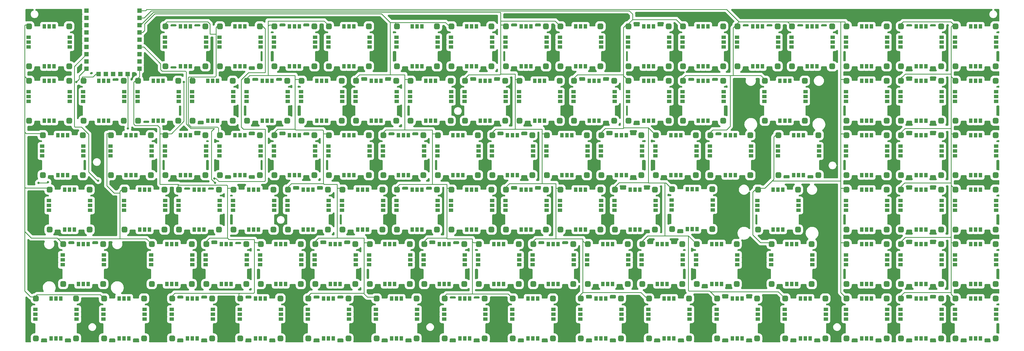
<source format=gtl>
%TF.GenerationSoftware,KiCad,Pcbnew,7.0.3*%
%TF.CreationDate,2023-05-13T23:02:34+02:00*%
%TF.ProjectId,verasity_PCB,76657261-7369-4747-995f-5043422e6b69,rev?*%
%TF.SameCoordinates,Original*%
%TF.FileFunction,Copper,L1,Top*%
%TF.FilePolarity,Positive*%
%FSLAX46Y46*%
G04 Gerber Fmt 4.6, Leading zero omitted, Abs format (unit mm)*
G04 Created by KiCad (PCBNEW 7.0.3) date 2023-05-13 23:02:34*
%MOMM*%
%LPD*%
G01*
G04 APERTURE LIST*
G04 Aperture macros list*
%AMRoundRect*
0 Rectangle with rounded corners*
0 $1 Rounding radius*
0 $2 $3 $4 $5 $6 $7 $8 $9 X,Y pos of 4 corners*
0 Add a 4 corners polygon primitive as box body*
4,1,4,$2,$3,$4,$5,$6,$7,$8,$9,$2,$3,0*
0 Add four circle primitives for the rounded corners*
1,1,$1+$1,$2,$3*
1,1,$1+$1,$4,$5*
1,1,$1+$1,$6,$7*
1,1,$1+$1,$8,$9*
0 Add four rect primitives between the rounded corners*
20,1,$1+$1,$2,$3,$4,$5,0*
20,1,$1+$1,$4,$5,$6,$7,0*
20,1,$1+$1,$6,$7,$8,$9,0*
20,1,$1+$1,$8,$9,$2,$3,0*%
G04 Aperture macros list end*
%TA.AperFunction,ComponentPad*%
%ADD10R,1.550000X1.550000*%
%TD*%
%TA.AperFunction,ComponentPad*%
%ADD11R,1.500000X1.250000*%
%TD*%
%TA.AperFunction,ComponentPad*%
%ADD12RoundRect,0.500000X0.500000X-0.500000X0.500000X0.500000X-0.500000X0.500000X-0.500000X-0.500000X0*%
%TD*%
%TA.AperFunction,ComponentPad*%
%ADD13R,1.250000X1.500000*%
%TD*%
%TA.AperFunction,ComponentPad*%
%ADD14RoundRect,0.500000X-0.500000X-0.500000X0.500000X-0.500000X0.500000X0.500000X-0.500000X0.500000X0*%
%TD*%
%TA.AperFunction,ViaPad*%
%ADD15C,0.800000*%
%TD*%
%TA.AperFunction,Conductor*%
%ADD16C,0.250000*%
%TD*%
G04 APERTURE END LIST*
D10*
%TO.P,U99,2,GPIO0*%
%TO.N,COL7*%
X29182000Y107751000D03*
%TO.P,U99,3,GPIO1*%
%TO.N,COL6*%
X29182000Y105211000D03*
%TO.P,U99,3V3*%
%TO.N,N/C*%
X10696000Y102671000D03*
%TO.P,U99,4,GPIO2*%
%TO.N,COL5*%
X29182000Y102671000D03*
%TO.P,U99,5,GPIO3*%
%TO.N,COL4*%
X29182000Y100131000D03*
%TO.P,U99,5V*%
%TO.N,N/C*%
X10696000Y107751000D03*
%TO.P,U99,6,GPIO4*%
%TO.N,ROW1*%
X29182000Y97591000D03*
%TO.P,U99,7,GPIO5*%
%TO.N,ROW4*%
X29182000Y95051000D03*
%TO.P,U99,8,GPIO6*%
%TO.N,unconnected-(U99-GPIO6-Pad8)*%
X29182000Y92511000D03*
%TO.P,U99,9,GPIO7*%
%TO.N,COL8*%
X29182000Y89971000D03*
%TO.P,U99,11,GPIO8*%
%TO.N,COL2*%
X29182000Y87431000D03*
%TO.P,U99,12,GPIO9*%
%TO.N,ROW3*%
X25019000Y85598000D03*
%TO.P,U99,13,GPIO10*%
%TO.N,ROW2*%
X22479000Y85598000D03*
%TO.P,U99,14,GPIO11*%
%TO.N,unconnected-(U99-GPIO11-Pad14)*%
X19939000Y85598000D03*
%TO.P,U99,15,GPIO12*%
%TO.N,unconnected-(U99-GPIO12-Pad15)*%
X17399000Y85598000D03*
%TO.P,U99,16,GPIO13*%
%TO.N,COL1*%
X14859000Y85598000D03*
%TO.P,U99,17,GPIO14*%
%TO.N,ROW5*%
X10696000Y87431000D03*
%TO.P,U99,18,GPIO15*%
%TO.N,unconnected-(U99-GPIO15-Pad18)*%
X10696000Y89971000D03*
%TO.P,U99,38,GPIO26_ADC0*%
%TO.N,COL3*%
X10696000Y92511000D03*
%TO.P,U99,39,GPIO27_ADC1*%
%TO.N,ROW6*%
X10696000Y95051000D03*
%TO.P,U99,40,GPIO28_ADC2*%
%TO.N,unconnected-(U99-GPIO28_ADC2-Pad40)*%
X10696000Y97591000D03*
%TO.P,U99,41,GPIO29_ADC3*%
%TO.N,unconnected-(U99-GPIO29_ADC3-Pad41)*%
X10696000Y100131000D03*
%TO.P,U99,GND*%
%TO.N,N/C*%
X10696000Y105211000D03*
%TD*%
D11*
%TO.P,U4,*%
%TO.N,*%
X38043750Y95000000D03*
D12*
X38243750Y88250000D03*
D13*
X45243750Y102250000D03*
X45243750Y88250000D03*
X46943750Y102250000D03*
X46943750Y88250000D03*
D12*
X52243750Y88250000D03*
D11*
X52443750Y95000000D03*
D14*
%TO.P,U4,1,COL*%
%TO.N,COL2*%
X38243750Y102250000D03*
%TO.P,U4,2,ROW*%
%TO.N,ROW1*%
X52243750Y102250000D03*
D11*
%TO.P,U4,3,COL*%
%TO.N,unconnected-(U4-COL-Pad3)*%
X52443750Y98400000D03*
%TO.P,U4,4,COL*%
%TO.N,unconnected-(U4-COL-Pad4)*%
X38043750Y98400000D03*
%TO.P,U4,5,COL*%
%TO.N,unconnected-(U4-COL-Pad5)*%
X38043750Y96700000D03*
%TO.P,U4,6,COL*%
%TO.N,unconnected-(U4-COL-Pad6)*%
X52443750Y96700000D03*
D13*
%TO.P,U4,GND*%
%TO.N,N/C*%
X43543750Y102250000D03*
%TO.P,U4,V*%
X43543750Y88250000D03*
%TD*%
D11*
%TO.P,U6,*%
%TO.N,*%
X76143750Y95000000D03*
D12*
X76343750Y88250000D03*
D13*
X83343750Y102250000D03*
X83343750Y88250000D03*
X85043750Y102250000D03*
X85043750Y88250000D03*
D12*
X90343750Y88250000D03*
D11*
X90543750Y95000000D03*
D14*
%TO.P,U6,1,COL*%
%TO.N,COL3*%
X76343750Y102250000D03*
%TO.P,U6,2,ROW*%
%TO.N,ROW1*%
X90343750Y102250000D03*
D11*
%TO.P,U6,3,COL*%
%TO.N,unconnected-(U6-COL-Pad3)*%
X90543750Y98400000D03*
%TO.P,U6,4,COL*%
%TO.N,unconnected-(U6-COL-Pad4)*%
X76143750Y98400000D03*
%TO.P,U6,5,COL*%
%TO.N,unconnected-(U6-COL-Pad5)*%
X76143750Y96700000D03*
%TO.P,U6,6,COL*%
%TO.N,unconnected-(U6-COL-Pad6)*%
X90543750Y96700000D03*
D13*
%TO.P,U6,GND*%
%TO.N,N/C*%
X81643750Y102250000D03*
%TO.P,U6,V*%
X81643750Y88250000D03*
%TD*%
D11*
%TO.P,U24,*%
%TO.N,*%
X85668750Y75950000D03*
D12*
X85868750Y69200000D03*
D13*
X92868750Y83200000D03*
X92868750Y69200000D03*
X94568750Y83200000D03*
X94568750Y69200000D03*
D12*
X99868750Y69200000D03*
D11*
X100068750Y75950000D03*
D14*
%TO.P,U24,1,COL*%
%TO.N,COL3*%
X85868750Y83200000D03*
%TO.P,U24,2,ROW*%
%TO.N,ROW2*%
X99868750Y83200000D03*
D11*
%TO.P,U24,3,COL*%
%TO.N,unconnected-(U24-COL-Pad3)*%
X100068750Y79350000D03*
%TO.P,U24,4,COL*%
%TO.N,unconnected-(U24-COL-Pad4)*%
X85668750Y79350000D03*
%TO.P,U24,5,COL*%
%TO.N,unconnected-(U24-COL-Pad5)*%
X85668750Y77650000D03*
%TO.P,U24,6,COL*%
%TO.N,unconnected-(U24-COL-Pad6)*%
X100068750Y77650000D03*
D13*
%TO.P,U24,GND*%
%TO.N,N/C*%
X91168750Y83200000D03*
%TO.P,U24,V*%
X91168750Y69200000D03*
%TD*%
D11*
%TO.P,U63,*%
%TO.N,*%
X195206250Y37850000D03*
D12*
X195406250Y31100000D03*
D13*
X202406250Y45100000D03*
X202406250Y31100000D03*
X204106250Y45100000D03*
X204106250Y31100000D03*
D12*
X209406250Y31100000D03*
D11*
X209606250Y37850000D03*
D14*
%TO.P,U63,1,COL*%
%TO.N,COL6*%
X195406250Y45100000D03*
%TO.P,U63,2,ROW*%
%TO.N,ROW4*%
X209406250Y45100000D03*
D11*
%TO.P,U63,3,COL*%
%TO.N,unconnected-(U63-COL-Pad3)*%
X209606250Y41250000D03*
%TO.P,U63,4,COL*%
%TO.N,unconnected-(U63-COL-Pad4)*%
X195206250Y41250000D03*
%TO.P,U63,5,COL*%
%TO.N,unconnected-(U63-COL-Pad5)*%
X195206250Y39550000D03*
%TO.P,U63,6,COL*%
%TO.N,unconnected-(U63-COL-Pad6)*%
X209606250Y39550000D03*
D13*
%TO.P,U63,GND*%
%TO.N,N/C*%
X200706250Y45100000D03*
%TO.P,U63,V*%
X200706250Y31100000D03*
%TD*%
D11*
%TO.P,U79,*%
%TO.N,*%
X295218750Y18800000D03*
D12*
X295418750Y12050000D03*
D13*
X302418750Y26050000D03*
X302418750Y12050000D03*
X304118750Y26050000D03*
X304118750Y12050000D03*
D12*
X309418750Y12050000D03*
D11*
X309618750Y18800000D03*
D14*
%TO.P,U79,1,COL*%
%TO.N,COL8*%
X295418750Y26050000D03*
%TO.P,U79,2,ROW*%
%TO.N,ROW5*%
X309418750Y26050000D03*
D11*
%TO.P,U79,3,COL*%
%TO.N,unconnected-(U79-COL-Pad3)*%
X309618750Y22200000D03*
%TO.P,U79,4,COL*%
%TO.N,unconnected-(U79-COL-Pad4)*%
X295218750Y22200000D03*
%TO.P,U79,5,COL*%
%TO.N,unconnected-(U79-COL-Pad5)*%
X295218750Y20500000D03*
%TO.P,U79,6,COL*%
%TO.N,unconnected-(U79-COL-Pad6)*%
X309618750Y20500000D03*
D13*
%TO.P,U79,GND*%
%TO.N,N/C*%
X300718750Y26050000D03*
%TO.P,U79,V*%
X300718750Y12050000D03*
%TD*%
D11*
%TO.P,U76,*%
%TO.N,*%
X204731250Y18800000D03*
D12*
X204931250Y12050000D03*
D13*
X211931250Y26050000D03*
X211931250Y12050000D03*
X213631250Y26050000D03*
X213631250Y12050000D03*
D12*
X218931250Y12050000D03*
D11*
X219131250Y18800000D03*
D14*
%TO.P,U76,1,COL*%
%TO.N,COL6*%
X204931250Y26050000D03*
%TO.P,U76,2,ROW*%
%TO.N,ROW5*%
X218931250Y26050000D03*
D11*
%TO.P,U76,3,COL*%
%TO.N,unconnected-(U76-COL-Pad3)*%
X219131250Y22200000D03*
%TO.P,U76,4,COL*%
%TO.N,unconnected-(U76-COL-Pad4)*%
X204731250Y22200000D03*
%TO.P,U76,5,COL*%
%TO.N,unconnected-(U76-COL-Pad5)*%
X204731250Y20500000D03*
%TO.P,U76,6,COL*%
%TO.N,unconnected-(U76-COL-Pad6)*%
X219131250Y20500000D03*
D13*
%TO.P,U76,GND*%
%TO.N,N/C*%
X210231250Y26050000D03*
%TO.P,U76,V*%
X210231250Y12050000D03*
%TD*%
D11*
%TO.P,U82,*%
%TO.N,*%
X40425000Y-250000D03*
D12*
X40625000Y-7000000D03*
D13*
X47625000Y7000000D03*
X47625000Y-7000000D03*
X49325000Y7000000D03*
X49325000Y-7000000D03*
D12*
X54625000Y-7000000D03*
D11*
X54825000Y-250000D03*
D14*
%TO.P,U82,1,COL*%
%TO.N,COL2*%
X40625000Y7000000D03*
%TO.P,U82,2,ROW*%
%TO.N,ROW6*%
X54625000Y7000000D03*
D11*
%TO.P,U82,3,COL*%
%TO.N,unconnected-(U82-COL-Pad3)*%
X54825000Y3150000D03*
%TO.P,U82,4,COL*%
%TO.N,unconnected-(U82-COL-Pad4)*%
X40425000Y3150000D03*
%TO.P,U82,5,COL*%
%TO.N,unconnected-(U82-COL-Pad5)*%
X40425000Y1450000D03*
%TO.P,U82,6,COL*%
%TO.N,unconnected-(U82-COL-Pad6)*%
X54825000Y1450000D03*
D13*
%TO.P,U82,GND*%
%TO.N,N/C*%
X45925000Y7000000D03*
%TO.P,U82,V*%
X45925000Y-7000000D03*
%TD*%
D11*
%TO.P,U44,*%
%TO.N,*%
X152343750Y56900000D03*
D12*
X152543750Y50150000D03*
D13*
X159543750Y64150000D03*
X159543750Y50150000D03*
X161243750Y64150000D03*
X161243750Y50150000D03*
D12*
X166543750Y50150000D03*
D11*
X166743750Y56900000D03*
D14*
%TO.P,U44,1,COL*%
%TO.N,COL5*%
X152543750Y64150000D03*
%TO.P,U44,2,ROW*%
%TO.N,ROW3*%
X166543750Y64150000D03*
D11*
%TO.P,U44,3,COL*%
%TO.N,unconnected-(U44-COL-Pad3)*%
X166743750Y60300000D03*
%TO.P,U44,4,COL*%
%TO.N,unconnected-(U44-COL-Pad4)*%
X152343750Y60300000D03*
%TO.P,U44,5,COL*%
%TO.N,unconnected-(U44-COL-Pad5)*%
X152343750Y58600000D03*
%TO.P,U44,6,COL*%
%TO.N,unconnected-(U44-COL-Pad6)*%
X166743750Y58600000D03*
D13*
%TO.P,U44,GND*%
%TO.N,N/C*%
X157843750Y64150000D03*
%TO.P,U44,V*%
X157843750Y50150000D03*
%TD*%
D11*
%TO.P,U90,*%
%TO.N,*%
X207112500Y-250000D03*
D12*
X207312500Y-7000000D03*
D13*
X214312500Y7000000D03*
X214312500Y-7000000D03*
X216012500Y7000000D03*
X216012500Y-7000000D03*
D12*
X221312500Y-7000000D03*
D11*
X221512500Y-250000D03*
D14*
%TO.P,U90,1,COL*%
%TO.N,COL5*%
X207312500Y7000000D03*
%TO.P,U90,2,ROW*%
%TO.N,ROW6*%
X221312500Y7000000D03*
D11*
%TO.P,U90,3,COL*%
%TO.N,unconnected-(U90-COL-Pad3)*%
X221512500Y3150000D03*
%TO.P,U90,4,COL*%
%TO.N,unconnected-(U90-COL-Pad4)*%
X207112500Y3150000D03*
%TO.P,U90,5,COL*%
%TO.N,unconnected-(U90-COL-Pad5)*%
X207112500Y1450000D03*
%TO.P,U90,6,COL*%
%TO.N,unconnected-(U90-COL-Pad6)*%
X221512500Y1450000D03*
D13*
%TO.P,U90,GND*%
%TO.N,N/C*%
X212612500Y7000000D03*
%TO.P,U90,V*%
X212612500Y-7000000D03*
%TD*%
D11*
%TO.P,U15,*%
%TO.N,*%
X257118750Y95000000D03*
D12*
X257318750Y88250000D03*
D13*
X264318750Y102250000D03*
X264318750Y88250000D03*
X266018750Y102250000D03*
X266018750Y88250000D03*
D12*
X271318750Y88250000D03*
D11*
X271518750Y95000000D03*
D14*
%TO.P,U15,1,COL*%
%TO.N,COL7*%
X257318750Y102250000D03*
%TO.P,U15,2,ROW*%
%TO.N,ROW1*%
X271318750Y102250000D03*
D11*
%TO.P,U15,3,COL*%
%TO.N,unconnected-(U15-COL-Pad3)*%
X271518750Y98400000D03*
%TO.P,U15,4,COL*%
%TO.N,unconnected-(U15-COL-Pad4)*%
X257118750Y98400000D03*
%TO.P,U15,5,COL*%
%TO.N,unconnected-(U15-COL-Pad5)*%
X257118750Y96700000D03*
%TO.P,U15,6,COL*%
%TO.N,unconnected-(U15-COL-Pad6)*%
X271518750Y96700000D03*
D13*
%TO.P,U15,GND*%
%TO.N,N/C*%
X262618750Y102250000D03*
%TO.P,U15,V*%
X262618750Y88250000D03*
%TD*%
D11*
%TO.P,U19,*%
%TO.N,*%
X-9581250Y75950000D03*
D12*
X-9381250Y69200000D03*
D13*
X-2381250Y83200000D03*
X-2381250Y69200000D03*
X-681250Y83200000D03*
X-681250Y69200000D03*
D12*
X4618750Y69200000D03*
D11*
X4818750Y75950000D03*
D14*
%TO.P,U19,1,COL*%
%TO.N,COL1*%
X-9381250Y83200000D03*
%TO.P,U19,2,ROW*%
%TO.N,ROW2*%
X4618750Y83200000D03*
D11*
%TO.P,U19,3,COL*%
%TO.N,unconnected-(U19-COL-Pad3)*%
X4818750Y79350000D03*
%TO.P,U19,4,COL*%
%TO.N,unconnected-(U19-COL-Pad4)*%
X-9581250Y79350000D03*
%TO.P,U19,5,COL*%
%TO.N,unconnected-(U19-COL-Pad5)*%
X-9581250Y77650000D03*
%TO.P,U19,6,COL*%
%TO.N,unconnected-(U19-COL-Pad6)*%
X4818750Y77650000D03*
D13*
%TO.P,U19,GND*%
%TO.N,N/C*%
X-4081250Y83200000D03*
%TO.P,U19,V*%
X-4081250Y69200000D03*
%TD*%
D11*
%TO.P,U34,*%
%TO.N,*%
X295218750Y75950000D03*
D12*
X295418750Y69200000D03*
D13*
X302418750Y83200000D03*
X302418750Y69200000D03*
X304118750Y83200000D03*
X304118750Y69200000D03*
D12*
X309418750Y69200000D03*
D11*
X309618750Y75950000D03*
D14*
%TO.P,U34,1,COL*%
%TO.N,COL8*%
X295418750Y83200000D03*
%TO.P,U34,2,ROW*%
%TO.N,ROW2*%
X309418750Y83200000D03*
D11*
%TO.P,U34,3,COL*%
%TO.N,unconnected-(U34-COL-Pad3)*%
X309618750Y79350000D03*
%TO.P,U34,4,COL*%
%TO.N,unconnected-(U34-COL-Pad4)*%
X295218750Y79350000D03*
%TO.P,U34,5,COL*%
%TO.N,unconnected-(U34-COL-Pad5)*%
X295218750Y77650000D03*
%TO.P,U34,6,COL*%
%TO.N,unconnected-(U34-COL-Pad6)*%
X309618750Y77650000D03*
D13*
%TO.P,U34,GND*%
%TO.N,N/C*%
X300718750Y83200000D03*
%TO.P,U34,V*%
X300718750Y69200000D03*
%TD*%
D11*
%TO.P,U65,*%
%TO.N,*%
X245212500Y37850000D03*
D12*
X245412500Y31100000D03*
D13*
X252412500Y45100000D03*
X252412500Y31100000D03*
X254112500Y45100000D03*
X254112500Y31100000D03*
D12*
X259412500Y31100000D03*
D11*
X259612500Y37850000D03*
D14*
%TO.P,U65,1,COL*%
%TO.N,COL7*%
X245412500Y45100000D03*
%TO.P,U65,2,ROW*%
%TO.N,ROW4*%
X259412500Y45100000D03*
D11*
%TO.P,U65,3,COL*%
%TO.N,unconnected-(U65-COL-Pad3)*%
X259612500Y41250000D03*
%TO.P,U65,4,COL*%
%TO.N,unconnected-(U65-COL-Pad4)*%
X245212500Y41250000D03*
%TO.P,U65,5,COL*%
%TO.N,unconnected-(U65-COL-Pad5)*%
X245212500Y39550000D03*
%TO.P,U65,6,COL*%
%TO.N,unconnected-(U65-COL-Pad6)*%
X259612500Y39550000D03*
D13*
%TO.P,U65,GND*%
%TO.N,N/C*%
X250712500Y45100000D03*
%TO.P,U65,V*%
X250712500Y31100000D03*
%TD*%
D11*
%TO.P,U11,*%
%TO.N,*%
X176156250Y95000000D03*
D12*
X176356250Y88250000D03*
D13*
X183356250Y102250000D03*
X183356250Y88250000D03*
X185056250Y102250000D03*
X185056250Y88250000D03*
D12*
X190356250Y88250000D03*
D11*
X190556250Y95000000D03*
D14*
%TO.P,U11,1,COL*%
%TO.N,COL5*%
X176356250Y102250000D03*
%TO.P,U11,2,ROW*%
%TO.N,ROW1*%
X190356250Y102250000D03*
D11*
%TO.P,U11,3,COL*%
%TO.N,unconnected-(U11-COL-Pad3)*%
X190556250Y98400000D03*
%TO.P,U11,4,COL*%
%TO.N,unconnected-(U11-COL-Pad4)*%
X176156250Y98400000D03*
%TO.P,U11,5,COL*%
%TO.N,unconnected-(U11-COL-Pad5)*%
X176156250Y96700000D03*
%TO.P,U11,6,COL*%
%TO.N,unconnected-(U11-COL-Pad6)*%
X190556250Y96700000D03*
D13*
%TO.P,U11,GND*%
%TO.N,N/C*%
X181656250Y102250000D03*
%TO.P,U11,V*%
X181656250Y88250000D03*
%TD*%
D11*
%TO.P,U91,*%
%TO.N,*%
X230925000Y-250000D03*
D12*
X231125000Y-7000000D03*
D13*
X238125000Y7000000D03*
X238125000Y-7000000D03*
X239825000Y7000000D03*
X239825000Y-7000000D03*
D12*
X245125000Y-7000000D03*
D11*
X245325000Y-250000D03*
D14*
%TO.P,U91,1,COL*%
%TO.N,COL6*%
X231125000Y7000000D03*
%TO.P,U91,2,ROW*%
%TO.N,ROW6*%
X245125000Y7000000D03*
D11*
%TO.P,U91,3,COL*%
%TO.N,unconnected-(U91-COL-Pad3)*%
X245325000Y3150000D03*
%TO.P,U91,4,COL*%
%TO.N,unconnected-(U91-COL-Pad4)*%
X230925000Y3150000D03*
%TO.P,U91,5,COL*%
%TO.N,unconnected-(U91-COL-Pad5)*%
X230925000Y1450000D03*
%TO.P,U91,6,COL*%
%TO.N,unconnected-(U91-COL-Pad6)*%
X245325000Y1450000D03*
D13*
%TO.P,U91,GND*%
%TO.N,N/C*%
X236425000Y7000000D03*
%TO.P,U91,V*%
X236425000Y-7000000D03*
%TD*%
D11*
%TO.P,U39,*%
%TO.N,*%
X57093750Y56900000D03*
D12*
X57293750Y50150000D03*
D13*
X64293750Y64150000D03*
X64293750Y50150000D03*
X65993750Y64150000D03*
X65993750Y50150000D03*
D12*
X71293750Y50150000D03*
D11*
X71493750Y56900000D03*
D14*
%TO.P,U39,1,COL*%
%TO.N,COL2*%
X57293750Y64150000D03*
%TO.P,U39,2,ROW*%
%TO.N,ROW3*%
X71293750Y64150000D03*
D11*
%TO.P,U39,3,COL*%
%TO.N,unconnected-(U39-COL-Pad3)*%
X71493750Y60300000D03*
%TO.P,U39,4,COL*%
%TO.N,unconnected-(U39-COL-Pad4)*%
X57093750Y60300000D03*
%TO.P,U39,5,COL*%
%TO.N,unconnected-(U39-COL-Pad5)*%
X57093750Y58600000D03*
%TO.P,U39,6,COL*%
%TO.N,unconnected-(U39-COL-Pad6)*%
X71493750Y58600000D03*
D13*
%TO.P,U39,GND*%
%TO.N,N/C*%
X62593750Y64150000D03*
%TO.P,U39,V*%
X62593750Y50150000D03*
%TD*%
D11*
%TO.P,U92,*%
%TO.N,*%
X254737500Y-250000D03*
D12*
X254937500Y-7000000D03*
D13*
X261937500Y7000000D03*
X261937500Y-7000000D03*
X263637500Y7000000D03*
X263637500Y-7000000D03*
D12*
X268937500Y-7000000D03*
D11*
X269137500Y-250000D03*
D14*
%TO.P,U92,1,COL*%
%TO.N,COL6*%
X254937500Y7000000D03*
%TO.P,U92,2,ROW*%
%TO.N,ROW6*%
X268937500Y7000000D03*
D11*
%TO.P,U92,3,COL*%
%TO.N,unconnected-(U92-COL-Pad3)*%
X269137500Y3150000D03*
%TO.P,U92,4,COL*%
%TO.N,unconnected-(U92-COL-Pad4)*%
X254737500Y3150000D03*
%TO.P,U92,5,COL*%
%TO.N,unconnected-(U92-COL-Pad5)*%
X254737500Y1450000D03*
%TO.P,U92,6,COL*%
%TO.N,unconnected-(U92-COL-Pad6)*%
X269137500Y1450000D03*
D13*
%TO.P,U92,GND*%
%TO.N,N/C*%
X260237500Y7000000D03*
%TO.P,U92,V*%
X260237500Y-7000000D03*
%TD*%
D11*
%TO.P,U22,*%
%TO.N,*%
X47568750Y75950000D03*
D12*
X47768750Y69200000D03*
D13*
X54768750Y83200000D03*
X54768750Y69200000D03*
X56468750Y83200000D03*
X56468750Y69200000D03*
D12*
X61768750Y69200000D03*
D11*
X61968750Y75950000D03*
D14*
%TO.P,U22,1,COL*%
%TO.N,COL2*%
X47768750Y83200000D03*
%TO.P,U22,2,ROW*%
%TO.N,ROW2*%
X61768750Y83200000D03*
D11*
%TO.P,U22,3,COL*%
%TO.N,unconnected-(U22-COL-Pad3)*%
X61968750Y79350000D03*
%TO.P,U22,4,COL*%
%TO.N,unconnected-(U22-COL-Pad4)*%
X47568750Y79350000D03*
%TO.P,U22,5,COL*%
%TO.N,unconnected-(U22-COL-Pad5)*%
X47568750Y77650000D03*
%TO.P,U22,6,COL*%
%TO.N,unconnected-(U22-COL-Pad6)*%
X61968750Y77650000D03*
D13*
%TO.P,U22,GND*%
%TO.N,N/C*%
X53068750Y83200000D03*
%TO.P,U22,V*%
X53068750Y69200000D03*
%TD*%
D11*
%TO.P,U55,*%
%TO.N,*%
X42806250Y37850000D03*
D12*
X43006250Y31100000D03*
D13*
X50006250Y45100000D03*
X50006250Y31100000D03*
X51706250Y45100000D03*
X51706250Y31100000D03*
D12*
X57006250Y31100000D03*
D11*
X57206250Y37850000D03*
D14*
%TO.P,U55,1,COL*%
%TO.N,COL2*%
X43006250Y45100000D03*
%TO.P,U55,2,ROW*%
%TO.N,ROW4*%
X57006250Y45100000D03*
D11*
%TO.P,U55,3,COL*%
%TO.N,unconnected-(U55-COL-Pad3)*%
X57206250Y41250000D03*
%TO.P,U55,4,COL*%
%TO.N,unconnected-(U55-COL-Pad4)*%
X42806250Y41250000D03*
%TO.P,U55,5,COL*%
%TO.N,unconnected-(U55-COL-Pad5)*%
X42806250Y39550000D03*
%TO.P,U55,6,COL*%
%TO.N,unconnected-(U55-COL-Pad6)*%
X57206250Y39550000D03*
D13*
%TO.P,U55,GND*%
%TO.N,N/C*%
X48306250Y45100000D03*
%TO.P,U55,V*%
X48306250Y31100000D03*
%TD*%
D11*
%TO.P,U7,*%
%TO.N,*%
X95193750Y95000000D03*
D12*
X95393750Y88250000D03*
D13*
X102393750Y102250000D03*
X102393750Y88250000D03*
X104093750Y102250000D03*
X104093750Y88250000D03*
D12*
X109393750Y88250000D03*
D11*
X109593750Y95000000D03*
D14*
%TO.P,U7,1,COL*%
%TO.N,COL3*%
X95393750Y102250000D03*
%TO.P,U7,2,ROW*%
%TO.N,ROW1*%
X109393750Y102250000D03*
D11*
%TO.P,U7,3,COL*%
%TO.N,unconnected-(U7-COL-Pad3)*%
X109593750Y98400000D03*
%TO.P,U7,4,COL*%
%TO.N,unconnected-(U7-COL-Pad4)*%
X95193750Y98400000D03*
%TO.P,U7,5,COL*%
%TO.N,unconnected-(U7-COL-Pad5)*%
X95193750Y96700000D03*
%TO.P,U7,6,COL*%
%TO.N,unconnected-(U7-COL-Pad6)*%
X109593750Y96700000D03*
D13*
%TO.P,U7,GND*%
%TO.N,N/C*%
X100693750Y102250000D03*
%TO.P,U7,V*%
X100693750Y88250000D03*
%TD*%
D11*
%TO.P,U31,*%
%TO.N,*%
X219018750Y75950000D03*
D12*
X219218750Y69200000D03*
D13*
X226218750Y83200000D03*
X226218750Y69200000D03*
X227918750Y83200000D03*
X227918750Y69200000D03*
D12*
X233218750Y69200000D03*
D11*
X233418750Y75950000D03*
D14*
%TO.P,U31,1,COL*%
%TO.N,COL7*%
X219218750Y83200000D03*
%TO.P,U31,2,ROW*%
%TO.N,ROW2*%
X233218750Y83200000D03*
D11*
%TO.P,U31,3,COL*%
%TO.N,unconnected-(U31-COL-Pad3)*%
X233418750Y79350000D03*
%TO.P,U31,4,COL*%
%TO.N,unconnected-(U31-COL-Pad4)*%
X219018750Y79350000D03*
%TO.P,U31,5,COL*%
%TO.N,unconnected-(U31-COL-Pad5)*%
X219018750Y77650000D03*
%TO.P,U31,6,COL*%
%TO.N,unconnected-(U31-COL-Pad6)*%
X233418750Y77650000D03*
D13*
%TO.P,U31,GND*%
%TO.N,N/C*%
X224518750Y83200000D03*
%TO.P,U31,V*%
X224518750Y69200000D03*
%TD*%
D11*
%TO.P,U12,*%
%TO.N,*%
X199968750Y95000000D03*
D12*
X200168750Y88250000D03*
D13*
X207168750Y102250000D03*
X207168750Y88250000D03*
X208868750Y102250000D03*
X208868750Y88250000D03*
D12*
X214168750Y88250000D03*
D11*
X214368750Y95000000D03*
D14*
%TO.P,U12,1,COL*%
%TO.N,COL6*%
X200168750Y102250000D03*
%TO.P,U12,2,ROW*%
%TO.N,ROW1*%
X214168750Y102250000D03*
D11*
%TO.P,U12,3,COL*%
%TO.N,unconnected-(U12-COL-Pad3)*%
X214368750Y98400000D03*
%TO.P,U12,4,COL*%
%TO.N,unconnected-(U12-COL-Pad4)*%
X199968750Y98400000D03*
%TO.P,U12,5,COL*%
%TO.N,unconnected-(U12-COL-Pad5)*%
X199968750Y96700000D03*
%TO.P,U12,6,COL*%
%TO.N,unconnected-(U12-COL-Pad6)*%
X214368750Y96700000D03*
D13*
%TO.P,U12,GND*%
%TO.N,N/C*%
X205468750Y102250000D03*
%TO.P,U12,V*%
X205468750Y88250000D03*
%TD*%
D11*
%TO.P,U33,*%
%TO.N,*%
X276168750Y75950000D03*
D12*
X276368750Y69200000D03*
D13*
X283368750Y83200000D03*
X283368750Y69200000D03*
X285068750Y83200000D03*
X285068750Y69200000D03*
D12*
X290368750Y69200000D03*
D11*
X290568750Y75950000D03*
D14*
%TO.P,U33,1,COL*%
%TO.N,COL7*%
X276368750Y83200000D03*
%TO.P,U33,2,ROW*%
%TO.N,ROW2*%
X290368750Y83200000D03*
D11*
%TO.P,U33,3,COL*%
%TO.N,unconnected-(U33-COL-Pad3)*%
X290568750Y79350000D03*
%TO.P,U33,4,COL*%
%TO.N,unconnected-(U33-COL-Pad4)*%
X276168750Y79350000D03*
%TO.P,U33,5,COL*%
%TO.N,unconnected-(U33-COL-Pad5)*%
X276168750Y77650000D03*
%TO.P,U33,6,COL*%
%TO.N,unconnected-(U33-COL-Pad6)*%
X290568750Y77650000D03*
D13*
%TO.P,U33,GND*%
%TO.N,N/C*%
X281668750Y83200000D03*
%TO.P,U33,V*%
X281668750Y69200000D03*
%TD*%
D11*
%TO.P,U86,*%
%TO.N,*%
X135675000Y-250000D03*
D12*
X135875000Y-7000000D03*
D13*
X142875000Y7000000D03*
X142875000Y-7000000D03*
X144575000Y7000000D03*
X144575000Y-7000000D03*
D12*
X149875000Y-7000000D03*
D11*
X150075000Y-250000D03*
D14*
%TO.P,U86,1,COL*%
%TO.N,COL4*%
X135875000Y7000000D03*
%TO.P,U86,2,ROW*%
%TO.N,ROW6*%
X149875000Y7000000D03*
D11*
%TO.P,U86,3,COL*%
%TO.N,unconnected-(U86-COL-Pad3)*%
X150075000Y3150000D03*
%TO.P,U86,4,COL*%
%TO.N,unconnected-(U86-COL-Pad4)*%
X135675000Y3150000D03*
%TO.P,U86,5,COL*%
%TO.N,unconnected-(U86-COL-Pad5)*%
X135675000Y1450000D03*
%TO.P,U86,6,COL*%
%TO.N,unconnected-(U86-COL-Pad6)*%
X150075000Y1450000D03*
D13*
%TO.P,U86,GND*%
%TO.N,N/C*%
X141175000Y7000000D03*
%TO.P,U86,V*%
X141175000Y-7000000D03*
%TD*%
D11*
%TO.P,U48,*%
%TO.N,*%
X228543750Y56900000D03*
D12*
X228743750Y50150000D03*
D13*
X235743750Y64150000D03*
X235743750Y50150000D03*
X237443750Y64150000D03*
X237443750Y50150000D03*
D12*
X242743750Y50150000D03*
D11*
X242943750Y56900000D03*
D14*
%TO.P,U48,1,COL*%
%TO.N,COL7*%
X228743750Y64150000D03*
%TO.P,U48,2,ROW*%
%TO.N,ROW3*%
X242743750Y64150000D03*
D11*
%TO.P,U48,3,COL*%
%TO.N,unconnected-(U48-COL-Pad3)*%
X242943750Y60300000D03*
%TO.P,U48,4,COL*%
%TO.N,unconnected-(U48-COL-Pad4)*%
X228543750Y60300000D03*
%TO.P,U48,5,COL*%
%TO.N,unconnected-(U48-COL-Pad5)*%
X228543750Y58600000D03*
%TO.P,U48,6,COL*%
%TO.N,unconnected-(U48-COL-Pad6)*%
X242943750Y58600000D03*
D13*
%TO.P,U48,GND*%
%TO.N,N/C*%
X234043750Y64150000D03*
%TO.P,U48,V*%
X234043750Y50150000D03*
%TD*%
D11*
%TO.P,U80,*%
%TO.N,*%
X-7200000Y-250000D03*
D12*
X-7000000Y-7000000D03*
D13*
X0Y7000000D03*
X0Y-7000000D03*
X1700000Y7000000D03*
X1700000Y-7000000D03*
D12*
X7000000Y-7000000D03*
D11*
X7200000Y-250000D03*
D14*
%TO.P,U80,1,COL*%
%TO.N,COL1*%
X-7000000Y7000000D03*
%TO.P,U80,2,ROW*%
%TO.N,ROW6*%
X7000000Y7000000D03*
D11*
%TO.P,U80,3,COL*%
%TO.N,unconnected-(U80-COL-Pad3)*%
X7200000Y3150000D03*
%TO.P,U80,4,COL*%
%TO.N,unconnected-(U80-COL-Pad4)*%
X-7200000Y3150000D03*
%TO.P,U80,5,COL*%
%TO.N,unconnected-(U80-COL-Pad5)*%
X-7200000Y1450000D03*
%TO.P,U80,6,COL*%
%TO.N,unconnected-(U80-COL-Pad6)*%
X7200000Y1450000D03*
D13*
%TO.P,U80,GND*%
%TO.N,N/C*%
X-1700000Y7000000D03*
%TO.P,U80,V*%
X-1700000Y-7000000D03*
%TD*%
D11*
%TO.P,U98,*%
%TO.N,*%
X314268750Y18800000D03*
D12*
X314468750Y12050000D03*
D13*
X321468750Y26050000D03*
X321468750Y12050000D03*
X323168750Y26050000D03*
X323168750Y12050000D03*
D12*
X328468750Y12050000D03*
D11*
X328668750Y18800000D03*
D14*
%TO.P,U98,1,COL*%
%TO.N,COL8*%
X314468750Y26050000D03*
%TO.P,U98,2,ROW*%
%TO.N,ROW5*%
X328468750Y26050000D03*
D11*
%TO.P,U98,3,COL*%
%TO.N,unconnected-(U98-COL-Pad3)*%
X328668750Y22200000D03*
%TO.P,U98,4,COL*%
%TO.N,unconnected-(U98-COL-Pad4)*%
X314268750Y22200000D03*
%TO.P,U98,5,COL*%
%TO.N,unconnected-(U98-COL-Pad5)*%
X314268750Y20500000D03*
%TO.P,U98,6,COL*%
%TO.N,unconnected-(U98-COL-Pad6)*%
X328668750Y20500000D03*
D13*
%TO.P,U98,GND*%
%TO.N,N/C*%
X319768750Y26050000D03*
%TO.P,U98,V*%
X319768750Y12050000D03*
%TD*%
D11*
%TO.P,U49,*%
%TO.N,*%
X252356250Y56900000D03*
D12*
X252556250Y50150000D03*
D13*
X259556250Y64150000D03*
X259556250Y50150000D03*
X261256250Y64150000D03*
X261256250Y50150000D03*
D12*
X266556250Y50150000D03*
D11*
X266756250Y56900000D03*
D14*
%TO.P,U49,1,COL*%
%TO.N,COL7*%
X252556250Y64150000D03*
%TO.P,U49,2,ROW*%
%TO.N,ROW3*%
X266556250Y64150000D03*
D11*
%TO.P,U49,3,COL*%
%TO.N,unconnected-(U49-COL-Pad3)*%
X266756250Y60300000D03*
%TO.P,U49,4,COL*%
%TO.N,unconnected-(U49-COL-Pad4)*%
X252356250Y60300000D03*
%TO.P,U49,5,COL*%
%TO.N,unconnected-(U49-COL-Pad5)*%
X252356250Y58600000D03*
%TO.P,U49,6,COL*%
%TO.N,unconnected-(U49-COL-Pad6)*%
X266756250Y58600000D03*
D13*
%TO.P,U49,GND*%
%TO.N,N/C*%
X257856250Y64150000D03*
%TO.P,U49,V*%
X257856250Y50150000D03*
%TD*%
D11*
%TO.P,U69,*%
%TO.N,*%
X71381250Y18800000D03*
D12*
X71581250Y12050000D03*
D13*
X78581250Y26050000D03*
X78581250Y12050000D03*
X80281250Y26050000D03*
X80281250Y12050000D03*
D12*
X85581250Y12050000D03*
D11*
X85781250Y18800000D03*
D14*
%TO.P,U69,1,COL*%
%TO.N,COL2*%
X71581250Y26050000D03*
%TO.P,U69,2,ROW*%
%TO.N,ROW5*%
X85581250Y26050000D03*
D11*
%TO.P,U69,3,COL*%
%TO.N,unconnected-(U69-COL-Pad3)*%
X85781250Y22200000D03*
%TO.P,U69,4,COL*%
%TO.N,unconnected-(U69-COL-Pad4)*%
X71381250Y22200000D03*
%TO.P,U69,5,COL*%
%TO.N,unconnected-(U69-COL-Pad5)*%
X71381250Y20500000D03*
%TO.P,U69,6,COL*%
%TO.N,unconnected-(U69-COL-Pad6)*%
X85781250Y20500000D03*
D13*
%TO.P,U69,GND*%
%TO.N,N/C*%
X76881250Y26050000D03*
%TO.P,U69,V*%
X76881250Y12050000D03*
%TD*%
D11*
%TO.P,U68,*%
%TO.N,*%
X52331250Y18800000D03*
D12*
X52531250Y12050000D03*
D13*
X59531250Y26050000D03*
X59531250Y12050000D03*
X61231250Y26050000D03*
X61231250Y12050000D03*
D12*
X66531250Y12050000D03*
D11*
X66731250Y18800000D03*
D14*
%TO.P,U68,1,COL*%
%TO.N,COL2*%
X52531250Y26050000D03*
%TO.P,U68,2,ROW*%
%TO.N,ROW5*%
X66531250Y26050000D03*
D11*
%TO.P,U68,3,COL*%
%TO.N,unconnected-(U68-COL-Pad3)*%
X66731250Y22200000D03*
%TO.P,U68,4,COL*%
%TO.N,unconnected-(U68-COL-Pad4)*%
X52331250Y22200000D03*
%TO.P,U68,5,COL*%
%TO.N,unconnected-(U68-COL-Pad5)*%
X52331250Y20500000D03*
%TO.P,U68,6,COL*%
%TO.N,unconnected-(U68-COL-Pad6)*%
X66731250Y20500000D03*
D13*
%TO.P,U68,GND*%
%TO.N,N/C*%
X57831250Y26050000D03*
%TO.P,U68,V*%
X57831250Y12050000D03*
%TD*%
D11*
%TO.P,U26,*%
%TO.N,*%
X123768750Y75950000D03*
D12*
X123968750Y69200000D03*
D13*
X130968750Y83200000D03*
X130968750Y69200000D03*
X132668750Y83200000D03*
X132668750Y69200000D03*
D12*
X137968750Y69200000D03*
D11*
X138168750Y75950000D03*
D14*
%TO.P,U26,1,COL*%
%TO.N,COL4*%
X123968750Y83200000D03*
%TO.P,U26,2,ROW*%
%TO.N,ROW2*%
X137968750Y83200000D03*
D11*
%TO.P,U26,3,COL*%
%TO.N,unconnected-(U26-COL-Pad3)*%
X138168750Y79350000D03*
%TO.P,U26,4,COL*%
%TO.N,unconnected-(U26-COL-Pad4)*%
X123768750Y79350000D03*
%TO.P,U26,5,COL*%
%TO.N,unconnected-(U26-COL-Pad5)*%
X123768750Y77650000D03*
%TO.P,U26,6,COL*%
%TO.N,unconnected-(U26-COL-Pad6)*%
X138168750Y77650000D03*
D13*
%TO.P,U26,GND*%
%TO.N,N/C*%
X129268750Y83200000D03*
%TO.P,U26,V*%
X129268750Y69200000D03*
%TD*%
D11*
%TO.P,U75,*%
%TO.N,*%
X185681250Y18800000D03*
D12*
X185881250Y12050000D03*
D13*
X192881250Y26050000D03*
X192881250Y12050000D03*
X194581250Y26050000D03*
X194581250Y12050000D03*
D12*
X199881250Y12050000D03*
D11*
X200081250Y18800000D03*
D14*
%TO.P,U75,1,COL*%
%TO.N,COL5*%
X185881250Y26050000D03*
%TO.P,U75,2,ROW*%
%TO.N,ROW5*%
X199881250Y26050000D03*
D11*
%TO.P,U75,3,COL*%
%TO.N,unconnected-(U75-COL-Pad3)*%
X200081250Y22200000D03*
%TO.P,U75,4,COL*%
%TO.N,unconnected-(U75-COL-Pad4)*%
X185681250Y22200000D03*
%TO.P,U75,5,COL*%
%TO.N,unconnected-(U75-COL-Pad5)*%
X185681250Y20500000D03*
%TO.P,U75,6,COL*%
%TO.N,unconnected-(U75-COL-Pad6)*%
X200081250Y20500000D03*
D13*
%TO.P,U75,GND*%
%TO.N,N/C*%
X191181250Y26050000D03*
%TO.P,U75,V*%
X191181250Y12050000D03*
%TD*%
D11*
%TO.P,U61,*%
%TO.N,*%
X157106250Y37850000D03*
D12*
X157306250Y31100000D03*
D13*
X164306250Y45100000D03*
X164306250Y31100000D03*
X166006250Y45100000D03*
X166006250Y31100000D03*
D12*
X171306250Y31100000D03*
D11*
X171506250Y37850000D03*
D14*
%TO.P,U61,1,COL*%
%TO.N,COL5*%
X157306250Y45100000D03*
%TO.P,U61,2,ROW*%
%TO.N,ROW4*%
X171306250Y45100000D03*
D11*
%TO.P,U61,3,COL*%
%TO.N,unconnected-(U61-COL-Pad3)*%
X171506250Y41250000D03*
%TO.P,U61,4,COL*%
%TO.N,unconnected-(U61-COL-Pad4)*%
X157106250Y41250000D03*
%TO.P,U61,5,COL*%
%TO.N,unconnected-(U61-COL-Pad5)*%
X157106250Y39550000D03*
%TO.P,U61,6,COL*%
%TO.N,unconnected-(U61-COL-Pad6)*%
X171506250Y39550000D03*
D13*
%TO.P,U61,GND*%
%TO.N,N/C*%
X162606250Y45100000D03*
%TO.P,U61,V*%
X162606250Y31100000D03*
%TD*%
D11*
%TO.P,U21,*%
%TO.N,*%
X28518750Y75950000D03*
D12*
X28718750Y69200000D03*
D13*
X35718750Y83200000D03*
X35718750Y69200000D03*
X37418750Y83200000D03*
X37418750Y69200000D03*
D12*
X42718750Y69200000D03*
D11*
X42918750Y75950000D03*
D14*
%TO.P,U21,1,COL*%
%TO.N,COL2*%
X28718750Y83200000D03*
%TO.P,U21,2,ROW*%
%TO.N,ROW2*%
X42718750Y83200000D03*
D11*
%TO.P,U21,3,COL*%
%TO.N,unconnected-(U21-COL-Pad3)*%
X42918750Y79350000D03*
%TO.P,U21,4,COL*%
%TO.N,unconnected-(U21-COL-Pad4)*%
X28518750Y79350000D03*
%TO.P,U21,5,COL*%
%TO.N,unconnected-(U21-COL-Pad5)*%
X28518750Y77650000D03*
%TO.P,U21,6,COL*%
%TO.N,unconnected-(U21-COL-Pad6)*%
X42918750Y77650000D03*
D13*
%TO.P,U21,GND*%
%TO.N,N/C*%
X34018750Y83200000D03*
%TO.P,U21,V*%
X34018750Y69200000D03*
%TD*%
D11*
%TO.P,U50,*%
%TO.N,*%
X276168750Y56900000D03*
D12*
X276368750Y50150000D03*
D13*
X283368750Y64150000D03*
X283368750Y50150000D03*
X285068750Y64150000D03*
X285068750Y50150000D03*
D12*
X290368750Y50150000D03*
D11*
X290568750Y56900000D03*
D14*
%TO.P,U50,1,COL*%
%TO.N,COL7*%
X276368750Y64150000D03*
%TO.P,U50,2,ROW*%
%TO.N,ROW3*%
X290368750Y64150000D03*
D11*
%TO.P,U50,3,COL*%
%TO.N,unconnected-(U50-COL-Pad3)*%
X290568750Y60300000D03*
%TO.P,U50,4,COL*%
%TO.N,unconnected-(U50-COL-Pad4)*%
X276168750Y60300000D03*
%TO.P,U50,5,COL*%
%TO.N,unconnected-(U50-COL-Pad5)*%
X276168750Y58600000D03*
%TO.P,U50,6,COL*%
%TO.N,unconnected-(U50-COL-Pad6)*%
X290568750Y58600000D03*
D13*
%TO.P,U50,GND*%
%TO.N,N/C*%
X281668750Y64150000D03*
%TO.P,U50,V*%
X281668750Y50150000D03*
%TD*%
D11*
%TO.P,U45,*%
%TO.N,*%
X171393750Y56900000D03*
D12*
X171593750Y50150000D03*
D13*
X178593750Y64150000D03*
X178593750Y50150000D03*
X180293750Y64150000D03*
X180293750Y50150000D03*
D12*
X185593750Y50150000D03*
D11*
X185793750Y56900000D03*
D14*
%TO.P,U45,1,COL*%
%TO.N,COL5*%
X171593750Y64150000D03*
%TO.P,U45,2,ROW*%
%TO.N,ROW3*%
X185593750Y64150000D03*
D11*
%TO.P,U45,3,COL*%
%TO.N,unconnected-(U45-COL-Pad3)*%
X185793750Y60300000D03*
%TO.P,U45,4,COL*%
%TO.N,unconnected-(U45-COL-Pad4)*%
X171393750Y60300000D03*
%TO.P,U45,5,COL*%
%TO.N,unconnected-(U45-COL-Pad5)*%
X171393750Y58600000D03*
%TO.P,U45,6,COL*%
%TO.N,unconnected-(U45-COL-Pad6)*%
X185793750Y58600000D03*
D13*
%TO.P,U45,GND*%
%TO.N,N/C*%
X176893750Y64150000D03*
%TO.P,U45,V*%
X176893750Y50150000D03*
%TD*%
D11*
%TO.P,U41,*%
%TO.N,*%
X95193750Y56900000D03*
D12*
X95393750Y50150000D03*
D13*
X102393750Y64150000D03*
X102393750Y50150000D03*
X104093750Y64150000D03*
X104093750Y50150000D03*
D12*
X109393750Y50150000D03*
D11*
X109593750Y56900000D03*
D14*
%TO.P,U41,1,COL*%
%TO.N,COL3*%
X95393750Y64150000D03*
%TO.P,U41,2,ROW*%
%TO.N,ROW3*%
X109393750Y64150000D03*
D11*
%TO.P,U41,3,COL*%
%TO.N,unconnected-(U41-COL-Pad3)*%
X109593750Y60300000D03*
%TO.P,U41,4,COL*%
%TO.N,unconnected-(U41-COL-Pad4)*%
X95193750Y60300000D03*
%TO.P,U41,5,COL*%
%TO.N,unconnected-(U41-COL-Pad5)*%
X95193750Y58600000D03*
%TO.P,U41,6,COL*%
%TO.N,unconnected-(U41-COL-Pad6)*%
X109593750Y58600000D03*
D13*
%TO.P,U41,GND*%
%TO.N,N/C*%
X100693750Y64150000D03*
%TO.P,U41,V*%
X100693750Y50150000D03*
%TD*%
D11*
%TO.P,U53,*%
%TO.N,*%
X-2437500Y37850000D03*
D12*
X-2237500Y31100000D03*
D13*
X4762500Y45100000D03*
X4762500Y31100000D03*
X6462500Y45100000D03*
X6462500Y31100000D03*
D12*
X11762500Y31100000D03*
D11*
X11962500Y37850000D03*
D14*
%TO.P,U53,1,COL*%
%TO.N,COL1*%
X-2237500Y45100000D03*
%TO.P,U53,2,ROW*%
%TO.N,ROW4*%
X11762500Y45100000D03*
D11*
%TO.P,U53,3,COL*%
%TO.N,unconnected-(U53-COL-Pad3)*%
X11962500Y41250000D03*
%TO.P,U53,4,COL*%
%TO.N,unconnected-(U53-COL-Pad4)*%
X-2437500Y41250000D03*
%TO.P,U53,5,COL*%
%TO.N,unconnected-(U53-COL-Pad5)*%
X-2437500Y39550000D03*
%TO.P,U53,6,COL*%
%TO.N,unconnected-(U53-COL-Pad6)*%
X11962500Y39550000D03*
D13*
%TO.P,U53,GND*%
%TO.N,N/C*%
X3062500Y45100000D03*
%TO.P,U53,V*%
X3062500Y31100000D03*
%TD*%
D11*
%TO.P,U27,*%
%TO.N,*%
X142818750Y75950000D03*
D12*
X143018750Y69200000D03*
D13*
X150018750Y83200000D03*
X150018750Y69200000D03*
X151718750Y83200000D03*
X151718750Y69200000D03*
D12*
X157018750Y69200000D03*
D11*
X157218750Y75950000D03*
D14*
%TO.P,U27,1,COL*%
%TO.N,COL5*%
X143018750Y83200000D03*
%TO.P,U27,2,ROW*%
%TO.N,ROW2*%
X157018750Y83200000D03*
D11*
%TO.P,U27,3,COL*%
%TO.N,unconnected-(U27-COL-Pad3)*%
X157218750Y79350000D03*
%TO.P,U27,4,COL*%
%TO.N,unconnected-(U27-COL-Pad4)*%
X142818750Y79350000D03*
%TO.P,U27,5,COL*%
%TO.N,unconnected-(U27-COL-Pad5)*%
X142818750Y77650000D03*
%TO.P,U27,6,COL*%
%TO.N,unconnected-(U27-COL-Pad6)*%
X157218750Y77650000D03*
D13*
%TO.P,U27,GND*%
%TO.N,N/C*%
X148318750Y83200000D03*
%TO.P,U27,V*%
X148318750Y69200000D03*
%TD*%
D11*
%TO.P,U23,*%
%TO.N,*%
X66618750Y75950000D03*
D12*
X66818750Y69200000D03*
D13*
X73818750Y83200000D03*
X73818750Y69200000D03*
X75518750Y83200000D03*
X75518750Y69200000D03*
D12*
X80818750Y69200000D03*
D11*
X81018750Y75950000D03*
D14*
%TO.P,U23,1,COL*%
%TO.N,COL3*%
X66818750Y83200000D03*
%TO.P,U23,2,ROW*%
%TO.N,ROW2*%
X80818750Y83200000D03*
D11*
%TO.P,U23,3,COL*%
%TO.N,unconnected-(U23-COL-Pad3)*%
X81018750Y79350000D03*
%TO.P,U23,4,COL*%
%TO.N,unconnected-(U23-COL-Pad4)*%
X66618750Y79350000D03*
%TO.P,U23,5,COL*%
%TO.N,unconnected-(U23-COL-Pad5)*%
X66618750Y77650000D03*
%TO.P,U23,6,COL*%
%TO.N,unconnected-(U23-COL-Pad6)*%
X81018750Y77650000D03*
D13*
%TO.P,U23,GND*%
%TO.N,N/C*%
X72118750Y83200000D03*
%TO.P,U23,V*%
X72118750Y69200000D03*
%TD*%
D11*
%TO.P,U35,*%
%TO.N,*%
X314268750Y75950000D03*
D12*
X314468750Y69200000D03*
D13*
X321468750Y83200000D03*
X321468750Y69200000D03*
X323168750Y83200000D03*
X323168750Y69200000D03*
D12*
X328468750Y69200000D03*
D11*
X328668750Y75950000D03*
D14*
%TO.P,U35,1,COL*%
%TO.N,COL8*%
X314468750Y83200000D03*
%TO.P,U35,2,ROW*%
%TO.N,ROW2*%
X328468750Y83200000D03*
D11*
%TO.P,U35,3,COL*%
%TO.N,unconnected-(U35-COL-Pad3)*%
X328668750Y79350000D03*
%TO.P,U35,4,COL*%
%TO.N,unconnected-(U35-COL-Pad4)*%
X314268750Y79350000D03*
%TO.P,U35,5,COL*%
%TO.N,unconnected-(U35-COL-Pad5)*%
X314268750Y77650000D03*
%TO.P,U35,6,COL*%
%TO.N,unconnected-(U35-COL-Pad6)*%
X328668750Y77650000D03*
D13*
%TO.P,U35,GND*%
%TO.N,N/C*%
X319768750Y83200000D03*
%TO.P,U35,V*%
X319768750Y69200000D03*
%TD*%
D11*
%TO.P,U87,*%
%TO.N,*%
X159487500Y-250000D03*
D12*
X159687500Y-7000000D03*
D13*
X166687500Y7000000D03*
X166687500Y-7000000D03*
X168387500Y7000000D03*
X168387500Y-7000000D03*
D12*
X173687500Y-7000000D03*
D11*
X173887500Y-250000D03*
D14*
%TO.P,U87,1,COL*%
%TO.N,COL4*%
X159687500Y7000000D03*
%TO.P,U87,2,ROW*%
%TO.N,ROW6*%
X173687500Y7000000D03*
D11*
%TO.P,U87,3,COL*%
%TO.N,unconnected-(U87-COL-Pad3)*%
X173887500Y3150000D03*
%TO.P,U87,4,COL*%
%TO.N,unconnected-(U87-COL-Pad4)*%
X159487500Y3150000D03*
%TO.P,U87,5,COL*%
%TO.N,unconnected-(U87-COL-Pad5)*%
X159487500Y1450000D03*
%TO.P,U87,6,COL*%
%TO.N,unconnected-(U87-COL-Pad6)*%
X173887500Y1450000D03*
D13*
%TO.P,U87,GND*%
%TO.N,N/C*%
X164987500Y7000000D03*
%TO.P,U87,V*%
X164987500Y-7000000D03*
%TD*%
D11*
%TO.P,U60,*%
%TO.N,*%
X138056250Y37850000D03*
D12*
X138256250Y31100000D03*
D13*
X145256250Y45100000D03*
X145256250Y31100000D03*
X146956250Y45100000D03*
X146956250Y31100000D03*
D12*
X152256250Y31100000D03*
D11*
X152456250Y37850000D03*
D14*
%TO.P,U60,1,COL*%
%TO.N,COL4*%
X138256250Y45100000D03*
%TO.P,U60,2,ROW*%
%TO.N,ROW4*%
X152256250Y45100000D03*
D11*
%TO.P,U60,3,COL*%
%TO.N,unconnected-(U60-COL-Pad3)*%
X152456250Y41250000D03*
%TO.P,U60,4,COL*%
%TO.N,unconnected-(U60-COL-Pad4)*%
X138056250Y41250000D03*
%TO.P,U60,5,COL*%
%TO.N,unconnected-(U60-COL-Pad5)*%
X138056250Y39550000D03*
%TO.P,U60,6,COL*%
%TO.N,unconnected-(U60-COL-Pad6)*%
X152456250Y39550000D03*
D13*
%TO.P,U60,GND*%
%TO.N,N/C*%
X143556250Y45100000D03*
%TO.P,U60,V*%
X143556250Y31100000D03*
%TD*%
D11*
%TO.P,U16,*%
%TO.N,*%
X276168750Y95000000D03*
D12*
X276368750Y88250000D03*
D13*
X283368750Y102250000D03*
X283368750Y88250000D03*
X285068750Y102250000D03*
X285068750Y88250000D03*
D12*
X290368750Y88250000D03*
D11*
X290568750Y95000000D03*
D14*
%TO.P,U16,1,COL*%
%TO.N,COL7*%
X276368750Y102250000D03*
%TO.P,U16,2,ROW*%
%TO.N,ROW1*%
X290368750Y102250000D03*
D11*
%TO.P,U16,3,COL*%
%TO.N,unconnected-(U16-COL-Pad3)*%
X290568750Y98400000D03*
%TO.P,U16,4,COL*%
%TO.N,unconnected-(U16-COL-Pad4)*%
X276168750Y98400000D03*
%TO.P,U16,5,COL*%
%TO.N,unconnected-(U16-COL-Pad5)*%
X276168750Y96700000D03*
%TO.P,U16,6,COL*%
%TO.N,unconnected-(U16-COL-Pad6)*%
X290568750Y96700000D03*
D13*
%TO.P,U16,GND*%
%TO.N,N/C*%
X281668750Y102250000D03*
%TO.P,U16,V*%
X281668750Y88250000D03*
%TD*%
D11*
%TO.P,U58,*%
%TO.N,*%
X99956250Y37850000D03*
D12*
X100156250Y31100000D03*
D13*
X107156250Y45100000D03*
X107156250Y31100000D03*
X108856250Y45100000D03*
X108856250Y31100000D03*
D12*
X114156250Y31100000D03*
D11*
X114356250Y37850000D03*
D14*
%TO.P,U58,1,COL*%
%TO.N,COL3*%
X100156250Y45100000D03*
%TO.P,U58,2,ROW*%
%TO.N,ROW4*%
X114156250Y45100000D03*
D11*
%TO.P,U58,3,COL*%
%TO.N,unconnected-(U58-COL-Pad3)*%
X114356250Y41250000D03*
%TO.P,U58,4,COL*%
%TO.N,unconnected-(U58-COL-Pad4)*%
X99956250Y41250000D03*
%TO.P,U58,5,COL*%
%TO.N,unconnected-(U58-COL-Pad5)*%
X99956250Y39550000D03*
%TO.P,U58,6,COL*%
%TO.N,unconnected-(U58-COL-Pad6)*%
X114356250Y39550000D03*
D13*
%TO.P,U58,GND*%
%TO.N,N/C*%
X105456250Y45100000D03*
%TO.P,U58,V*%
X105456250Y31100000D03*
%TD*%
D11*
%TO.P,U46,*%
%TO.N,*%
X190443750Y56900000D03*
D12*
X190643750Y50150000D03*
D13*
X197643750Y64150000D03*
X197643750Y50150000D03*
X199343750Y64150000D03*
X199343750Y50150000D03*
D12*
X204643750Y50150000D03*
D11*
X204843750Y56900000D03*
D14*
%TO.P,U46,1,COL*%
%TO.N,COL6*%
X190643750Y64150000D03*
%TO.P,U46,2,ROW*%
%TO.N,ROW3*%
X204643750Y64150000D03*
D11*
%TO.P,U46,3,COL*%
%TO.N,unconnected-(U46-COL-Pad3)*%
X204843750Y60300000D03*
%TO.P,U46,4,COL*%
%TO.N,unconnected-(U46-COL-Pad4)*%
X190443750Y60300000D03*
%TO.P,U46,5,COL*%
%TO.N,unconnected-(U46-COL-Pad5)*%
X190443750Y58600000D03*
%TO.P,U46,6,COL*%
%TO.N,unconnected-(U46-COL-Pad6)*%
X204843750Y58600000D03*
D13*
%TO.P,U46,GND*%
%TO.N,N/C*%
X195943750Y64150000D03*
%TO.P,U46,V*%
X195943750Y50150000D03*
%TD*%
D11*
%TO.P,U36,*%
%TO.N,*%
X-4818750Y56900000D03*
D12*
X-4618750Y50150000D03*
D13*
X2381250Y64150000D03*
X2381250Y50150000D03*
X4081250Y64150000D03*
X4081250Y50150000D03*
D12*
X9381250Y50150000D03*
D11*
X9581250Y56900000D03*
D14*
%TO.P,U36,1,COL*%
%TO.N,COL1*%
X-4618750Y64150000D03*
%TO.P,U36,2,ROW*%
%TO.N,ROW3*%
X9381250Y64150000D03*
D11*
%TO.P,U36,3,COL*%
%TO.N,unconnected-(U36-COL-Pad3)*%
X9581250Y60300000D03*
%TO.P,U36,4,COL*%
%TO.N,unconnected-(U36-COL-Pad4)*%
X-4818750Y60300000D03*
%TO.P,U36,5,COL*%
%TO.N,unconnected-(U36-COL-Pad5)*%
X-4818750Y58600000D03*
%TO.P,U36,6,COL*%
%TO.N,unconnected-(U36-COL-Pad6)*%
X9581250Y58600000D03*
D13*
%TO.P,U36,GND*%
%TO.N,N/C*%
X681250Y64150000D03*
%TO.P,U36,V*%
X681250Y50150000D03*
%TD*%
D11*
%TO.P,U94,*%
%TO.N,*%
X295218750Y-250000D03*
D12*
X295418750Y-7000000D03*
D13*
X302418750Y7000000D03*
X302418750Y-7000000D03*
X304118750Y7000000D03*
X304118750Y-7000000D03*
D12*
X309418750Y-7000000D03*
D11*
X309618750Y-250000D03*
D14*
%TO.P,U94,1,COL*%
%TO.N,COL8*%
X295418750Y7000000D03*
%TO.P,U94,2,ROW*%
%TO.N,ROW6*%
X309418750Y7000000D03*
D11*
%TO.P,U94,3,COL*%
%TO.N,unconnected-(U94-COL-Pad3)*%
X309618750Y3150000D03*
%TO.P,U94,4,COL*%
%TO.N,unconnected-(U94-COL-Pad4)*%
X295218750Y3150000D03*
%TO.P,U94,5,COL*%
%TO.N,unconnected-(U94-COL-Pad5)*%
X295218750Y1450000D03*
%TO.P,U94,6,COL*%
%TO.N,unconnected-(U94-COL-Pad6)*%
X309618750Y1450000D03*
D13*
%TO.P,U94,GND*%
%TO.N,N/C*%
X300718750Y7000000D03*
%TO.P,U94,V*%
X300718750Y-7000000D03*
%TD*%
D11*
%TO.P,U40,*%
%TO.N,*%
X76143750Y56900000D03*
D12*
X76343750Y50150000D03*
D13*
X83343750Y64150000D03*
X83343750Y50150000D03*
X85043750Y64150000D03*
X85043750Y50150000D03*
D12*
X90343750Y50150000D03*
D11*
X90543750Y56900000D03*
D14*
%TO.P,U40,1,COL*%
%TO.N,COL3*%
X76343750Y64150000D03*
%TO.P,U40,2,ROW*%
%TO.N,ROW3*%
X90343750Y64150000D03*
D11*
%TO.P,U40,3,COL*%
%TO.N,unconnected-(U40-COL-Pad3)*%
X90543750Y60300000D03*
%TO.P,U40,4,COL*%
%TO.N,unconnected-(U40-COL-Pad4)*%
X76143750Y60300000D03*
%TO.P,U40,5,COL*%
%TO.N,unconnected-(U40-COL-Pad5)*%
X76143750Y58600000D03*
%TO.P,U40,6,COL*%
%TO.N,unconnected-(U40-COL-Pad6)*%
X90543750Y58600000D03*
D13*
%TO.P,U40,GND*%
%TO.N,N/C*%
X81643750Y64150000D03*
%TO.P,U40,V*%
X81643750Y50150000D03*
%TD*%
D11*
%TO.P,U3,*%
%TO.N,*%
X276168750Y37850000D03*
D12*
X276368750Y31100000D03*
D13*
X283368750Y45100000D03*
X283368750Y31100000D03*
X285068750Y45100000D03*
X285068750Y31100000D03*
D12*
X290368750Y31100000D03*
D11*
X290568750Y37850000D03*
D14*
%TO.P,U3,1,COL*%
%TO.N,COL7*%
X276368750Y45100000D03*
%TO.P,U3,2,ROW*%
%TO.N,ROW4*%
X290368750Y45100000D03*
D11*
%TO.P,U3,3,COL*%
%TO.N,unconnected-(U3-COL-Pad3)*%
X290568750Y41250000D03*
%TO.P,U3,4,COL*%
%TO.N,unconnected-(U3-COL-Pad4)*%
X276168750Y41250000D03*
%TO.P,U3,5,COL*%
%TO.N,unconnected-(U3-COL-Pad5)*%
X276168750Y39550000D03*
%TO.P,U3,6,COL*%
%TO.N,unconnected-(U3-COL-Pad6)*%
X290568750Y39550000D03*
D13*
%TO.P,U3,GND*%
%TO.N,N/C*%
X281668750Y45100000D03*
%TO.P,U3,V*%
X281668750Y31100000D03*
%TD*%
D11*
%TO.P,U25,*%
%TO.N,*%
X104718750Y75950000D03*
D12*
X104918750Y69200000D03*
D13*
X111918750Y83200000D03*
X111918750Y69200000D03*
X113618750Y83200000D03*
X113618750Y69200000D03*
D12*
X118918750Y69200000D03*
D11*
X119118750Y75950000D03*
D14*
%TO.P,U25,1,COL*%
%TO.N,COL4*%
X104918750Y83200000D03*
%TO.P,U25,2,ROW*%
%TO.N,ROW2*%
X118918750Y83200000D03*
D11*
%TO.P,U25,3,COL*%
%TO.N,unconnected-(U25-COL-Pad3)*%
X119118750Y79350000D03*
%TO.P,U25,4,COL*%
%TO.N,unconnected-(U25-COL-Pad4)*%
X104718750Y79350000D03*
%TO.P,U25,5,COL*%
%TO.N,unconnected-(U25-COL-Pad5)*%
X104718750Y77650000D03*
%TO.P,U25,6,COL*%
%TO.N,unconnected-(U25-COL-Pad6)*%
X119118750Y77650000D03*
D13*
%TO.P,U25,GND*%
%TO.N,N/C*%
X110218750Y83200000D03*
%TO.P,U25,V*%
X110218750Y69200000D03*
%TD*%
D11*
%TO.P,U43,*%
%TO.N,*%
X133293750Y56900000D03*
D12*
X133493750Y50150000D03*
D13*
X140493750Y64150000D03*
X140493750Y50150000D03*
X142193750Y64150000D03*
X142193750Y50150000D03*
D12*
X147493750Y50150000D03*
D11*
X147693750Y56900000D03*
D14*
%TO.P,U43,1,COL*%
%TO.N,COL4*%
X133493750Y64150000D03*
%TO.P,U43,2,ROW*%
%TO.N,ROW3*%
X147493750Y64150000D03*
D11*
%TO.P,U43,3,COL*%
%TO.N,unconnected-(U43-COL-Pad3)*%
X147693750Y60300000D03*
%TO.P,U43,4,COL*%
%TO.N,unconnected-(U43-COL-Pad4)*%
X133293750Y60300000D03*
%TO.P,U43,5,COL*%
%TO.N,unconnected-(U43-COL-Pad5)*%
X133293750Y58600000D03*
%TO.P,U43,6,COL*%
%TO.N,unconnected-(U43-COL-Pad6)*%
X147693750Y58600000D03*
D13*
%TO.P,U43,GND*%
%TO.N,N/C*%
X138793750Y64150000D03*
%TO.P,U43,V*%
X138793750Y50150000D03*
%TD*%
D11*
%TO.P,U59,*%
%TO.N,*%
X119006250Y37850000D03*
D12*
X119206250Y31100000D03*
D13*
X126206250Y45100000D03*
X126206250Y31100000D03*
X127906250Y45100000D03*
X127906250Y31100000D03*
D12*
X133206250Y31100000D03*
D11*
X133406250Y37850000D03*
D14*
%TO.P,U59,1,COL*%
%TO.N,COL4*%
X119206250Y45100000D03*
%TO.P,U59,2,ROW*%
%TO.N,ROW4*%
X133206250Y45100000D03*
D11*
%TO.P,U59,3,COL*%
%TO.N,unconnected-(U59-COL-Pad3)*%
X133406250Y41250000D03*
%TO.P,U59,4,COL*%
%TO.N,unconnected-(U59-COL-Pad4)*%
X119006250Y41250000D03*
%TO.P,U59,5,COL*%
%TO.N,unconnected-(U59-COL-Pad5)*%
X119006250Y39550000D03*
%TO.P,U59,6,COL*%
%TO.N,unconnected-(U59-COL-Pad6)*%
X133406250Y39550000D03*
D13*
%TO.P,U59,GND*%
%TO.N,N/C*%
X124506250Y45100000D03*
%TO.P,U59,V*%
X124506250Y31100000D03*
%TD*%
D11*
%TO.P,U57,*%
%TO.N,*%
X80906250Y37850000D03*
D12*
X81106250Y31100000D03*
D13*
X88106250Y45100000D03*
X88106250Y31100000D03*
X89806250Y45100000D03*
X89806250Y31100000D03*
D12*
X95106250Y31100000D03*
D11*
X95306250Y37850000D03*
D14*
%TO.P,U57,1,COL*%
%TO.N,COL3*%
X81106250Y45100000D03*
%TO.P,U57,2,ROW*%
%TO.N,ROW4*%
X95106250Y45100000D03*
D11*
%TO.P,U57,3,COL*%
%TO.N,unconnected-(U57-COL-Pad3)*%
X95306250Y41250000D03*
%TO.P,U57,4,COL*%
%TO.N,unconnected-(U57-COL-Pad4)*%
X80906250Y41250000D03*
%TO.P,U57,5,COL*%
%TO.N,unconnected-(U57-COL-Pad5)*%
X80906250Y39550000D03*
%TO.P,U57,6,COL*%
%TO.N,unconnected-(U57-COL-Pad6)*%
X95306250Y39550000D03*
D13*
%TO.P,U57,GND*%
%TO.N,N/C*%
X86406250Y45100000D03*
%TO.P,U57,V*%
X86406250Y31100000D03*
%TD*%
D11*
%TO.P,U17,*%
%TO.N,*%
X295218750Y95000000D03*
D12*
X295418750Y88250000D03*
D13*
X302418750Y102250000D03*
X302418750Y88250000D03*
X304118750Y102250000D03*
X304118750Y88250000D03*
D12*
X309418750Y88250000D03*
D11*
X309618750Y95000000D03*
D14*
%TO.P,U17,1,COL*%
%TO.N,COL8*%
X295418750Y102250000D03*
%TO.P,U17,2,ROW*%
%TO.N,ROW1*%
X309418750Y102250000D03*
D11*
%TO.P,U17,3,COL*%
%TO.N,unconnected-(U17-COL-Pad3)*%
X309618750Y98400000D03*
%TO.P,U17,4,COL*%
%TO.N,unconnected-(U17-COL-Pad4)*%
X295218750Y98400000D03*
%TO.P,U17,5,COL*%
%TO.N,unconnected-(U17-COL-Pad5)*%
X295218750Y96700000D03*
%TO.P,U17,6,COL*%
%TO.N,unconnected-(U17-COL-Pad6)*%
X309618750Y96700000D03*
D13*
%TO.P,U17,GND*%
%TO.N,N/C*%
X300718750Y102250000D03*
%TO.P,U17,V*%
X300718750Y88250000D03*
%TD*%
D11*
%TO.P,U83,*%
%TO.N,*%
X64237500Y-250000D03*
D12*
X64437500Y-7000000D03*
D13*
X71437500Y7000000D03*
X71437500Y-7000000D03*
X73137500Y7000000D03*
X73137500Y-7000000D03*
D12*
X78437500Y-7000000D03*
D11*
X78637500Y-250000D03*
D14*
%TO.P,U83,1,COL*%
%TO.N,COL2*%
X64437500Y7000000D03*
%TO.P,U83,2,ROW*%
%TO.N,ROW6*%
X78437500Y7000000D03*
D11*
%TO.P,U83,3,COL*%
%TO.N,unconnected-(U83-COL-Pad3)*%
X78637500Y3150000D03*
%TO.P,U83,4,COL*%
%TO.N,unconnected-(U83-COL-Pad4)*%
X64237500Y3150000D03*
%TO.P,U83,5,COL*%
%TO.N,unconnected-(U83-COL-Pad5)*%
X64237500Y1450000D03*
%TO.P,U83,6,COL*%
%TO.N,unconnected-(U83-COL-Pad6)*%
X78637500Y1450000D03*
D13*
%TO.P,U83,GND*%
%TO.N,N/C*%
X69737500Y7000000D03*
%TO.P,U83,V*%
X69737500Y-7000000D03*
%TD*%
D11*
%TO.P,U56,*%
%TO.N,*%
X61856250Y37850000D03*
D12*
X62056250Y31100000D03*
D13*
X69056250Y45100000D03*
X69056250Y31100000D03*
X70756250Y45100000D03*
X70756250Y31100000D03*
D12*
X76056250Y31100000D03*
D11*
X76256250Y37850000D03*
D14*
%TO.P,U56,1,COL*%
%TO.N,COL2*%
X62056250Y45100000D03*
%TO.P,U56,2,ROW*%
%TO.N,ROW4*%
X76056250Y45100000D03*
D11*
%TO.P,U56,3,COL*%
%TO.N,unconnected-(U56-COL-Pad3)*%
X76256250Y41250000D03*
%TO.P,U56,4,COL*%
%TO.N,unconnected-(U56-COL-Pad4)*%
X61856250Y41250000D03*
%TO.P,U56,5,COL*%
%TO.N,unconnected-(U56-COL-Pad5)*%
X61856250Y39550000D03*
%TO.P,U56,6,COL*%
%TO.N,unconnected-(U56-COL-Pad6)*%
X76256250Y39550000D03*
D13*
%TO.P,U56,GND*%
%TO.N,N/C*%
X67356250Y45100000D03*
%TO.P,U56,V*%
X67356250Y31100000D03*
%TD*%
D11*
%TO.P,U20,*%
%TO.N,*%
X9468750Y75950000D03*
D12*
X9668750Y69200000D03*
D13*
X16668750Y83200000D03*
X16668750Y69200000D03*
X18368750Y83200000D03*
X18368750Y69200000D03*
D12*
X23668750Y69200000D03*
D11*
X23868750Y75950000D03*
D14*
%TO.P,U20,1,COL*%
%TO.N,COL1*%
X9668750Y83200000D03*
%TO.P,U20,2,ROW*%
%TO.N,ROW2*%
X23668750Y83200000D03*
D11*
%TO.P,U20,3,COL*%
%TO.N,unconnected-(U20-COL-Pad3)*%
X23868750Y79350000D03*
%TO.P,U20,4,COL*%
%TO.N,unconnected-(U20-COL-Pad4)*%
X9468750Y79350000D03*
%TO.P,U20,5,COL*%
%TO.N,unconnected-(U20-COL-Pad5)*%
X9468750Y77650000D03*
%TO.P,U20,6,COL*%
%TO.N,unconnected-(U20-COL-Pad6)*%
X23868750Y77650000D03*
D13*
%TO.P,U20,GND*%
%TO.N,N/C*%
X14968750Y83200000D03*
%TO.P,U20,V*%
X14968750Y69200000D03*
%TD*%
D11*
%TO.P,U89,*%
%TO.N,*%
X183300000Y-250000D03*
D12*
X183500000Y-7000000D03*
D13*
X190500000Y7000000D03*
X190500000Y-7000000D03*
X192200000Y7000000D03*
X192200000Y-7000000D03*
D12*
X197500000Y-7000000D03*
D11*
X197700000Y-250000D03*
D14*
%TO.P,U89,1,COL*%
%TO.N,COL5*%
X183500000Y7000000D03*
%TO.P,U89,2,ROW*%
%TO.N,ROW6*%
X197500000Y7000000D03*
D11*
%TO.P,U89,3,COL*%
%TO.N,unconnected-(U89-COL-Pad3)*%
X197700000Y3150000D03*
%TO.P,U89,4,COL*%
%TO.N,unconnected-(U89-COL-Pad4)*%
X183300000Y3150000D03*
%TO.P,U89,5,COL*%
%TO.N,unconnected-(U89-COL-Pad5)*%
X183300000Y1450000D03*
%TO.P,U89,6,COL*%
%TO.N,unconnected-(U89-COL-Pad6)*%
X197700000Y1450000D03*
D13*
%TO.P,U89,GND*%
%TO.N,N/C*%
X188800000Y7000000D03*
%TO.P,U89,V*%
X188800000Y-7000000D03*
%TD*%
D11*
%TO.P,U30,*%
%TO.N,*%
X199968750Y75950000D03*
D12*
X200168750Y69200000D03*
D13*
X207168750Y83200000D03*
X207168750Y69200000D03*
X208868750Y83200000D03*
X208868750Y69200000D03*
D12*
X214168750Y69200000D03*
D11*
X214368750Y75950000D03*
D14*
%TO.P,U30,1,COL*%
%TO.N,COL6*%
X200168750Y83200000D03*
%TO.P,U30,2,ROW*%
%TO.N,ROW2*%
X214168750Y83200000D03*
D11*
%TO.P,U30,3,COL*%
%TO.N,unconnected-(U30-COL-Pad3)*%
X214368750Y79350000D03*
%TO.P,U30,4,COL*%
%TO.N,unconnected-(U30-COL-Pad4)*%
X199968750Y79350000D03*
%TO.P,U30,5,COL*%
%TO.N,unconnected-(U30-COL-Pad5)*%
X199968750Y77650000D03*
%TO.P,U30,6,COL*%
%TO.N,unconnected-(U30-COL-Pad6)*%
X214368750Y77650000D03*
D13*
%TO.P,U30,GND*%
%TO.N,N/C*%
X205468750Y83200000D03*
%TO.P,U30,V*%
X205468750Y69200000D03*
%TD*%
D11*
%TO.P,U66,*%
%TO.N,*%
X2325000Y18800000D03*
D12*
X2525000Y12050000D03*
D13*
X9525000Y26050000D03*
X9525000Y12050000D03*
X11225000Y26050000D03*
X11225000Y12050000D03*
D12*
X16525000Y12050000D03*
D11*
X16725000Y18800000D03*
D14*
%TO.P,U66,1,COL*%
%TO.N,COL1*%
X2525000Y26050000D03*
%TO.P,U66,2,ROW*%
%TO.N,ROW5*%
X16525000Y26050000D03*
D11*
%TO.P,U66,3,COL*%
%TO.N,unconnected-(U66-COL-Pad3)*%
X16725000Y22200000D03*
%TO.P,U66,4,COL*%
%TO.N,unconnected-(U66-COL-Pad4)*%
X2325000Y22200000D03*
%TO.P,U66,5,COL*%
%TO.N,unconnected-(U66-COL-Pad5)*%
X2325000Y20500000D03*
%TO.P,U66,6,COL*%
%TO.N,unconnected-(U66-COL-Pad6)*%
X16725000Y20500000D03*
D13*
%TO.P,U66,GND*%
%TO.N,N/C*%
X7825000Y26050000D03*
%TO.P,U66,V*%
X7825000Y12050000D03*
%TD*%
D11*
%TO.P,U85,*%
%TO.N,*%
X111862500Y-250000D03*
D12*
X112062500Y-7000000D03*
D13*
X119062500Y7000000D03*
X119062500Y-7000000D03*
X120762500Y7000000D03*
X120762500Y-7000000D03*
D12*
X126062500Y-7000000D03*
D11*
X126262500Y-250000D03*
D14*
%TO.P,U85,1,COL*%
%TO.N,COL3*%
X112062500Y7000000D03*
%TO.P,U85,2,ROW*%
%TO.N,ROW6*%
X126062500Y7000000D03*
D11*
%TO.P,U85,3,COL*%
%TO.N,unconnected-(U85-COL-Pad3)*%
X126262500Y3150000D03*
%TO.P,U85,4,COL*%
%TO.N,unconnected-(U85-COL-Pad4)*%
X111862500Y3150000D03*
%TO.P,U85,5,COL*%
%TO.N,unconnected-(U85-COL-Pad5)*%
X111862500Y1450000D03*
%TO.P,U85,6,COL*%
%TO.N,unconnected-(U85-COL-Pad6)*%
X126262500Y1450000D03*
D13*
%TO.P,U85,GND*%
%TO.N,N/C*%
X117362500Y7000000D03*
%TO.P,U85,V*%
X117362500Y-7000000D03*
%TD*%
D11*
%TO.P,U32,*%
%TO.N,*%
X247593750Y75950000D03*
D12*
X247793750Y69200000D03*
D13*
X254793750Y83200000D03*
X254793750Y69200000D03*
X256493750Y83200000D03*
X256493750Y69200000D03*
D12*
X261793750Y69200000D03*
D11*
X261993750Y75950000D03*
D14*
%TO.P,U32,1,COL*%
%TO.N,COL7*%
X247793750Y83200000D03*
%TO.P,U32,2,ROW*%
%TO.N,ROW2*%
X261793750Y83200000D03*
D11*
%TO.P,U32,3,COL*%
%TO.N,unconnected-(U32-COL-Pad3)*%
X261993750Y79350000D03*
%TO.P,U32,4,COL*%
%TO.N,unconnected-(U32-COL-Pad4)*%
X247593750Y79350000D03*
%TO.P,U32,5,COL*%
%TO.N,unconnected-(U32-COL-Pad5)*%
X247593750Y77650000D03*
%TO.P,U32,6,COL*%
%TO.N,unconnected-(U32-COL-Pad6)*%
X261993750Y77650000D03*
D13*
%TO.P,U32,GND*%
%TO.N,N/C*%
X253093750Y83200000D03*
%TO.P,U32,V*%
X253093750Y69200000D03*
%TD*%
D11*
%TO.P,U67,*%
%TO.N,*%
X33281250Y18800000D03*
D12*
X33481250Y12050000D03*
D13*
X40481250Y26050000D03*
X40481250Y12050000D03*
X42181250Y26050000D03*
X42181250Y12050000D03*
D12*
X47481250Y12050000D03*
D11*
X47681250Y18800000D03*
D14*
%TO.P,U67,1,COL*%
%TO.N,COL1*%
X33481250Y26050000D03*
%TO.P,U67,2,ROW*%
%TO.N,ROW5*%
X47481250Y26050000D03*
D11*
%TO.P,U67,3,COL*%
%TO.N,unconnected-(U67-COL-Pad3)*%
X47681250Y22200000D03*
%TO.P,U67,4,COL*%
%TO.N,unconnected-(U67-COL-Pad4)*%
X33281250Y22200000D03*
%TO.P,U67,5,COL*%
%TO.N,unconnected-(U67-COL-Pad5)*%
X33281250Y20500000D03*
%TO.P,U67,6,COL*%
%TO.N,unconnected-(U67-COL-Pad6)*%
X47681250Y20500000D03*
D13*
%TO.P,U67,GND*%
%TO.N,N/C*%
X38781250Y26050000D03*
%TO.P,U67,V*%
X38781250Y12050000D03*
%TD*%
D11*
%TO.P,U18,*%
%TO.N,*%
X314268750Y95000000D03*
D12*
X314468750Y88250000D03*
D13*
X321468750Y102250000D03*
X321468750Y88250000D03*
X323168750Y102250000D03*
X323168750Y88250000D03*
D12*
X328468750Y88250000D03*
D11*
X328668750Y95000000D03*
D14*
%TO.P,U18,1,COL*%
%TO.N,COL8*%
X314468750Y102250000D03*
%TO.P,U18,2,ROW*%
%TO.N,ROW1*%
X328468750Y102250000D03*
D11*
%TO.P,U18,3,COL*%
%TO.N,unconnected-(U18-COL-Pad3)*%
X328668750Y98400000D03*
%TO.P,U18,4,COL*%
%TO.N,unconnected-(U18-COL-Pad4)*%
X314268750Y98400000D03*
%TO.P,U18,5,COL*%
%TO.N,unconnected-(U18-COL-Pad5)*%
X314268750Y96700000D03*
%TO.P,U18,6,COL*%
%TO.N,unconnected-(U18-COL-Pad6)*%
X328668750Y96700000D03*
D13*
%TO.P,U18,GND*%
%TO.N,N/C*%
X319768750Y102250000D03*
%TO.P,U18,V*%
X319768750Y88250000D03*
%TD*%
D11*
%TO.P,U84,*%
%TO.N,*%
X88050000Y-250000D03*
D12*
X88250000Y-7000000D03*
D13*
X95250000Y7000000D03*
X95250000Y-7000000D03*
X96950000Y7000000D03*
X96950000Y-7000000D03*
D12*
X102250000Y-7000000D03*
D11*
X102450000Y-250000D03*
D14*
%TO.P,U84,1,COL*%
%TO.N,COL3*%
X88250000Y7000000D03*
%TO.P,U84,2,ROW*%
%TO.N,ROW6*%
X102250000Y7000000D03*
D11*
%TO.P,U84,3,COL*%
%TO.N,unconnected-(U84-COL-Pad3)*%
X102450000Y3150000D03*
%TO.P,U84,4,COL*%
%TO.N,unconnected-(U84-COL-Pad4)*%
X88050000Y3150000D03*
%TO.P,U84,5,COL*%
%TO.N,unconnected-(U84-COL-Pad5)*%
X88050000Y1450000D03*
%TO.P,U84,6,COL*%
%TO.N,unconnected-(U84-COL-Pad6)*%
X102450000Y1450000D03*
D13*
%TO.P,U84,GND*%
%TO.N,N/C*%
X93550000Y7000000D03*
%TO.P,U84,V*%
X93550000Y-7000000D03*
%TD*%
D11*
%TO.P,U14,*%
%TO.N,*%
X238068750Y95000000D03*
D12*
X238268750Y88250000D03*
D13*
X245268750Y102250000D03*
X245268750Y88250000D03*
X246968750Y102250000D03*
X246968750Y88250000D03*
D12*
X252268750Y88250000D03*
D11*
X252468750Y95000000D03*
D14*
%TO.P,U14,1,COL*%
%TO.N,COL7*%
X238268750Y102250000D03*
%TO.P,U14,2,ROW*%
%TO.N,ROW1*%
X252268750Y102250000D03*
D11*
%TO.P,U14,3,COL*%
%TO.N,unconnected-(U14-COL-Pad3)*%
X252468750Y98400000D03*
%TO.P,U14,4,COL*%
%TO.N,unconnected-(U14-COL-Pad4)*%
X238068750Y98400000D03*
%TO.P,U14,5,COL*%
%TO.N,unconnected-(U14-COL-Pad5)*%
X238068750Y96700000D03*
%TO.P,U14,6,COL*%
%TO.N,unconnected-(U14-COL-Pad6)*%
X252468750Y96700000D03*
D13*
%TO.P,U14,GND*%
%TO.N,N/C*%
X243568750Y102250000D03*
%TO.P,U14,V*%
X243568750Y88250000D03*
%TD*%
D11*
%TO.P,U81,*%
%TO.N,*%
X16612500Y-250000D03*
D12*
X16812500Y-7000000D03*
D13*
X23812500Y7000000D03*
X23812500Y-7000000D03*
X25512500Y7000000D03*
X25512500Y-7000000D03*
D12*
X30812500Y-7000000D03*
D11*
X31012500Y-250000D03*
D14*
%TO.P,U81,1,COL*%
%TO.N,COL1*%
X16812500Y7000000D03*
%TO.P,U81,2,ROW*%
%TO.N,ROW6*%
X30812500Y7000000D03*
D11*
%TO.P,U81,3,COL*%
%TO.N,unconnected-(U81-COL-Pad3)*%
X31012500Y3150000D03*
%TO.P,U81,4,COL*%
%TO.N,unconnected-(U81-COL-Pad4)*%
X16612500Y3150000D03*
%TO.P,U81,5,COL*%
%TO.N,unconnected-(U81-COL-Pad5)*%
X16612500Y1450000D03*
%TO.P,U81,6,COL*%
%TO.N,unconnected-(U81-COL-Pad6)*%
X31012500Y1450000D03*
D13*
%TO.P,U81,GND*%
%TO.N,N/C*%
X22112500Y7000000D03*
%TO.P,U81,V*%
X22112500Y-7000000D03*
%TD*%
D11*
%TO.P,U74,*%
%TO.N,*%
X166631250Y18800000D03*
D12*
X166831250Y12050000D03*
D13*
X173831250Y26050000D03*
X173831250Y12050000D03*
X175531250Y26050000D03*
X175531250Y12050000D03*
D12*
X180831250Y12050000D03*
D11*
X181031250Y18800000D03*
D14*
%TO.P,U74,1,COL*%
%TO.N,COL5*%
X166831250Y26050000D03*
%TO.P,U74,2,ROW*%
%TO.N,ROW5*%
X180831250Y26050000D03*
D11*
%TO.P,U74,3,COL*%
%TO.N,unconnected-(U74-COL-Pad3)*%
X181031250Y22200000D03*
%TO.P,U74,4,COL*%
%TO.N,unconnected-(U74-COL-Pad4)*%
X166631250Y22200000D03*
%TO.P,U74,5,COL*%
%TO.N,unconnected-(U74-COL-Pad5)*%
X166631250Y20500000D03*
%TO.P,U74,6,COL*%
%TO.N,unconnected-(U74-COL-Pad6)*%
X181031250Y20500000D03*
D13*
%TO.P,U74,GND*%
%TO.N,N/C*%
X172131250Y26050000D03*
%TO.P,U74,V*%
X172131250Y12050000D03*
%TD*%
D11*
%TO.P,U88,*%
%TO.N,*%
X295218750Y37850000D03*
D12*
X295418750Y31100000D03*
D13*
X302418750Y45100000D03*
X302418750Y31100000D03*
X304118750Y45100000D03*
X304118750Y31100000D03*
D12*
X309418750Y31100000D03*
D11*
X309618750Y37850000D03*
D14*
%TO.P,U88,1,COL*%
%TO.N,COL8*%
X295418750Y45100000D03*
%TO.P,U88,2,ROW*%
%TO.N,ROW4*%
X309418750Y45100000D03*
D11*
%TO.P,U88,3,COL*%
%TO.N,unconnected-(U88-COL-Pad3)*%
X309618750Y41250000D03*
%TO.P,U88,4,COL*%
%TO.N,unconnected-(U88-COL-Pad4)*%
X295218750Y41250000D03*
%TO.P,U88,5,COL*%
%TO.N,unconnected-(U88-COL-Pad5)*%
X295218750Y39550000D03*
%TO.P,U88,6,COL*%
%TO.N,unconnected-(U88-COL-Pad6)*%
X309618750Y39550000D03*
D13*
%TO.P,U88,GND*%
%TO.N,N/C*%
X300718750Y45100000D03*
%TO.P,U88,V*%
X300718750Y31100000D03*
%TD*%
D11*
%TO.P,U51,*%
%TO.N,*%
X295218750Y56900000D03*
D12*
X295418750Y50150000D03*
D13*
X302418750Y64150000D03*
X302418750Y50150000D03*
X304118750Y64150000D03*
X304118750Y50150000D03*
D12*
X309418750Y50150000D03*
D11*
X309618750Y56900000D03*
D14*
%TO.P,U51,1,COL*%
%TO.N,COL8*%
X295418750Y64150000D03*
%TO.P,U51,2,ROW*%
%TO.N,ROW3*%
X309418750Y64150000D03*
D11*
%TO.P,U51,3,COL*%
%TO.N,unconnected-(U51-COL-Pad3)*%
X309618750Y60300000D03*
%TO.P,U51,4,COL*%
%TO.N,unconnected-(U51-COL-Pad4)*%
X295218750Y60300000D03*
%TO.P,U51,5,COL*%
%TO.N,unconnected-(U51-COL-Pad5)*%
X295218750Y58600000D03*
%TO.P,U51,6,COL*%
%TO.N,unconnected-(U51-COL-Pad6)*%
X309618750Y58600000D03*
D13*
%TO.P,U51,GND*%
%TO.N,N/C*%
X300718750Y64150000D03*
%TO.P,U51,V*%
X300718750Y50150000D03*
%TD*%
D11*
%TO.P,U13,*%
%TO.N,*%
X219018750Y95000000D03*
D12*
X219218750Y88250000D03*
D13*
X226218750Y102250000D03*
X226218750Y88250000D03*
X227918750Y102250000D03*
X227918750Y88250000D03*
D12*
X233218750Y88250000D03*
D11*
X233418750Y95000000D03*
D14*
%TO.P,U13,1,COL*%
%TO.N,COL6*%
X219218750Y102250000D03*
%TO.P,U13,2,ROW*%
%TO.N,ROW1*%
X233218750Y102250000D03*
D11*
%TO.P,U13,3,COL*%
%TO.N,unconnected-(U13-COL-Pad3)*%
X233418750Y98400000D03*
%TO.P,U13,4,COL*%
%TO.N,unconnected-(U13-COL-Pad4)*%
X219018750Y98400000D03*
%TO.P,U13,5,COL*%
%TO.N,unconnected-(U13-COL-Pad5)*%
X219018750Y96700000D03*
%TO.P,U13,6,COL*%
%TO.N,unconnected-(U13-COL-Pad6)*%
X233418750Y96700000D03*
D13*
%TO.P,U13,GND*%
%TO.N,N/C*%
X224518750Y102250000D03*
%TO.P,U13,V*%
X224518750Y88250000D03*
%TD*%
D11*
%TO.P,U28,*%
%TO.N,*%
X161868750Y75950000D03*
D12*
X162068750Y69200000D03*
D13*
X169068750Y83200000D03*
X169068750Y69200000D03*
X170768750Y83200000D03*
X170768750Y69200000D03*
D12*
X176068750Y69200000D03*
D11*
X176268750Y75950000D03*
D14*
%TO.P,U28,1,COL*%
%TO.N,COL5*%
X162068750Y83200000D03*
%TO.P,U28,2,ROW*%
%TO.N,ROW2*%
X176068750Y83200000D03*
D11*
%TO.P,U28,3,COL*%
%TO.N,unconnected-(U28-COL-Pad3)*%
X176268750Y79350000D03*
%TO.P,U28,4,COL*%
%TO.N,unconnected-(U28-COL-Pad4)*%
X161868750Y79350000D03*
%TO.P,U28,5,COL*%
%TO.N,unconnected-(U28-COL-Pad5)*%
X161868750Y77650000D03*
%TO.P,U28,6,COL*%
%TO.N,unconnected-(U28-COL-Pad6)*%
X176268750Y77650000D03*
D13*
%TO.P,U28,GND*%
%TO.N,N/C*%
X167368750Y83200000D03*
%TO.P,U28,V*%
X167368750Y69200000D03*
%TD*%
D11*
%TO.P,U10,*%
%TO.N,*%
X157106250Y95000000D03*
D12*
X157306250Y88250000D03*
D13*
X164306250Y102250000D03*
X164306250Y88250000D03*
X166006250Y102250000D03*
X166006250Y88250000D03*
D12*
X171306250Y88250000D03*
D11*
X171506250Y95000000D03*
D14*
%TO.P,U10,1,COL*%
%TO.N,COL5*%
X157306250Y102250000D03*
%TO.P,U10,2,ROW*%
%TO.N,ROW1*%
X171306250Y102250000D03*
D11*
%TO.P,U10,3,COL*%
%TO.N,unconnected-(U10-COL-Pad3)*%
X171506250Y98400000D03*
%TO.P,U10,4,COL*%
%TO.N,unconnected-(U10-COL-Pad4)*%
X157106250Y98400000D03*
%TO.P,U10,5,COL*%
%TO.N,unconnected-(U10-COL-Pad5)*%
X157106250Y96700000D03*
%TO.P,U10,6,COL*%
%TO.N,unconnected-(U10-COL-Pad6)*%
X171506250Y96700000D03*
D13*
%TO.P,U10,GND*%
%TO.N,N/C*%
X162606250Y102250000D03*
%TO.P,U10,V*%
X162606250Y88250000D03*
%TD*%
D11*
%TO.P,U96,*%
%TO.N,*%
X314268750Y37850000D03*
D12*
X314468750Y31100000D03*
D13*
X321468750Y45100000D03*
X321468750Y31100000D03*
X323168750Y45100000D03*
X323168750Y31100000D03*
D12*
X328468750Y31100000D03*
D11*
X328668750Y37850000D03*
D14*
%TO.P,U96,1,COL*%
%TO.N,COL8*%
X314468750Y45100000D03*
%TO.P,U96,2,ROW*%
%TO.N,ROW4*%
X328468750Y45100000D03*
D11*
%TO.P,U96,3,COL*%
%TO.N,unconnected-(U96-COL-Pad3)*%
X328668750Y41250000D03*
%TO.P,U96,4,COL*%
%TO.N,unconnected-(U96-COL-Pad4)*%
X314268750Y41250000D03*
%TO.P,U96,5,COL*%
%TO.N,unconnected-(U96-COL-Pad5)*%
X314268750Y39550000D03*
%TO.P,U96,6,COL*%
%TO.N,unconnected-(U96-COL-Pad6)*%
X328668750Y39550000D03*
D13*
%TO.P,U96,GND*%
%TO.N,N/C*%
X319768750Y45100000D03*
%TO.P,U96,V*%
X319768750Y31100000D03*
%TD*%
D11*
%TO.P,U95,*%
%TO.N,*%
X314268750Y-250000D03*
D12*
X314468750Y-7000000D03*
D13*
X321468750Y7000000D03*
X321468750Y-7000000D03*
X323168750Y7000000D03*
X323168750Y-7000000D03*
D12*
X328468750Y-7000000D03*
D11*
X328668750Y-250000D03*
D14*
%TO.P,U95,1,COL*%
%TO.N,COL8*%
X314468750Y7000000D03*
%TO.P,U95,2,ROW*%
%TO.N,ROW6*%
X328468750Y7000000D03*
D11*
%TO.P,U95,3,COL*%
%TO.N,unconnected-(U95-COL-Pad3)*%
X328668750Y3150000D03*
%TO.P,U95,4,COL*%
%TO.N,unconnected-(U95-COL-Pad4)*%
X314268750Y3150000D03*
%TO.P,U95,5,COL*%
%TO.N,unconnected-(U95-COL-Pad5)*%
X314268750Y1450000D03*
%TO.P,U95,6,COL*%
%TO.N,unconnected-(U95-COL-Pad6)*%
X328668750Y1450000D03*
D13*
%TO.P,U95,GND*%
%TO.N,N/C*%
X319768750Y7000000D03*
%TO.P,U95,V*%
X319768750Y-7000000D03*
%TD*%
D11*
%TO.P,U2,*%
%TO.N,*%
X-9581250Y95000000D03*
D12*
X-9381250Y88250000D03*
D13*
X-2381250Y102250000D03*
X-2381250Y88250000D03*
X-681250Y102250000D03*
X-681250Y88250000D03*
D12*
X4618750Y88250000D03*
D11*
X4818750Y95000000D03*
D14*
%TO.P,U2,1,COL*%
%TO.N,COL1*%
X-9381250Y102250000D03*
%TO.P,U2,2,ROW*%
%TO.N,ROW1*%
X4618750Y102250000D03*
D11*
%TO.P,U2,3,COL*%
%TO.N,unconnected-(U2-COL-Pad3)*%
X4818750Y98400000D03*
%TO.P,U2,4,COL*%
%TO.N,unconnected-(U2-COL-Pad4)*%
X-9581250Y98400000D03*
%TO.P,U2,5,COL*%
%TO.N,unconnected-(U2-COL-Pad5)*%
X-9581250Y96700000D03*
%TO.P,U2,6,COL*%
%TO.N,unconnected-(U2-COL-Pad6)*%
X4818750Y96700000D03*
D13*
%TO.P,U2,GND*%
%TO.N,N/C*%
X-4081250Y102250000D03*
%TO.P,U2,V*%
X-4081250Y88250000D03*
%TD*%
D11*
%TO.P,U54,*%
%TO.N,*%
X23756250Y37850000D03*
D12*
X23956250Y31100000D03*
D13*
X30956250Y45100000D03*
X30956250Y31100000D03*
X32656250Y45100000D03*
X32656250Y31100000D03*
D12*
X37956250Y31100000D03*
D11*
X38156250Y37850000D03*
D14*
%TO.P,U54,1,COL*%
%TO.N,COL1*%
X23956250Y45100000D03*
%TO.P,U54,2,ROW*%
%TO.N,ROW4*%
X37956250Y45100000D03*
D11*
%TO.P,U54,3,COL*%
%TO.N,unconnected-(U54-COL-Pad3)*%
X38156250Y41250000D03*
%TO.P,U54,4,COL*%
%TO.N,unconnected-(U54-COL-Pad4)*%
X23756250Y41250000D03*
%TO.P,U54,5,COL*%
%TO.N,unconnected-(U54-COL-Pad5)*%
X23756250Y39550000D03*
%TO.P,U54,6,COL*%
%TO.N,unconnected-(U54-COL-Pad6)*%
X38156250Y39550000D03*
D13*
%TO.P,U54,GND*%
%TO.N,N/C*%
X29256250Y45100000D03*
%TO.P,U54,V*%
X29256250Y31100000D03*
%TD*%
D11*
%TO.P,U70,*%
%TO.N,*%
X90431250Y18800000D03*
D12*
X90631250Y12050000D03*
D13*
X97631250Y26050000D03*
X97631250Y12050000D03*
X99331250Y26050000D03*
X99331250Y12050000D03*
D12*
X104631250Y12050000D03*
D11*
X104831250Y18800000D03*
D14*
%TO.P,U70,1,COL*%
%TO.N,COL3*%
X90631250Y26050000D03*
%TO.P,U70,2,ROW*%
%TO.N,ROW5*%
X104631250Y26050000D03*
D11*
%TO.P,U70,3,COL*%
%TO.N,unconnected-(U70-COL-Pad3)*%
X104831250Y22200000D03*
%TO.P,U70,4,COL*%
%TO.N,unconnected-(U70-COL-Pad4)*%
X90431250Y22200000D03*
%TO.P,U70,5,COL*%
%TO.N,unconnected-(U70-COL-Pad5)*%
X90431250Y20500000D03*
%TO.P,U70,6,COL*%
%TO.N,unconnected-(U70-COL-Pad6)*%
X104831250Y20500000D03*
D13*
%TO.P,U70,GND*%
%TO.N,N/C*%
X95931250Y26050000D03*
%TO.P,U70,V*%
X95931250Y12050000D03*
%TD*%
D11*
%TO.P,U8,*%
%TO.N,*%
X119006250Y95000000D03*
D12*
X119206250Y88250000D03*
D13*
X126206250Y102250000D03*
X126206250Y88250000D03*
X127906250Y102250000D03*
X127906250Y88250000D03*
D12*
X133206250Y88250000D03*
D11*
X133406250Y95000000D03*
D14*
%TO.P,U8,1,COL*%
%TO.N,COL4*%
X119206250Y102250000D03*
%TO.P,U8,2,ROW*%
%TO.N,ROW1*%
X133206250Y102250000D03*
D11*
%TO.P,U8,3,COL*%
%TO.N,unconnected-(U8-COL-Pad3)*%
X133406250Y98400000D03*
%TO.P,U8,4,COL*%
%TO.N,unconnected-(U8-COL-Pad4)*%
X119006250Y98400000D03*
%TO.P,U8,5,COL*%
%TO.N,unconnected-(U8-COL-Pad5)*%
X119006250Y96700000D03*
%TO.P,U8,6,COL*%
%TO.N,unconnected-(U8-COL-Pad6)*%
X133406250Y96700000D03*
D13*
%TO.P,U8,GND*%
%TO.N,N/C*%
X124506250Y102250000D03*
%TO.P,U8,V*%
X124506250Y88250000D03*
%TD*%
D11*
%TO.P,U29,*%
%TO.N,*%
X180918750Y75950000D03*
D12*
X181118750Y69200000D03*
D13*
X188118750Y83200000D03*
X188118750Y69200000D03*
X189818750Y83200000D03*
X189818750Y69200000D03*
D12*
X195118750Y69200000D03*
D11*
X195318750Y75950000D03*
D14*
%TO.P,U29,1,COL*%
%TO.N,COL6*%
X181118750Y83200000D03*
%TO.P,U29,2,ROW*%
%TO.N,ROW2*%
X195118750Y83200000D03*
D11*
%TO.P,U29,3,COL*%
%TO.N,unconnected-(U29-COL-Pad3)*%
X195318750Y79350000D03*
%TO.P,U29,4,COL*%
%TO.N,unconnected-(U29-COL-Pad4)*%
X180918750Y79350000D03*
%TO.P,U29,5,COL*%
%TO.N,unconnected-(U29-COL-Pad5)*%
X180918750Y77650000D03*
%TO.P,U29,6,COL*%
%TO.N,unconnected-(U29-COL-Pad6)*%
X195318750Y77650000D03*
D13*
%TO.P,U29,GND*%
%TO.N,N/C*%
X186418750Y83200000D03*
%TO.P,U29,V*%
X186418750Y69200000D03*
%TD*%
D11*
%TO.P,U52,*%
%TO.N,*%
X314268750Y56900000D03*
D12*
X314468750Y50150000D03*
D13*
X321468750Y64150000D03*
X321468750Y50150000D03*
X323168750Y64150000D03*
X323168750Y50150000D03*
D12*
X328468750Y50150000D03*
D11*
X328668750Y56900000D03*
D14*
%TO.P,U52,1,COL*%
%TO.N,COL8*%
X314468750Y64150000D03*
%TO.P,U52,2,ROW*%
%TO.N,ROW3*%
X328468750Y64150000D03*
D11*
%TO.P,U52,3,COL*%
%TO.N,unconnected-(U52-COL-Pad3)*%
X328668750Y60300000D03*
%TO.P,U52,4,COL*%
%TO.N,unconnected-(U52-COL-Pad4)*%
X314268750Y60300000D03*
%TO.P,U52,5,COL*%
%TO.N,unconnected-(U52-COL-Pad5)*%
X314268750Y58600000D03*
%TO.P,U52,6,COL*%
%TO.N,unconnected-(U52-COL-Pad6)*%
X328668750Y58600000D03*
D13*
%TO.P,U52,GND*%
%TO.N,N/C*%
X319768750Y64150000D03*
%TO.P,U52,V*%
X319768750Y50150000D03*
%TD*%
D11*
%TO.P,U5,*%
%TO.N,*%
X57093750Y95000000D03*
D12*
X57293750Y88250000D03*
D13*
X64293750Y102250000D03*
X64293750Y88250000D03*
X65993750Y102250000D03*
X65993750Y88250000D03*
D12*
X71293750Y88250000D03*
D11*
X71493750Y95000000D03*
D14*
%TO.P,U5,1,COL*%
%TO.N,COL2*%
X57293750Y102250000D03*
%TO.P,U5,2,ROW*%
%TO.N,ROW1*%
X71293750Y102250000D03*
D11*
%TO.P,U5,3,COL*%
%TO.N,unconnected-(U5-COL-Pad3)*%
X71493750Y98400000D03*
%TO.P,U5,4,COL*%
%TO.N,unconnected-(U5-COL-Pad4)*%
X57093750Y98400000D03*
%TO.P,U5,5,COL*%
%TO.N,unconnected-(U5-COL-Pad5)*%
X57093750Y96700000D03*
%TO.P,U5,6,COL*%
%TO.N,unconnected-(U5-COL-Pad6)*%
X71493750Y96700000D03*
D13*
%TO.P,U5,GND*%
%TO.N,N/C*%
X62593750Y102250000D03*
%TO.P,U5,V*%
X62593750Y88250000D03*
%TD*%
D11*
%TO.P,U78,*%
%TO.N,*%
X249975000Y18800000D03*
D12*
X250175000Y12050000D03*
D13*
X257175000Y26050000D03*
X257175000Y12050000D03*
X258875000Y26050000D03*
X258875000Y12050000D03*
D12*
X264175000Y12050000D03*
D11*
X264375000Y18800000D03*
D14*
%TO.P,U78,1,COL*%
%TO.N,COL7*%
X250175000Y26050000D03*
%TO.P,U78,2,ROW*%
%TO.N,ROW5*%
X264175000Y26050000D03*
D11*
%TO.P,U78,3,COL*%
%TO.N,unconnected-(U78-COL-Pad3)*%
X264375000Y22200000D03*
%TO.P,U78,4,COL*%
%TO.N,unconnected-(U78-COL-Pad4)*%
X249975000Y22200000D03*
%TO.P,U78,5,COL*%
%TO.N,unconnected-(U78-COL-Pad5)*%
X249975000Y20500000D03*
%TO.P,U78,6,COL*%
%TO.N,unconnected-(U78-COL-Pad6)*%
X264375000Y20500000D03*
D13*
%TO.P,U78,GND*%
%TO.N,N/C*%
X255475000Y26050000D03*
%TO.P,U78,V*%
X255475000Y12050000D03*
%TD*%
D11*
%TO.P,U37,*%
%TO.N,*%
X18993750Y56900000D03*
D12*
X19193750Y50150000D03*
D13*
X26193750Y64150000D03*
X26193750Y50150000D03*
X27893750Y64150000D03*
X27893750Y50150000D03*
D12*
X33193750Y50150000D03*
D11*
X33393750Y56900000D03*
D14*
%TO.P,U37,1,COL*%
%TO.N,COL1*%
X19193750Y64150000D03*
%TO.P,U37,2,ROW*%
%TO.N,ROW3*%
X33193750Y64150000D03*
D11*
%TO.P,U37,3,COL*%
%TO.N,unconnected-(U37-COL-Pad3)*%
X33393750Y60300000D03*
%TO.P,U37,4,COL*%
%TO.N,unconnected-(U37-COL-Pad4)*%
X18993750Y60300000D03*
%TO.P,U37,5,COL*%
%TO.N,unconnected-(U37-COL-Pad5)*%
X18993750Y58600000D03*
%TO.P,U37,6,COL*%
%TO.N,unconnected-(U37-COL-Pad6)*%
X33393750Y58600000D03*
D13*
%TO.P,U37,GND*%
%TO.N,N/C*%
X24493750Y64150000D03*
%TO.P,U37,V*%
X24493750Y50150000D03*
%TD*%
D11*
%TO.P,U97,*%
%TO.N,*%
X276168750Y18800000D03*
D12*
X276368750Y12050000D03*
D13*
X283368750Y26050000D03*
X283368750Y12050000D03*
X285068750Y26050000D03*
X285068750Y12050000D03*
D12*
X290368750Y12050000D03*
D11*
X290568750Y18800000D03*
D14*
%TO.P,U97,1,COL*%
%TO.N,COL7*%
X276368750Y26050000D03*
%TO.P,U97,2,ROW*%
%TO.N,ROW5*%
X290368750Y26050000D03*
D11*
%TO.P,U97,3,COL*%
%TO.N,unconnected-(U97-COL-Pad3)*%
X290568750Y22200000D03*
%TO.P,U97,4,COL*%
%TO.N,unconnected-(U97-COL-Pad4)*%
X276168750Y22200000D03*
%TO.P,U97,5,COL*%
%TO.N,unconnected-(U97-COL-Pad5)*%
X276168750Y20500000D03*
%TO.P,U97,6,COL*%
%TO.N,unconnected-(U97-COL-Pad6)*%
X290568750Y20500000D03*
D13*
%TO.P,U97,GND*%
%TO.N,N/C*%
X281668750Y26050000D03*
%TO.P,U97,V*%
X281668750Y12050000D03*
%TD*%
D11*
%TO.P,U77,*%
%TO.N,*%
X223781250Y18800000D03*
D12*
X223981250Y12050000D03*
D13*
X230981250Y26050000D03*
X230981250Y12050000D03*
X232681250Y26050000D03*
X232681250Y12050000D03*
D12*
X237981250Y12050000D03*
D11*
X238181250Y18800000D03*
D14*
%TO.P,U77,1,COL*%
%TO.N,COL6*%
X223981250Y26050000D03*
%TO.P,U77,2,ROW*%
%TO.N,ROW5*%
X237981250Y26050000D03*
D11*
%TO.P,U77,3,COL*%
%TO.N,unconnected-(U77-COL-Pad3)*%
X238181250Y22200000D03*
%TO.P,U77,4,COL*%
%TO.N,unconnected-(U77-COL-Pad4)*%
X223781250Y22200000D03*
%TO.P,U77,5,COL*%
%TO.N,unconnected-(U77-COL-Pad5)*%
X223781250Y20500000D03*
%TO.P,U77,6,COL*%
%TO.N,unconnected-(U77-COL-Pad6)*%
X238181250Y20500000D03*
D13*
%TO.P,U77,GND*%
%TO.N,N/C*%
X229281250Y26050000D03*
%TO.P,U77,V*%
X229281250Y12050000D03*
%TD*%
D11*
%TO.P,U42,*%
%TO.N,*%
X114243750Y56900000D03*
D12*
X114443750Y50150000D03*
D13*
X121443750Y64150000D03*
X121443750Y50150000D03*
X123143750Y64150000D03*
X123143750Y50150000D03*
D12*
X128443750Y50150000D03*
D11*
X128643750Y56900000D03*
D14*
%TO.P,U42,1,COL*%
%TO.N,COL4*%
X114443750Y64150000D03*
%TO.P,U42,2,ROW*%
%TO.N,ROW3*%
X128443750Y64150000D03*
D11*
%TO.P,U42,3,COL*%
%TO.N,unconnected-(U42-COL-Pad3)*%
X128643750Y60300000D03*
%TO.P,U42,4,COL*%
%TO.N,unconnected-(U42-COL-Pad4)*%
X114243750Y60300000D03*
%TO.P,U42,5,COL*%
%TO.N,unconnected-(U42-COL-Pad5)*%
X114243750Y58600000D03*
%TO.P,U42,6,COL*%
%TO.N,unconnected-(U42-COL-Pad6)*%
X128643750Y58600000D03*
D13*
%TO.P,U42,GND*%
%TO.N,N/C*%
X119743750Y64150000D03*
%TO.P,U42,V*%
X119743750Y50150000D03*
%TD*%
D11*
%TO.P,U71,*%
%TO.N,*%
X109481250Y18800000D03*
D12*
X109681250Y12050000D03*
D13*
X116681250Y26050000D03*
X116681250Y12050000D03*
X118381250Y26050000D03*
X118381250Y12050000D03*
D12*
X123681250Y12050000D03*
D11*
X123881250Y18800000D03*
D14*
%TO.P,U71,1,COL*%
%TO.N,COL3*%
X109681250Y26050000D03*
%TO.P,U71,2,ROW*%
%TO.N,ROW5*%
X123681250Y26050000D03*
D11*
%TO.P,U71,3,COL*%
%TO.N,unconnected-(U71-COL-Pad3)*%
X123881250Y22200000D03*
%TO.P,U71,4,COL*%
%TO.N,unconnected-(U71-COL-Pad4)*%
X109481250Y22200000D03*
%TO.P,U71,5,COL*%
%TO.N,unconnected-(U71-COL-Pad5)*%
X109481250Y20500000D03*
%TO.P,U71,6,COL*%
%TO.N,unconnected-(U71-COL-Pad6)*%
X123881250Y20500000D03*
D13*
%TO.P,U71,GND*%
%TO.N,N/C*%
X114981250Y26050000D03*
%TO.P,U71,V*%
X114981250Y12050000D03*
%TD*%
D11*
%TO.P,U47,*%
%TO.N,*%
X209493750Y56900000D03*
D12*
X209693750Y50150000D03*
D13*
X216693750Y64150000D03*
X216693750Y50150000D03*
X218393750Y64150000D03*
X218393750Y50150000D03*
D12*
X223693750Y50150000D03*
D11*
X223893750Y56900000D03*
D14*
%TO.P,U47,1,COL*%
%TO.N,COL6*%
X209693750Y64150000D03*
%TO.P,U47,2,ROW*%
%TO.N,ROW3*%
X223693750Y64150000D03*
D11*
%TO.P,U47,3,COL*%
%TO.N,unconnected-(U47-COL-Pad3)*%
X223893750Y60300000D03*
%TO.P,U47,4,COL*%
%TO.N,unconnected-(U47-COL-Pad4)*%
X209493750Y60300000D03*
%TO.P,U47,5,COL*%
%TO.N,unconnected-(U47-COL-Pad5)*%
X209493750Y58600000D03*
%TO.P,U47,6,COL*%
%TO.N,unconnected-(U47-COL-Pad6)*%
X223893750Y58600000D03*
D13*
%TO.P,U47,GND*%
%TO.N,N/C*%
X214993750Y64150000D03*
%TO.P,U47,V*%
X214993750Y50150000D03*
%TD*%
D11*
%TO.P,U64,*%
%TO.N,*%
X215208750Y38008750D03*
D12*
X215408750Y31258750D03*
D13*
X222408750Y45258750D03*
X222408750Y31258750D03*
X224108750Y45258750D03*
X224108750Y31258750D03*
D12*
X229408750Y31258750D03*
D11*
X229608750Y38008750D03*
D14*
%TO.P,U64,1,COL*%
%TO.N,COL6*%
X215408750Y45258750D03*
%TO.P,U64,2,ROW*%
%TO.N,ROW4*%
X229408750Y45258750D03*
D11*
%TO.P,U64,3,COL*%
%TO.N,unconnected-(U64-COL-Pad3)*%
X229608750Y41408750D03*
%TO.P,U64,4,COL*%
%TO.N,unconnected-(U64-COL-Pad4)*%
X215208750Y41408750D03*
%TO.P,U64,5,COL*%
%TO.N,unconnected-(U64-COL-Pad5)*%
X215208750Y39708750D03*
%TO.P,U64,6,COL*%
%TO.N,unconnected-(U64-COL-Pad6)*%
X229608750Y39708750D03*
D13*
%TO.P,U64,GND*%
%TO.N,N/C*%
X220708750Y45258750D03*
%TO.P,U64,V*%
X220708750Y31258750D03*
%TD*%
D11*
%TO.P,U38,*%
%TO.N,*%
X38043750Y56900000D03*
D12*
X38243750Y50150000D03*
D13*
X45243750Y64150000D03*
X45243750Y50150000D03*
X46943750Y64150000D03*
X46943750Y50150000D03*
D12*
X52243750Y50150000D03*
D11*
X52443750Y56900000D03*
D14*
%TO.P,U38,1,COL*%
%TO.N,COL2*%
X38243750Y64150000D03*
%TO.P,U38,2,ROW*%
%TO.N,ROW3*%
X52243750Y64150000D03*
D11*
%TO.P,U38,3,COL*%
%TO.N,unconnected-(U38-COL-Pad3)*%
X52443750Y60300000D03*
%TO.P,U38,4,COL*%
%TO.N,unconnected-(U38-COL-Pad4)*%
X38043750Y60300000D03*
%TO.P,U38,5,COL*%
%TO.N,unconnected-(U38-COL-Pad5)*%
X38043750Y58600000D03*
%TO.P,U38,6,COL*%
%TO.N,unconnected-(U38-COL-Pad6)*%
X52443750Y58600000D03*
D13*
%TO.P,U38,GND*%
%TO.N,N/C*%
X43543750Y64150000D03*
%TO.P,U38,V*%
X43543750Y50150000D03*
%TD*%
D11*
%TO.P,U72,*%
%TO.N,*%
X128531250Y18800000D03*
D12*
X128731250Y12050000D03*
D13*
X135731250Y26050000D03*
X135731250Y12050000D03*
X137431250Y26050000D03*
X137431250Y12050000D03*
D12*
X142731250Y12050000D03*
D11*
X142931250Y18800000D03*
D14*
%TO.P,U72,1,COL*%
%TO.N,COL4*%
X128731250Y26050000D03*
%TO.P,U72,2,ROW*%
%TO.N,ROW5*%
X142731250Y26050000D03*
D11*
%TO.P,U72,3,COL*%
%TO.N,unconnected-(U72-COL-Pad3)*%
X142931250Y22200000D03*
%TO.P,U72,4,COL*%
%TO.N,unconnected-(U72-COL-Pad4)*%
X128531250Y22200000D03*
%TO.P,U72,5,COL*%
%TO.N,unconnected-(U72-COL-Pad5)*%
X128531250Y20500000D03*
%TO.P,U72,6,COL*%
%TO.N,unconnected-(U72-COL-Pad6)*%
X142931250Y20500000D03*
D13*
%TO.P,U72,GND*%
%TO.N,N/C*%
X134031250Y26050000D03*
%TO.P,U72,V*%
X134031250Y12050000D03*
%TD*%
D11*
%TO.P,U9,*%
%TO.N,*%
X138056250Y95000000D03*
D12*
X138256250Y88250000D03*
D13*
X145256250Y102250000D03*
X145256250Y88250000D03*
X146956250Y102250000D03*
X146956250Y88250000D03*
D12*
X152256250Y88250000D03*
D11*
X152456250Y95000000D03*
D14*
%TO.P,U9,1,COL*%
%TO.N,COL4*%
X138256250Y102250000D03*
%TO.P,U9,2,ROW*%
%TO.N,ROW1*%
X152256250Y102250000D03*
D11*
%TO.P,U9,3,COL*%
%TO.N,unconnected-(U9-COL-Pad3)*%
X152456250Y98400000D03*
%TO.P,U9,4,COL*%
%TO.N,unconnected-(U9-COL-Pad4)*%
X138056250Y98400000D03*
%TO.P,U9,5,COL*%
%TO.N,unconnected-(U9-COL-Pad5)*%
X138056250Y96700000D03*
%TO.P,U9,6,COL*%
%TO.N,unconnected-(U9-COL-Pad6)*%
X152456250Y96700000D03*
D13*
%TO.P,U9,GND*%
%TO.N,N/C*%
X143556250Y102250000D03*
%TO.P,U9,V*%
X143556250Y88250000D03*
%TD*%
D11*
%TO.P,U62,*%
%TO.N,*%
X176156250Y37850000D03*
D12*
X176356250Y31100000D03*
D13*
X183356250Y45100000D03*
X183356250Y31100000D03*
X185056250Y45100000D03*
X185056250Y31100000D03*
D12*
X190356250Y31100000D03*
D11*
X190556250Y37850000D03*
D14*
%TO.P,U62,1,COL*%
%TO.N,COL5*%
X176356250Y45100000D03*
%TO.P,U62,2,ROW*%
%TO.N,ROW4*%
X190356250Y45100000D03*
D11*
%TO.P,U62,3,COL*%
%TO.N,unconnected-(U62-COL-Pad3)*%
X190556250Y41250000D03*
%TO.P,U62,4,COL*%
%TO.N,unconnected-(U62-COL-Pad4)*%
X176156250Y41250000D03*
%TO.P,U62,5,COL*%
%TO.N,unconnected-(U62-COL-Pad5)*%
X176156250Y39550000D03*
%TO.P,U62,6,COL*%
%TO.N,unconnected-(U62-COL-Pad6)*%
X190556250Y39550000D03*
D13*
%TO.P,U62,GND*%
%TO.N,N/C*%
X181656250Y45100000D03*
%TO.P,U62,V*%
X181656250Y31100000D03*
%TD*%
D11*
%TO.P,U93,*%
%TO.N,*%
X276168750Y-250000D03*
D12*
X276368750Y-7000000D03*
D13*
X283368750Y7000000D03*
X283368750Y-7000000D03*
X285068750Y7000000D03*
X285068750Y-7000000D03*
D12*
X290368750Y-7000000D03*
D11*
X290568750Y-250000D03*
D14*
%TO.P,U93,1,COL*%
%TO.N,COL7*%
X276368750Y7000000D03*
%TO.P,U93,2,ROW*%
%TO.N,ROW6*%
X290368750Y7000000D03*
D11*
%TO.P,U93,3,COL*%
%TO.N,unconnected-(U93-COL-Pad3)*%
X290568750Y3150000D03*
%TO.P,U93,4,COL*%
%TO.N,unconnected-(U93-COL-Pad4)*%
X276168750Y3150000D03*
%TO.P,U93,5,COL*%
%TO.N,unconnected-(U93-COL-Pad5)*%
X276168750Y1450000D03*
%TO.P,U93,6,COL*%
%TO.N,unconnected-(U93-COL-Pad6)*%
X290568750Y1450000D03*
D13*
%TO.P,U93,GND*%
%TO.N,N/C*%
X281668750Y7000000D03*
%TO.P,U93,V*%
X281668750Y-7000000D03*
%TD*%
D11*
%TO.P,U73,*%
%TO.N,*%
X147581250Y18800000D03*
D12*
X147781250Y12050000D03*
D13*
X154781250Y26050000D03*
X154781250Y12050000D03*
X156481250Y26050000D03*
X156481250Y12050000D03*
D12*
X161781250Y12050000D03*
D11*
X161981250Y18800000D03*
D14*
%TO.P,U73,1,COL*%
%TO.N,COL4*%
X147781250Y26050000D03*
%TO.P,U73,2,ROW*%
%TO.N,ROW5*%
X161781250Y26050000D03*
D11*
%TO.P,U73,3,COL*%
%TO.N,unconnected-(U73-COL-Pad3)*%
X161981250Y22200000D03*
%TO.P,U73,4,COL*%
%TO.N,unconnected-(U73-COL-Pad4)*%
X147581250Y22200000D03*
%TO.P,U73,5,COL*%
%TO.N,unconnected-(U73-COL-Pad5)*%
X147581250Y20500000D03*
%TO.P,U73,6,COL*%
%TO.N,unconnected-(U73-COL-Pad6)*%
X161981250Y20500000D03*
D13*
%TO.P,U73,GND*%
%TO.N,N/C*%
X153081250Y26050000D03*
%TO.P,U73,V*%
X153081250Y12050000D03*
%TD*%
D15*
%TO.N,COL3*%
X14732000Y48260000D03*
%TO.N,COL2*%
X44704000Y82804000D03*
%TO.N,ROW3*%
X25146000Y66548000D03*
%TO.N,ROW1*%
X55372000Y49022000D03*
X-2794000Y47752000D03*
X-6096000Y47498000D03*
%TO.N,ROW5*%
X7112000Y82804000D03*
%TO.N,ROW4*%
X55630299Y47460500D03*
%TD*%
D16*
%TO.N,COL8*%
X312674000Y28448000D02*
X312928000Y28702000D01*
X296926000Y85598000D02*
X312928000Y85598000D01*
X312928000Y84740750D02*
X312928000Y66548000D01*
X312928000Y8540750D02*
X313968750Y7500000D01*
X313570000Y102750000D02*
X312928000Y102108000D01*
X312928000Y66548000D02*
X312928000Y64770000D01*
X294918750Y45744750D02*
X296672000Y47498000D01*
X294918750Y83700000D02*
X295743750Y84525000D01*
X313968750Y26550000D02*
X313048000Y26550000D01*
X296562750Y9144000D02*
X312928000Y9144000D01*
X312928000Y26670000D02*
X312928000Y9144000D01*
X312832750Y103886000D02*
X313968750Y102750000D01*
X312928000Y46640750D02*
X312928000Y28702000D01*
X313048000Y26550000D02*
X312928000Y26670000D01*
X295493750Y103325000D02*
X295603000Y103325000D01*
X294918750Y26550000D02*
X295028000Y26550000D01*
X295603000Y103325000D02*
X296164000Y103886000D01*
X313968750Y102750000D02*
X313570000Y102750000D01*
X313968750Y64650000D02*
X313048000Y64650000D01*
X294918750Y7500000D02*
X296562750Y9144000D01*
X312928000Y84740750D02*
X313968750Y83700000D01*
X312928000Y28702000D02*
X312928000Y26670000D01*
X312928000Y64770000D02*
X312928000Y47498000D01*
X296926000Y28448000D02*
X312674000Y28448000D01*
X312928000Y9144000D02*
X312928000Y8540750D01*
X295743750Y84525000D02*
X295853000Y84525000D01*
X312928000Y46640750D02*
X313968750Y45600000D01*
X312928000Y102108000D02*
X312928000Y85598000D01*
X294918750Y64650000D02*
X296816750Y66548000D01*
X296816750Y66548000D02*
X312928000Y66548000D01*
X313048000Y64650000D02*
X312928000Y64770000D01*
X294918750Y45600000D02*
X294918750Y45744750D01*
X312928000Y85598000D02*
X312928000Y84740750D01*
X294918750Y102750000D02*
X295493750Y103325000D01*
X312928000Y47498000D02*
X312928000Y46640750D01*
X295028000Y26550000D02*
X296926000Y28448000D01*
X295853000Y84525000D02*
X296926000Y85598000D01*
X296672000Y47498000D02*
X312928000Y47498000D01*
X296164000Y103886000D02*
X312832750Y103886000D01*
%TO.N,COL7*%
X247293750Y84176250D02*
X247293750Y83700000D01*
X235712000Y67310000D02*
X235712000Y85090000D01*
X236728000Y101709250D02*
X236728000Y85090000D01*
X250317000Y48133000D02*
X250952000Y48768000D01*
X274454000Y64650000D02*
X274320000Y64516000D01*
X275868750Y7595250D02*
X274320000Y9144000D01*
X31297000Y107751000D02*
X29182000Y107751000D01*
X275844000Y103886000D02*
X275844000Y102774750D01*
X246303400Y26550000D02*
X243586000Y29267400D01*
X249675000Y26550000D02*
X246303400Y26550000D01*
X255730375Y103838375D02*
X255778000Y103886000D01*
X275868750Y26550000D02*
X274440000Y26550000D01*
X237768750Y102750000D02*
X237768750Y102894750D01*
X250952000Y48768000D02*
X250952000Y63545750D01*
X274320000Y9144000D02*
X274320000Y26670000D01*
X229633750Y66040000D02*
X234442000Y66040000D01*
X243586000Y29267400D02*
X243586000Y44273500D01*
X274320000Y45466000D02*
X274320000Y48260000D01*
X274440000Y83700000D02*
X274320000Y83820000D01*
X274320000Y26670000D02*
X274320000Y45466000D01*
X274440000Y26550000D02*
X274320000Y26670000D01*
X255778000Y103886000D02*
X274320000Y103886000D01*
X255682750Y103886000D02*
X255730375Y103838375D01*
X238760000Y103886000D02*
X234442000Y108204000D01*
X274320000Y48260000D02*
X274320000Y64516000D01*
X220108750Y85090000D02*
X235712000Y85090000D01*
X235712000Y85090000D02*
X236728000Y85090000D01*
X275868750Y7500000D02*
X275868750Y7595250D01*
X274193000Y48133000D02*
X274320000Y48260000D01*
X250952000Y63545750D02*
X252056250Y64650000D01*
X31750000Y108204000D02*
X31297000Y107751000D01*
X275844000Y102774750D02*
X275868750Y102750000D01*
X228243750Y64650000D02*
X229633750Y66040000D01*
X247784000Y45600000D02*
X250317000Y48133000D01*
X275868750Y45600000D02*
X274454000Y45600000D01*
X274320000Y64516000D02*
X274320000Y83820000D01*
X274454000Y45600000D02*
X274320000Y45466000D01*
X274320000Y103886000D02*
X275844000Y103886000D01*
X236728000Y85090000D02*
X246380000Y85090000D01*
X275868750Y83700000D02*
X274440000Y83700000D01*
X237768750Y102894750D02*
X238760000Y103886000D01*
X255730375Y103838375D02*
X256818750Y102750000D01*
X218718750Y83700000D02*
X220108750Y85090000D01*
X274320000Y83820000D02*
X274320000Y103886000D01*
X237768750Y102750000D02*
X236728000Y101709250D01*
X246380000Y85090000D02*
X247293750Y84176250D01*
X243586000Y44273500D02*
X244912500Y45600000D01*
X250317000Y48133000D02*
X274193000Y48133000D01*
X244912500Y45600000D02*
X247784000Y45600000D01*
X275868750Y64650000D02*
X274454000Y64650000D01*
X234442000Y66040000D02*
X235712000Y67310000D01*
X238760000Y103886000D02*
X255682750Y103886000D01*
X234442000Y108204000D02*
X31750000Y108204000D01*
%TO.N,COL6*%
X182262750Y85344000D02*
X198374000Y85344000D01*
X213169500Y47498000D02*
X214908750Y45758750D01*
X212852000Y47498000D02*
X213169500Y47498000D01*
X254437500Y7500000D02*
X254374000Y7500000D01*
X207041750Y66802000D02*
X207041750Y47529750D01*
X198374000Y66802000D02*
X198374000Y66548000D01*
X199668750Y102750000D02*
X199270000Y102750000D01*
X196836000Y47529750D02*
X194906250Y45600000D01*
X218718750Y102750000D02*
X216820750Y104648000D01*
X206837250Y28956000D02*
X204431250Y26550000D01*
X200406000Y107696000D02*
X33274000Y107696000D01*
X192041750Y66548000D02*
X190143750Y64650000D01*
X199270000Y102750000D02*
X198374000Y101854000D01*
X201566750Y104648000D02*
X201566750Y106535250D01*
X33274000Y107696000D02*
X30789000Y105211000D01*
X201566750Y106535250D02*
X200406000Y107696000D01*
X252476000Y9398000D02*
X228727000Y9398000D01*
X216820750Y104648000D02*
X201566750Y104648000D01*
X254374000Y7500000D02*
X252476000Y9398000D01*
X228727000Y9398000D02*
X228663500Y9461500D01*
X228473000Y9652000D02*
X228663500Y9461500D01*
X221075250Y28956000D02*
X223481250Y26550000D01*
X212852000Y28956000D02*
X206837250Y28956000D01*
X201566750Y104648000D02*
X199668750Y102750000D01*
X198374000Y66802000D02*
X207041750Y66802000D01*
X198374000Y85344000D02*
X198374000Y84994750D01*
X198374000Y84994750D02*
X199668750Y83700000D01*
X207041750Y47529750D02*
X207010000Y47498000D01*
X30789000Y105211000D02*
X29182000Y105211000D01*
X207010000Y47498000D02*
X212852000Y47498000D01*
X228663500Y9461500D02*
X230625000Y7500000D01*
X198374000Y84994750D02*
X198374000Y66802000D01*
X221234000Y9652000D02*
X228473000Y9652000D01*
X207041750Y66802000D02*
X209193750Y64650000D01*
X212852000Y28956000D02*
X221075250Y28956000D01*
X207041750Y47529750D02*
X196836000Y47529750D01*
X180618750Y83700000D02*
X182262750Y85344000D01*
X221075250Y28956000D02*
X221075250Y9810750D01*
X198374000Y101854000D02*
X198374000Y85344000D01*
X212852000Y47498000D02*
X212852000Y28956000D01*
X198374000Y66548000D02*
X192041750Y66548000D01*
X221075250Y9810750D02*
X221234000Y9652000D01*
%TO.N,COL5*%
X155568000Y102750000D02*
X155448000Y102870000D01*
X158450250Y47244000D02*
X169926000Y47244000D01*
X144272000Y85344000D02*
X155194000Y85344000D01*
X158196250Y104140000D02*
X155448000Y104140000D01*
X29182000Y102671000D02*
X29519000Y102671000D01*
X184778000Y26550000D02*
X184150000Y27178000D01*
X167721250Y27940000D02*
X174752000Y27940000D01*
X171093750Y64650000D02*
X170046000Y64650000D01*
X29519000Y102671000D02*
X34036000Y107188000D01*
X170046000Y64650000D02*
X169926000Y64770000D01*
X155448000Y85598000D02*
X155448000Y102870000D01*
X184150000Y9144000D02*
X184150000Y27178000D01*
X206812500Y7500000D02*
X206114000Y7500000D01*
X155448000Y107188000D02*
X155448000Y103886000D01*
X185381250Y26550000D02*
X184778000Y26550000D01*
X183000000Y7994000D02*
X184150000Y9144000D01*
X174752000Y27940000D02*
X174752000Y45720000D01*
X161568750Y83700000D02*
X160662000Y83700000D01*
X155448000Y103886000D02*
X155448000Y102870000D01*
X169926000Y47244000D02*
X169926000Y64770000D01*
X206114000Y7500000D02*
X204470000Y9144000D01*
X204470000Y9144000D02*
X184150000Y9144000D01*
X175856250Y102750000D02*
X175856250Y102781750D01*
X175856250Y45600000D02*
X174872000Y45600000D01*
X174752000Y45720000D02*
X174752000Y47244000D01*
X184150000Y27178000D02*
X184150000Y27940000D01*
X174498000Y104140000D02*
X158196250Y104140000D01*
X156806250Y102750000D02*
X155568000Y102750000D01*
X155194000Y85344000D02*
X155448000Y85598000D01*
X160662000Y83700000D02*
X160528000Y83566000D01*
X160528000Y66294000D02*
X160528000Y83566000D01*
X142628000Y83700000D02*
X144272000Y85344000D01*
X142518750Y83700000D02*
X142628000Y83700000D01*
X152043750Y64650000D02*
X153687750Y66294000D01*
X174872000Y45600000D02*
X174752000Y45720000D01*
X160528000Y85598000D02*
X155448000Y85598000D01*
X169926000Y66294000D02*
X160528000Y66294000D01*
X34036000Y107188000D02*
X155448000Y107188000D01*
X183000000Y7500000D02*
X183000000Y7994000D01*
X156806250Y45600000D02*
X158450250Y47244000D01*
X153687750Y66294000D02*
X160528000Y66294000D01*
X174752000Y47244000D02*
X169926000Y47244000D01*
X169926000Y64770000D02*
X169926000Y66294000D01*
X166331250Y26550000D02*
X167721250Y27940000D01*
X160528000Y83566000D02*
X160528000Y85598000D01*
X184150000Y27940000D02*
X174752000Y27940000D01*
X175856250Y102781750D02*
X174498000Y104140000D01*
X155448000Y104140000D02*
X155448000Y103886000D01*
%TO.N,COL4*%
X136652000Y28194000D02*
X136652000Y27940000D01*
X131572000Y66040000D02*
X131572000Y64516000D01*
X132993750Y64650000D02*
X131706000Y64650000D01*
X116840000Y85344000D02*
X121920000Y85344000D01*
X116840000Y103632000D02*
X116840000Y85344000D01*
X121920000Y85344000D02*
X121920000Y83820000D01*
X30988000Y103124000D02*
X34544000Y106680000D01*
X136772000Y45600000D02*
X136652000Y45720000D01*
X121920000Y66040000D02*
X131572000Y66040000D01*
X145542000Y8636000D02*
X158051500Y8636000D01*
X136511000Y8636000D02*
X145542000Y8636000D01*
X30281000Y100131000D02*
X30988000Y100838000D01*
X120096250Y46990000D02*
X131572000Y46990000D01*
X135375000Y7500000D02*
X136511000Y8636000D01*
X115333750Y66040000D02*
X121920000Y66040000D01*
X118706250Y102750000D02*
X118706250Y103466250D01*
X113792000Y106680000D02*
X116840000Y103632000D01*
X30988000Y100838000D02*
X30988000Y103124000D01*
X131572000Y64516000D02*
X131572000Y46990000D01*
X118706250Y45600000D02*
X120096250Y46990000D01*
X137756250Y45600000D02*
X136772000Y45600000D01*
X123468750Y83700000D02*
X122040000Y83700000D01*
X137756250Y102750000D02*
X137026000Y102750000D01*
X145916000Y26550000D02*
X145542000Y26924000D01*
X113943750Y64650000D02*
X115333750Y66040000D01*
X158051500Y8636000D02*
X159187500Y7500000D01*
X104418750Y83700000D02*
X106062750Y85344000D01*
X136144000Y103632000D02*
X118872000Y103632000D01*
X121920000Y83820000D02*
X121920000Y66040000D01*
X136652000Y27940000D02*
X145542000Y27940000D01*
X122040000Y83700000D02*
X121920000Y83820000D01*
X128231250Y26550000D02*
X129875250Y28194000D01*
X147281250Y26550000D02*
X145916000Y26550000D01*
X145542000Y27940000D02*
X145542000Y26924000D01*
X137026000Y102750000D02*
X136144000Y103632000D01*
X131706000Y64650000D02*
X131572000Y64516000D01*
X129875250Y28194000D02*
X136652000Y28194000D01*
X106062750Y85344000D02*
X116840000Y85344000D01*
X29182000Y100131000D02*
X30281000Y100131000D01*
X118706250Y103466250D02*
X118872000Y103632000D01*
X118872000Y103632000D02*
X116840000Y103632000D01*
X145542000Y26924000D02*
X145542000Y8636000D01*
X136652000Y45720000D02*
X136652000Y28194000D01*
X34544000Y106680000D02*
X113792000Y106680000D01*
X131572000Y46990000D02*
X136652000Y46990000D01*
X136652000Y46990000D02*
X136652000Y45720000D01*
%TO.N,COL3*%
X83566000Y83566000D02*
X83566000Y66294000D01*
X11430000Y64516000D02*
X11430000Y51308000D01*
X98298000Y28194000D02*
X107696000Y28194000D01*
X66318750Y83700000D02*
X67708750Y85090000D01*
X82250250Y47244000D02*
X93472000Y47244000D01*
X83820000Y66040000D02*
X93218000Y66040000D01*
X93472000Y47244000D02*
X93726000Y46990000D01*
X94893750Y64650000D02*
X93592000Y64650000D01*
X98298000Y45466000D02*
X98298000Y28194000D01*
X74556000Y102750000D02*
X74168000Y102362000D01*
X98298000Y46990000D02*
X98298000Y45466000D01*
X107696000Y8636000D02*
X108832000Y7500000D01*
X75843750Y64650000D02*
X77487750Y66294000D01*
X107696000Y8890000D02*
X107696000Y8636000D01*
X90131250Y26550000D02*
X91775250Y28194000D01*
X85368750Y83700000D02*
X83700000Y83700000D01*
X14478000Y48260000D02*
X14732000Y48260000D01*
X93592000Y64650000D02*
X93472000Y64770000D01*
X74168000Y104140000D02*
X74168000Y102362000D01*
X80606250Y45600000D02*
X82250250Y47244000D01*
X107696000Y26416000D02*
X107696000Y8890000D01*
X93726000Y46990000D02*
X98298000Y46990000D01*
X93218000Y66040000D02*
X93472000Y65786000D01*
X91775250Y28194000D02*
X98298000Y28194000D01*
X94893750Y102750000D02*
X94893750Y102972250D01*
X94893750Y102972250D02*
X93726000Y104140000D01*
X11430000Y51308000D02*
X14478000Y48260000D01*
X8890000Y67056000D02*
X11430000Y64516000D01*
X93472000Y64770000D02*
X93472000Y47244000D01*
X83566000Y66294000D02*
X83820000Y66040000D01*
X6387000Y67273000D02*
X6604000Y67056000D01*
X10696000Y92511000D02*
X6387000Y88202000D01*
X83700000Y83700000D02*
X83566000Y83566000D01*
X109181250Y26550000D02*
X107830000Y26550000D01*
X74168000Y102362000D02*
X74168000Y85090000D01*
X75843750Y102750000D02*
X74556000Y102750000D01*
X77487750Y66294000D02*
X83566000Y66294000D01*
X89140000Y8890000D02*
X107696000Y8890000D01*
X87750000Y7500000D02*
X89140000Y8890000D01*
X108832000Y7500000D02*
X111562500Y7500000D01*
X6604000Y67056000D02*
X8890000Y67056000D01*
X6387000Y88202000D02*
X6387000Y67273000D01*
X93726000Y104140000D02*
X74168000Y104140000D01*
X83566000Y85090000D02*
X83566000Y83566000D01*
X99656250Y45600000D02*
X98432000Y45600000D01*
X107696000Y28194000D02*
X107696000Y26416000D01*
X67708750Y85090000D02*
X74168000Y85090000D01*
X98432000Y45600000D02*
X98298000Y45466000D01*
X74168000Y85090000D02*
X83566000Y85090000D01*
X107830000Y26550000D02*
X107696000Y26416000D01*
X93472000Y65786000D02*
X93472000Y64770000D01*
%TO.N,COL2*%
X55968750Y84924750D02*
X55626000Y84582000D01*
X41515000Y8890000D02*
X40125000Y7500000D01*
X37743750Y64650000D02*
X36456000Y64650000D01*
X46482000Y84582000D02*
X47244000Y84582000D01*
X38625750Y103632000D02*
X38625750Y103649750D01*
X36322000Y66802000D02*
X35560000Y67564000D01*
X52031250Y26550000D02*
X53675250Y28194000D01*
X61556250Y45600000D02*
X60078000Y45600000D01*
X56388000Y67056000D02*
X47244000Y67056000D01*
X36322000Y64516000D02*
X36322000Y46990000D01*
X36322000Y64516000D02*
X36322000Y66802000D01*
X63937500Y8565500D02*
X64262000Y8890000D01*
X46228000Y68072000D02*
X46228000Y84328000D01*
X36456000Y64650000D02*
X36322000Y64516000D01*
X60078000Y45600000D02*
X59944000Y45466000D01*
X59944000Y46482000D02*
X59944000Y45466000D01*
X40335476Y64650000D02*
X44704000Y69018524D01*
X69342000Y27686000D02*
X69342000Y26924000D01*
X64262000Y8890000D02*
X41515000Y8890000D01*
X56793750Y64650000D02*
X56793750Y66650250D01*
X53848000Y103124000D02*
X53848000Y99568000D01*
X27178000Y82659250D02*
X28218750Y83700000D01*
X42926000Y46736000D02*
X42672000Y46990000D01*
X42672000Y45765750D02*
X42506250Y45600000D01*
X53675250Y28194000D02*
X59944000Y28194000D01*
X55118000Y46736000D02*
X59690000Y46736000D01*
X63937500Y7500000D02*
X63937500Y8565500D01*
X56793750Y66650250D02*
X56388000Y67056000D01*
X47268750Y84557250D02*
X47244000Y84582000D01*
X53086000Y103886000D02*
X53848000Y103124000D01*
X71081250Y26550000D02*
X69716000Y26550000D01*
X55118000Y46736000D02*
X42926000Y46736000D01*
X55968750Y101925000D02*
X55968750Y99568000D01*
X59944000Y45466000D02*
X59944000Y28194000D01*
X29182000Y84663250D02*
X29182000Y87431000D01*
X35560000Y67564000D02*
X27686000Y67564000D01*
X56793750Y102750000D02*
X55968750Y101925000D01*
X69342000Y26924000D02*
X69342000Y9144000D01*
X69716000Y26550000D02*
X69342000Y26924000D01*
X46228000Y84328000D02*
X46482000Y84582000D01*
X37743750Y102750000D02*
X38625750Y103632000D01*
X36322000Y46990000D02*
X42672000Y46990000D01*
X27178000Y68072000D02*
X27178000Y82659250D01*
X59690000Y46736000D02*
X59944000Y46482000D01*
X47268750Y83700000D02*
X47268750Y84557250D01*
X28218750Y83700000D02*
X29182000Y84663250D01*
X53848000Y99568000D02*
X55968750Y99568000D01*
X69342000Y9144000D02*
X69088000Y8890000D01*
X44704000Y69018524D02*
X44704000Y82804000D01*
X55626000Y84582000D02*
X47244000Y84582000D01*
X55968750Y99568000D02*
X55968750Y84924750D01*
X42672000Y46990000D02*
X42672000Y45765750D01*
X69088000Y8890000D02*
X64262000Y8890000D01*
X27686000Y67564000D02*
X27178000Y68072000D01*
X38625750Y103649750D02*
X38862000Y103886000D01*
X59944000Y28194000D02*
X60452000Y27686000D01*
X38862000Y103886000D02*
X53086000Y103886000D01*
X37743750Y64650000D02*
X40335476Y64650000D01*
X60452000Y27686000D02*
X69342000Y27686000D01*
X47244000Y67056000D02*
X46228000Y68072000D01*
%TO.N,COL1*%
X-10922000Y45974000D02*
X-10922000Y30480000D01*
X22352000Y43942000D02*
X22352000Y27940000D01*
X-10922000Y30480000D02*
X-8636000Y28194000D01*
X9144000Y83724750D02*
X9168750Y83700000D01*
X-10922000Y30480000D02*
X-10922000Y9652000D01*
X9144000Y84582000D02*
X9144000Y83724750D01*
X-9881250Y102750000D02*
X-10788000Y102750000D01*
X-10922000Y45974000D02*
X-10668000Y45720000D01*
X-8890000Y7620000D02*
X-7620000Y7620000D01*
X18573750Y64770000D02*
X17780000Y64770000D01*
X-7620000Y7620000D02*
X-7500000Y7500000D01*
X-10922000Y84740750D02*
X-10922000Y65278000D01*
X-8636000Y28194000D02*
X381000Y28194000D01*
X381000Y28194000D02*
X2025000Y26550000D01*
X-10414000Y64770000D02*
X-5238750Y64770000D01*
X-10922000Y102616000D02*
X-10922000Y84740750D01*
X16312500Y7500000D02*
X15487500Y8325000D01*
X-10922000Y9652000D02*
X-8890000Y7620000D01*
X635000Y27940000D02*
X381000Y28194000D01*
X22352000Y27940000D02*
X635000Y27940000D01*
X17780000Y64770000D02*
X17780000Y46482000D01*
X20320000Y43942000D02*
X22352000Y43942000D01*
X22352000Y44495750D02*
X22352000Y43942000D01*
X-10668000Y45720000D02*
X-2857500Y45720000D01*
X-5238750Y64770000D02*
X-5118750Y64650000D01*
X32981250Y26550000D02*
X31591250Y27940000D01*
X-10922000Y65278000D02*
X-10414000Y64770000D01*
X15487500Y8325000D02*
X-6675000Y8325000D01*
X17780000Y46482000D02*
X20320000Y43942000D01*
X-10922000Y65278000D02*
X-10922000Y45974000D01*
X12954000Y84582000D02*
X9144000Y84582000D01*
X14859000Y85598000D02*
X13970000Y85598000D01*
X-10788000Y102750000D02*
X-10922000Y102616000D01*
X-10922000Y84740750D02*
X-9881250Y83700000D01*
X18693750Y64650000D02*
X18573750Y64770000D01*
X-6675000Y8325000D02*
X-7500000Y7500000D01*
X23456250Y45600000D02*
X22352000Y44495750D01*
X13970000Y85598000D02*
X12954000Y84582000D01*
X-2857500Y45720000D02*
X-2737500Y45600000D01*
X31591250Y27940000D02*
X22352000Y27940000D01*
%TO.N,ROW3*%
X25019000Y84709000D02*
X25146000Y84582000D01*
X25146000Y84582000D02*
X25146000Y66548000D01*
X25019000Y85598000D02*
X25019000Y84709000D01*
%TO.N,ROW1*%
X73152000Y66294000D02*
X73152000Y48260000D01*
X65532000Y66294000D02*
X73152000Y66294000D01*
X64770000Y83566000D02*
X64770000Y67056000D01*
X-3048000Y47498000D02*
X-6096000Y47498000D01*
X73152000Y86106000D02*
X67310000Y86106000D01*
X73152000Y48260000D02*
X72898000Y48006000D01*
X55889305Y49022000D02*
X55372000Y49022000D01*
X67310000Y86106000D02*
X64770000Y83566000D01*
X-2794000Y47752000D02*
X-3048000Y47498000D01*
X57912000Y48006000D02*
X56905305Y48006000D01*
X64770000Y67056000D02*
X65532000Y66294000D01*
X73152000Y101391750D02*
X73152000Y86106000D01*
X72898000Y48006000D02*
X57912000Y48006000D01*
X56905305Y48006000D02*
X56900652Y48010653D01*
X56900652Y48010653D02*
X55889305Y49022000D01*
X71793750Y102750000D02*
X73152000Y101391750D01*
%TO.N,ROW5*%
X7112000Y82804000D02*
X8128000Y83820000D01*
X8128000Y84863000D02*
X10696000Y87431000D01*
X8128000Y83820000D02*
X8128000Y84863000D01*
%TO.N,ROW4*%
X36576000Y87122000D02*
X36576000Y89154000D01*
X45212000Y86614000D02*
X37084000Y86614000D01*
X45524000Y86302000D02*
X45212000Y86614000D01*
X54356000Y65532000D02*
X55372000Y66548000D01*
X55630299Y47460500D02*
X54356000Y48734799D01*
X55372000Y66548000D02*
X47115604Y66548000D01*
X45524000Y68139604D02*
X45524000Y86302000D01*
X54356000Y48734799D02*
X54356000Y65532000D01*
X36576000Y89154000D02*
X30679000Y95051000D01*
X47115604Y66548000D02*
X45524000Y68139604D01*
X37084000Y86614000D02*
X36576000Y87122000D01*
X30679000Y95051000D02*
X29182000Y95051000D01*
%TD*%
%TA.AperFunction,NonConductor*%
G36*
X307427261Y102940309D02*
G01*
X307520685Y102882464D01*
X307586904Y102794776D01*
X307616975Y102689088D01*
X307618250Y102661500D01*
X307618250Y102549500D01*
X307598059Y102441489D01*
X307540214Y102348065D01*
X307452526Y102281846D01*
X307346838Y102251775D01*
X307319250Y102250500D01*
X305843250Y102250500D01*
X305735239Y102270691D01*
X305641815Y102328536D01*
X305575596Y102416224D01*
X305545525Y102521912D01*
X305544250Y102549500D01*
X305544250Y102661500D01*
X305564441Y102769511D01*
X305622286Y102862935D01*
X305709974Y102929154D01*
X305815662Y102959225D01*
X305843250Y102960500D01*
X307319250Y102960500D01*
X307427261Y102940309D01*
G37*
%TD.AperFunction*%
%TA.AperFunction,NonConductor*%
G36*
X299102261Y102940309D02*
G01*
X299195685Y102882464D01*
X299261904Y102794776D01*
X299291975Y102689088D01*
X299293250Y102661500D01*
X299293250Y102549500D01*
X299273059Y102441489D01*
X299215214Y102348065D01*
X299127526Y102281846D01*
X299021838Y102251775D01*
X298994250Y102250500D01*
X297518250Y102250500D01*
X297410239Y102270691D01*
X297316815Y102328536D01*
X297250596Y102416224D01*
X297220525Y102521912D01*
X297219250Y102549500D01*
X297219250Y102661500D01*
X297239441Y102769511D01*
X297297286Y102862935D01*
X297384974Y102929154D01*
X297490662Y102959225D01*
X297518250Y102960500D01*
X298994250Y102960500D01*
X299102261Y102940309D01*
G37*
%TD.AperFunction*%
%TA.AperFunction,NonConductor*%
G36*
X269327261Y102940309D02*
G01*
X269420685Y102882464D01*
X269486904Y102794776D01*
X269516975Y102689088D01*
X269518250Y102661500D01*
X269518250Y102549500D01*
X269498059Y102441489D01*
X269440214Y102348065D01*
X269352526Y102281846D01*
X269246838Y102251775D01*
X269219250Y102250500D01*
X267743250Y102250500D01*
X267635239Y102270691D01*
X267541815Y102328536D01*
X267475596Y102416224D01*
X267445525Y102521912D01*
X267444250Y102549500D01*
X267444250Y102661500D01*
X267464441Y102769511D01*
X267522286Y102862935D01*
X267609974Y102929154D01*
X267715662Y102959225D01*
X267743250Y102960500D01*
X269219250Y102960500D01*
X269327261Y102940309D01*
G37*
%TD.AperFunction*%
%TA.AperFunction,NonConductor*%
G36*
X261002261Y102940309D02*
G01*
X261095685Y102882464D01*
X261161904Y102794776D01*
X261191975Y102689088D01*
X261193250Y102661500D01*
X261193250Y102549500D01*
X261173059Y102441489D01*
X261115214Y102348065D01*
X261027526Y102281846D01*
X260921838Y102251775D01*
X260894250Y102250500D01*
X259418250Y102250500D01*
X259310239Y102270691D01*
X259216815Y102328536D01*
X259150596Y102416224D01*
X259120525Y102521912D01*
X259119250Y102549500D01*
X259119250Y102661500D01*
X259139441Y102769511D01*
X259197286Y102862935D01*
X259284974Y102929154D01*
X259390662Y102959225D01*
X259418250Y102960500D01*
X260894250Y102960500D01*
X261002261Y102940309D01*
G37*
%TD.AperFunction*%
%TA.AperFunction,NonConductor*%
G36*
X250277261Y102940309D02*
G01*
X250370685Y102882464D01*
X250436904Y102794776D01*
X250466975Y102689088D01*
X250468250Y102661500D01*
X250468250Y102549500D01*
X250448059Y102441489D01*
X250390214Y102348065D01*
X250302526Y102281846D01*
X250196838Y102251775D01*
X250169250Y102250500D01*
X248693250Y102250500D01*
X248585239Y102270691D01*
X248491815Y102328536D01*
X248425596Y102416224D01*
X248395525Y102521912D01*
X248394250Y102549500D01*
X248394250Y102661500D01*
X248414441Y102769511D01*
X248472286Y102862935D01*
X248559974Y102929154D01*
X248665662Y102959225D01*
X248693250Y102960500D01*
X250169250Y102960500D01*
X250277261Y102940309D01*
G37*
%TD.AperFunction*%
%TA.AperFunction,NonConductor*%
G36*
X241952261Y102940309D02*
G01*
X242045685Y102882464D01*
X242111904Y102794776D01*
X242141975Y102689088D01*
X242143250Y102661500D01*
X242143250Y102549500D01*
X242123059Y102441489D01*
X242065214Y102348065D01*
X241977526Y102281846D01*
X241871838Y102251775D01*
X241844250Y102250500D01*
X240368250Y102250500D01*
X240260239Y102270691D01*
X240166815Y102328536D01*
X240100596Y102416224D01*
X240070525Y102521912D01*
X240069250Y102549500D01*
X240069250Y102661500D01*
X240089441Y102769511D01*
X240147286Y102862935D01*
X240234974Y102929154D01*
X240340662Y102959225D01*
X240368250Y102960500D01*
X241844250Y102960500D01*
X241952261Y102940309D01*
G37*
%TD.AperFunction*%
%TA.AperFunction,NonConductor*%
G36*
X212325966Y103702309D02*
G01*
X212419390Y103644464D01*
X212485609Y103556776D01*
X212515680Y103451088D01*
X212505541Y103341675D01*
X212488942Y103297141D01*
X212468494Y103253288D01*
X212442010Y103196494D01*
X212383115Y102976694D01*
X212368250Y102806798D01*
X212368250Y102549500D01*
X212348059Y102441489D01*
X212290214Y102348065D01*
X212202526Y102281846D01*
X212096838Y102251775D01*
X212069250Y102250500D01*
X210593250Y102250500D01*
X210485239Y102270691D01*
X210391815Y102328536D01*
X210325596Y102416224D01*
X210295525Y102521912D01*
X210294250Y102549500D01*
X210294250Y103044952D01*
X210290932Y103074397D01*
X210279118Y103179255D01*
X210228207Y103324748D01*
X210211592Y103433365D01*
X210235335Y103540651D01*
X210296231Y103632115D01*
X210386056Y103695405D01*
X210492678Y103721973D01*
X210510429Y103722500D01*
X212217955Y103722500D01*
X212325966Y103702309D01*
G37*
%TD.AperFunction*%
%TA.AperFunction,NonConductor*%
G36*
X203935082Y103702309D02*
G01*
X204028506Y103644464D01*
X204094725Y103556776D01*
X204124796Y103451088D01*
X204114657Y103341675D01*
X204109296Y103324761D01*
X204098247Y103293183D01*
X204058381Y103179254D01*
X204043250Y103044952D01*
X204043250Y102549500D01*
X204023059Y102441489D01*
X203965214Y102348065D01*
X203877526Y102281846D01*
X203771838Y102251775D01*
X203744250Y102250500D01*
X202268250Y102250500D01*
X202160239Y102270691D01*
X202066815Y102328536D01*
X202000596Y102416224D01*
X201970525Y102521912D01*
X201969250Y102549500D01*
X201969250Y102806776D01*
X201969249Y102806798D01*
X201964509Y102860969D01*
X201954385Y102976692D01*
X201895489Y103196496D01*
X201848558Y103297138D01*
X201821211Y103403561D01*
X201834154Y103512678D01*
X201885640Y103609751D01*
X201968717Y103681670D01*
X202072164Y103718722D01*
X202119545Y103722500D01*
X203827071Y103722500D01*
X203935082Y103702309D01*
G37*
%TD.AperFunction*%
%TA.AperFunction,NonConductor*%
G36*
X169323130Y103194309D02*
G01*
X169416554Y103136464D01*
X169482773Y103048776D01*
X169512844Y102943088D01*
X169512981Y102889441D01*
X169505751Y102806801D01*
X169505750Y102806776D01*
X169505750Y102549500D01*
X169485559Y102441489D01*
X169427714Y102348065D01*
X169340026Y102281846D01*
X169234338Y102251775D01*
X169206750Y102250500D01*
X167730750Y102250500D01*
X167622739Y102270691D01*
X167529315Y102328536D01*
X167463096Y102416224D01*
X167433025Y102521912D01*
X167431750Y102549500D01*
X167431750Y102915500D01*
X167451941Y103023511D01*
X167509786Y103116935D01*
X167597474Y103183154D01*
X167703162Y103213225D01*
X167730750Y103214500D01*
X169215119Y103214500D01*
X169323130Y103194309D01*
G37*
%TD.AperFunction*%
%TA.AperFunction,NonConductor*%
G36*
X160989761Y103194309D02*
G01*
X161083185Y103136464D01*
X161149404Y103048776D01*
X161179475Y102943088D01*
X161180750Y102915500D01*
X161180750Y102549500D01*
X161160559Y102441489D01*
X161102714Y102348065D01*
X161015026Y102281846D01*
X160909338Y102251775D01*
X160881750Y102250500D01*
X159405750Y102250500D01*
X159297739Y102270691D01*
X159204315Y102328536D01*
X159138096Y102416224D01*
X159108025Y102521912D01*
X159106750Y102549500D01*
X159106750Y102806776D01*
X159106750Y102806784D01*
X159102775Y102852223D01*
X159099519Y102889441D01*
X159110219Y102998801D01*
X159159702Y103096911D01*
X159241285Y103170520D01*
X159343950Y103209687D01*
X159397381Y103214500D01*
X160881750Y103214500D01*
X160989761Y103194309D01*
G37*
%TD.AperFunction*%
%TA.AperFunction,NonConductor*%
G36*
X154331511Y106242309D02*
G01*
X154424935Y106184464D01*
X154491154Y106096776D01*
X154521225Y105991088D01*
X154522500Y105963500D01*
X154522500Y103388212D01*
X154502309Y103280201D01*
X154444464Y103186777D01*
X154356776Y103120558D01*
X154251088Y103090487D01*
X154141675Y103100626D01*
X154043312Y103149605D01*
X153969285Y103230809D01*
X153952514Y103261849D01*
X153886819Y103402732D01*
X153886239Y103403561D01*
X153756297Y103589139D01*
X153595389Y103750047D01*
X153408984Y103880568D01*
X153202746Y103976739D01*
X152982942Y104035635D01*
X152843598Y104047826D01*
X152813048Y104050499D01*
X152813042Y104050499D01*
X152813034Y104050500D01*
X151699466Y104050500D01*
X151699458Y104050499D01*
X151699451Y104050499D01*
X151648907Y104046076D01*
X151529558Y104035635D01*
X151309754Y103976739D01*
X151309752Y103976738D01*
X151103517Y103880569D01*
X151077406Y103862286D01*
X150917111Y103750047D01*
X150756203Y103589139D01*
X150704353Y103515089D01*
X150625680Y103402732D01*
X150529511Y103196497D01*
X150470615Y102976694D01*
X150455750Y102806798D01*
X150455750Y102549500D01*
X150435559Y102441489D01*
X150377714Y102348065D01*
X150290026Y102281846D01*
X150184338Y102251775D01*
X150156750Y102250500D01*
X148680750Y102250500D01*
X148572739Y102270691D01*
X148479315Y102328536D01*
X148413096Y102416224D01*
X148383025Y102521912D01*
X148381750Y102549500D01*
X148381750Y103044952D01*
X148380306Y103057767D01*
X148366618Y103179255D01*
X148307039Y103349522D01*
X148211066Y103502262D01*
X148083512Y103629816D01*
X147930772Y103725789D01*
X147760505Y103785368D01*
X147626204Y103800500D01*
X146286296Y103800500D01*
X146151995Y103785368D01*
X146151991Y103785366D01*
X146139728Y103783985D01*
X146072772Y103783985D01*
X146060508Y103785366D01*
X146060505Y103785368D01*
X145926204Y103800500D01*
X144586296Y103800500D01*
X144451995Y103785368D01*
X144451992Y103785367D01*
X144439727Y103783985D01*
X144372771Y103783985D01*
X144360508Y103785366D01*
X144360505Y103785368D01*
X144226204Y103800500D01*
X142886296Y103800500D01*
X142751995Y103785368D01*
X142581728Y103725789D01*
X142581726Y103725788D01*
X142581724Y103725787D01*
X142493284Y103670216D01*
X142428988Y103629816D01*
X142428986Y103629814D01*
X142301435Y103502263D01*
X142301432Y103502259D01*
X142205462Y103349525D01*
X142205459Y103349518D01*
X142156531Y103209687D01*
X142145882Y103179255D01*
X142134068Y103074397D01*
X142130750Y103044952D01*
X142130750Y102549500D01*
X142110559Y102441489D01*
X142052714Y102348065D01*
X141965026Y102281846D01*
X141859338Y102251775D01*
X141831750Y102250500D01*
X140355750Y102250500D01*
X140247739Y102270691D01*
X140154315Y102328536D01*
X140088096Y102416224D01*
X140058025Y102521912D01*
X140056750Y102549500D01*
X140056750Y102806776D01*
X140056749Y102806798D01*
X140052009Y102860969D01*
X140041885Y102976692D01*
X139982989Y103196496D01*
X139886818Y103402734D01*
X139756297Y103589139D01*
X139595389Y103750047D01*
X139408984Y103880568D01*
X139202746Y103976739D01*
X138982942Y104035635D01*
X138843598Y104047826D01*
X138813048Y104050499D01*
X138813042Y104050499D01*
X138813034Y104050500D01*
X137699466Y104050500D01*
X137699458Y104050499D01*
X137699451Y104050499D01*
X137656128Y104046708D01*
X137529558Y104035635D01*
X137317466Y103978805D01*
X137207916Y103970354D01*
X137102704Y104002048D01*
X137028663Y104056190D01*
X136866567Y104218286D01*
X136836095Y104253967D01*
X136835569Y104254692D01*
X136784196Y104300947D01*
X136778520Y104306334D01*
X136778110Y104306744D01*
X136764130Y104320725D01*
X136748315Y104333530D01*
X136742365Y104338613D01*
X136722612Y104356398D01*
X136690992Y104384870D01*
X136690215Y104385318D01*
X136651530Y104411906D01*
X136650840Y104412465D01*
X136589239Y104443851D01*
X136582380Y104447576D01*
X136522508Y104482144D01*
X136521660Y104482419D01*
X136478285Y104500386D01*
X136477497Y104500788D01*
X136410708Y104518683D01*
X136403242Y104520894D01*
X136337482Y104542262D01*
X136336873Y104542325D01*
X136336609Y104542354D01*
X136290436Y104550911D01*
X136289578Y104551141D01*
X136220552Y104554757D01*
X136212746Y104555372D01*
X136196744Y104557054D01*
X136192504Y104557500D01*
X136192503Y104557500D01*
X136172155Y104557500D01*
X136164332Y104557704D01*
X136095297Y104561323D01*
X136094856Y104561253D01*
X136094398Y104561181D01*
X136047628Y104557500D01*
X118968372Y104557500D01*
X118921602Y104561181D01*
X118921223Y104561240D01*
X118920703Y104561323D01*
X118851667Y104557704D01*
X118843845Y104557500D01*
X117347205Y104557500D01*
X117239194Y104577691D01*
X117145770Y104635536D01*
X117135780Y104645075D01*
X116028780Y105752075D01*
X115966682Y105842728D01*
X115941524Y105949691D01*
X115956705Y106058520D01*
X116010174Y106154515D01*
X116094710Y106224713D01*
X116198896Y106259633D01*
X116240205Y106262500D01*
X154223500Y106262500D01*
X154331511Y106242309D01*
G37*
%TD.AperFunction*%
%TA.AperFunction,NonConductor*%
G36*
X88360630Y103194309D02*
G01*
X88454054Y103136464D01*
X88520273Y103048776D01*
X88550344Y102943088D01*
X88550481Y102889441D01*
X88543251Y102806801D01*
X88543250Y102806776D01*
X88543250Y102549500D01*
X88523059Y102441489D01*
X88465214Y102348065D01*
X88377526Y102281846D01*
X88271838Y102251775D01*
X88244250Y102250500D01*
X86768250Y102250500D01*
X86660239Y102270691D01*
X86566815Y102328536D01*
X86500596Y102416224D01*
X86470525Y102521912D01*
X86469250Y102549500D01*
X86469250Y102915500D01*
X86489441Y103023511D01*
X86547286Y103116935D01*
X86634974Y103183154D01*
X86740662Y103213225D01*
X86768250Y103214500D01*
X88252619Y103214500D01*
X88360630Y103194309D01*
G37*
%TD.AperFunction*%
%TA.AperFunction,NonConductor*%
G36*
X80027261Y103194309D02*
G01*
X80120685Y103136464D01*
X80186904Y103048776D01*
X80216975Y102943088D01*
X80218250Y102915500D01*
X80218250Y102549500D01*
X80198059Y102441489D01*
X80140214Y102348065D01*
X80052526Y102281846D01*
X79946838Y102251775D01*
X79919250Y102250500D01*
X78443250Y102250500D01*
X78335239Y102270691D01*
X78241815Y102328536D01*
X78175596Y102416224D01*
X78145525Y102521912D01*
X78144250Y102549500D01*
X78144250Y102806776D01*
X78144250Y102806784D01*
X78140275Y102852223D01*
X78137019Y102889441D01*
X78147719Y102998801D01*
X78197202Y103096911D01*
X78278785Y103170520D01*
X78381450Y103209687D01*
X78434881Y103214500D01*
X79919250Y103214500D01*
X80027261Y103194309D01*
G37*
%TD.AperFunction*%
%TA.AperFunction,NonConductor*%
G36*
X50252261Y102940309D02*
G01*
X50345685Y102882464D01*
X50411904Y102794776D01*
X50441975Y102689088D01*
X50443250Y102661500D01*
X50443250Y102549500D01*
X50423059Y102441489D01*
X50365214Y102348065D01*
X50277526Y102281846D01*
X50171838Y102251775D01*
X50144250Y102250500D01*
X48668250Y102250500D01*
X48560239Y102270691D01*
X48466815Y102328536D01*
X48400596Y102416224D01*
X48370525Y102521912D01*
X48369250Y102549500D01*
X48369250Y102661500D01*
X48389441Y102769511D01*
X48447286Y102862935D01*
X48534974Y102929154D01*
X48640662Y102959225D01*
X48668250Y102960500D01*
X50144250Y102960500D01*
X50252261Y102940309D01*
G37*
%TD.AperFunction*%
%TA.AperFunction,NonConductor*%
G36*
X41927261Y102940309D02*
G01*
X42020685Y102882464D01*
X42086904Y102794776D01*
X42116975Y102689088D01*
X42118250Y102661500D01*
X42118250Y102549500D01*
X42098059Y102441489D01*
X42040214Y102348065D01*
X41952526Y102281846D01*
X41846838Y102251775D01*
X41819250Y102250500D01*
X40343250Y102250500D01*
X40235239Y102270691D01*
X40141815Y102328536D01*
X40075596Y102416224D01*
X40045525Y102521912D01*
X40044250Y102549500D01*
X40044250Y102661500D01*
X40064441Y102769511D01*
X40122286Y102862935D01*
X40209974Y102929154D01*
X40315662Y102959225D01*
X40343250Y102960500D01*
X41819250Y102960500D01*
X41927261Y102940309D01*
G37*
%TD.AperFunction*%
%TA.AperFunction,NonConductor*%
G36*
X75469887Y100503799D02*
G01*
X75617055Y100464365D01*
X75786951Y100449500D01*
X75786966Y100449500D01*
X75794250Y100449500D01*
X75902261Y100429309D01*
X75995685Y100371464D01*
X76061904Y100283776D01*
X76091975Y100178088D01*
X76093250Y100150500D01*
X76093250Y100124500D01*
X76073059Y100016489D01*
X76015214Y99923065D01*
X75927526Y99856846D01*
X75821838Y99826775D01*
X75794250Y99825500D01*
X75392500Y99825500D01*
X75284489Y99845691D01*
X75191065Y99903536D01*
X75124846Y99991224D01*
X75094775Y100096912D01*
X75093500Y100124500D01*
X75093500Y100214987D01*
X75113691Y100322998D01*
X75171536Y100416422D01*
X75259224Y100482641D01*
X75364912Y100512712D01*
X75469887Y100503799D01*
G37*
%TD.AperFunction*%
%TA.AperFunction,NonConductor*%
G36*
X329641507Y100503098D02*
G01*
X329728165Y100435536D01*
X329784565Y100341233D01*
X329803125Y100237528D01*
X329803125Y100121837D01*
X329782934Y100013826D01*
X329725089Y99920402D01*
X329637401Y99854183D01*
X329531713Y99824112D01*
X329470644Y99824717D01*
X329463704Y99825500D01*
X329463702Y99825500D01*
X329018250Y99825500D01*
X328910239Y99845691D01*
X328816815Y99903536D01*
X328750596Y99991224D01*
X328720525Y100096912D01*
X328719250Y100124500D01*
X328719250Y100150500D01*
X328739441Y100258511D01*
X328797286Y100351935D01*
X328884974Y100418154D01*
X328990662Y100448225D01*
X329018250Y100449500D01*
X329025548Y100449500D01*
X329195445Y100464365D01*
X329426739Y100526340D01*
X329536295Y100534792D01*
X329641507Y100503098D01*
G37*
%TD.AperFunction*%
%TA.AperFunction,NonConductor*%
G36*
X118146324Y100571985D02*
G01*
X118190860Y100555386D01*
X118259752Y100523261D01*
X118479555Y100464365D01*
X118649451Y100449500D01*
X118649466Y100449500D01*
X118656750Y100449500D01*
X118764761Y100429309D01*
X118858185Y100371464D01*
X118924404Y100283776D01*
X118954475Y100178088D01*
X118955750Y100150500D01*
X118955750Y100124500D01*
X118935559Y100016489D01*
X118877714Y99923065D01*
X118790026Y99856846D01*
X118684338Y99826775D01*
X118656750Y99825500D01*
X118211296Y99825500D01*
X118097976Y99812732D01*
X117988383Y99820703D01*
X117889070Y99867725D01*
X117813450Y99947447D01*
X117771735Y100049103D01*
X117765499Y100109845D01*
X117765499Y100284401D01*
X117785690Y100392410D01*
X117843535Y100485834D01*
X117931223Y100552053D01*
X118036911Y100582124D01*
X118146324Y100571985D01*
G37*
%TD.AperFunction*%
%TA.AperFunction,NonConductor*%
G36*
X273243668Y101044450D02*
G01*
X273327479Y100973388D01*
X273379960Y100876849D01*
X273394500Y100784744D01*
X273394500Y99753177D01*
X273374309Y99645166D01*
X273316464Y99551742D01*
X273228776Y99485523D01*
X273123088Y99455452D01*
X273013675Y99465591D01*
X272915312Y99514570D01*
X272884081Y99541746D01*
X272771012Y99654816D01*
X272618272Y99750789D01*
X272448005Y99810368D01*
X272313704Y99825500D01*
X272313702Y99825500D01*
X271868250Y99825500D01*
X271760239Y99845691D01*
X271666815Y99903536D01*
X271600596Y99991224D01*
X271570525Y100096912D01*
X271569250Y100124500D01*
X271569250Y100150500D01*
X271589441Y100258511D01*
X271647286Y100351935D01*
X271734974Y100418154D01*
X271840662Y100448225D01*
X271868250Y100449500D01*
X271875548Y100449500D01*
X272045444Y100464365D01*
X272265247Y100523261D01*
X272471482Y100619430D01*
X272607445Y100714632D01*
X272657889Y100749953D01*
X272818797Y100910861D01*
X272850574Y100956244D01*
X272929065Y101033140D01*
X273030035Y101076489D01*
X273139846Y101080437D01*
X273243668Y101044450D01*
G37*
%TD.AperFunction*%
%TA.AperFunction,NonConductor*%
G36*
X154324321Y101393276D02*
G01*
X154419198Y101337847D01*
X154487646Y101251887D01*
X154520419Y101147006D01*
X154522500Y101111787D01*
X154522500Y99446869D01*
X154502309Y99338858D01*
X154444464Y99245434D01*
X154356776Y99179215D01*
X154251088Y99149144D01*
X154141675Y99159283D01*
X154043312Y99208262D01*
X153969285Y99289466D01*
X153941279Y99348116D01*
X153932040Y99374518D01*
X153932039Y99374522D01*
X153836066Y99527262D01*
X153708512Y99654816D01*
X153555772Y99750789D01*
X153385505Y99810368D01*
X153251204Y99825500D01*
X153251202Y99825500D01*
X152805750Y99825500D01*
X152697739Y99845691D01*
X152604315Y99903536D01*
X152538096Y99991224D01*
X152508025Y100096912D01*
X152506750Y100124500D01*
X152506750Y100150500D01*
X152526941Y100258511D01*
X152584786Y100351935D01*
X152672474Y100418154D01*
X152778162Y100448225D01*
X152805750Y100449500D01*
X152813048Y100449500D01*
X152982944Y100464365D01*
X153202747Y100523261D01*
X153408982Y100619430D01*
X153544945Y100714632D01*
X153595389Y100749953D01*
X153756297Y100910861D01*
X153872270Y101076489D01*
X153886819Y101097267D01*
X153952514Y101238150D01*
X154016461Y101327509D01*
X154108370Y101387733D01*
X154215827Y101410689D01*
X154324321Y101393276D01*
G37*
%TD.AperFunction*%
%TA.AperFunction,NonConductor*%
G36*
X199727261Y93554309D02*
G01*
X199820685Y93496464D01*
X199886904Y93408776D01*
X199916975Y93303088D01*
X199918250Y93275500D01*
X199918250Y90349500D01*
X199898059Y90241489D01*
X199840214Y90148065D01*
X199752526Y90081846D01*
X199646838Y90051775D01*
X199619250Y90050500D01*
X199611966Y90050500D01*
X199611942Y90050497D01*
X199611578Y90050482D01*
X199611451Y90050500D01*
X199605442Y90050500D01*
X199605442Y90051353D01*
X199502787Y90065929D01*
X199406922Y90119632D01*
X199336931Y90204340D01*
X199302266Y90308611D01*
X199299500Y90349181D01*
X199299500Y93275500D01*
X199319691Y93383511D01*
X199377536Y93476935D01*
X199465224Y93543154D01*
X199570912Y93573225D01*
X199598500Y93574500D01*
X199619250Y93574500D01*
X199727261Y93554309D01*
G37*
%TD.AperFunction*%
%TA.AperFunction,NonConductor*%
G36*
X156864761Y93554309D02*
G01*
X156958185Y93496464D01*
X157024404Y93408776D01*
X157054475Y93303088D01*
X157055750Y93275500D01*
X157055750Y90349500D01*
X157035559Y90241489D01*
X156977714Y90148065D01*
X156890026Y90081846D01*
X156784338Y90051775D01*
X156756750Y90050500D01*
X156749466Y90050500D01*
X156698559Y90046046D01*
X156589203Y90056745D01*
X156491092Y90106227D01*
X156417482Y90187809D01*
X156378313Y90290473D01*
X156373500Y90343908D01*
X156373500Y93275500D01*
X156393691Y93383511D01*
X156451536Y93476935D01*
X156539224Y93543154D01*
X156644912Y93573225D01*
X156672500Y93574500D01*
X156756750Y93574500D01*
X156864761Y93554309D01*
G37*
%TD.AperFunction*%
%TA.AperFunction,NonConductor*%
G36*
X72035511Y93554309D02*
G01*
X72128935Y93496464D01*
X72195154Y93408776D01*
X72225225Y93303088D01*
X72226500Y93275500D01*
X72226500Y90343908D01*
X72206309Y90235897D01*
X72148464Y90142473D01*
X72060776Y90076254D01*
X71955088Y90046183D01*
X71901443Y90046046D01*
X71850534Y90050500D01*
X71850527Y90050500D01*
X71843250Y90050500D01*
X71735239Y90070691D01*
X71641815Y90128536D01*
X71575596Y90216224D01*
X71545525Y90321912D01*
X71544250Y90349500D01*
X71544250Y93275500D01*
X71564441Y93383511D01*
X71622286Y93476935D01*
X71709974Y93543154D01*
X71815662Y93573225D01*
X71843250Y93574500D01*
X71927500Y93574500D01*
X72035511Y93554309D01*
G37*
%TD.AperFunction*%
%TA.AperFunction,NonConductor*%
G36*
X275927261Y93554309D02*
G01*
X276020685Y93496464D01*
X276086904Y93408776D01*
X276116975Y93303088D01*
X276118250Y93275500D01*
X276118250Y90349500D01*
X276098059Y90241489D01*
X276040214Y90148065D01*
X275952526Y90081846D01*
X275846838Y90051775D01*
X275819250Y90050500D01*
X275811966Y90050500D01*
X275811958Y90050499D01*
X275811951Y90050499D01*
X275762622Y90046183D01*
X275642058Y90035635D01*
X275642051Y90035633D01*
X275621890Y90030231D01*
X275512333Y90021777D01*
X275407121Y90053471D01*
X275320463Y90121031D01*
X275264062Y90215334D01*
X275245500Y90319042D01*
X275245500Y93275500D01*
X275265691Y93383511D01*
X275323536Y93476935D01*
X275411224Y93543154D01*
X275516912Y93573225D01*
X275544500Y93574500D01*
X275819250Y93574500D01*
X275927261Y93554309D01*
G37*
%TD.AperFunction*%
%TA.AperFunction,NonConductor*%
G36*
X75902261Y93554309D02*
G01*
X75995685Y93496464D01*
X76061904Y93408776D01*
X76091975Y93303088D01*
X76093250Y93275500D01*
X76093250Y90349500D01*
X76073059Y90241489D01*
X76015214Y90148065D01*
X75927526Y90081846D01*
X75821838Y90051775D01*
X75794250Y90050500D01*
X75786966Y90050500D01*
X75786958Y90050499D01*
X75786951Y90050499D01*
X75737622Y90046183D01*
X75617058Y90035635D01*
X75617054Y90035634D01*
X75617053Y90035634D01*
X75617050Y90035633D01*
X75469888Y89996201D01*
X75360332Y89987747D01*
X75255120Y90019442D01*
X75168462Y90087003D01*
X75112061Y90181306D01*
X75093500Y90285012D01*
X75093500Y93275500D01*
X75113691Y93383511D01*
X75171536Y93476935D01*
X75259224Y93543154D01*
X75364912Y93573225D01*
X75392500Y93574500D01*
X75794250Y93574500D01*
X75902261Y93554309D01*
G37*
%TD.AperFunction*%
%TA.AperFunction,NonConductor*%
G36*
X329580252Y93567308D02*
G01*
X329679563Y93520283D01*
X329755180Y93440557D01*
X329796891Y93338899D01*
X329803125Y93278162D01*
X329803125Y90262471D01*
X329782934Y90154460D01*
X329725089Y90061036D01*
X329637401Y89994817D01*
X329531713Y89964746D01*
X329426737Y89973659D01*
X329415251Y89976736D01*
X329415246Y89976739D01*
X329195442Y90035635D01*
X329046280Y90048685D01*
X329025548Y90050499D01*
X329025542Y90050499D01*
X329025534Y90050500D01*
X329025527Y90050500D01*
X329018250Y90050500D01*
X328910239Y90070691D01*
X328816815Y90128536D01*
X328750596Y90216224D01*
X328720525Y90321912D01*
X328719250Y90349500D01*
X328719250Y93275500D01*
X328739441Y93383511D01*
X328797286Y93476935D01*
X328884974Y93543154D01*
X328990662Y93573225D01*
X329018250Y93574500D01*
X329463708Y93574500D01*
X329470660Y93575283D01*
X329580252Y93567308D01*
G37*
%TD.AperFunction*%
%TA.AperFunction,NonConductor*%
G36*
X118097973Y93587267D02*
G01*
X118211294Y93574500D01*
X118211296Y93574500D01*
X118656750Y93574500D01*
X118764761Y93554309D01*
X118858185Y93496464D01*
X118924404Y93408776D01*
X118954475Y93303088D01*
X118955750Y93275500D01*
X118955750Y90349500D01*
X118935559Y90241489D01*
X118877714Y90148065D01*
X118790026Y90081846D01*
X118684338Y90051775D01*
X118656750Y90050500D01*
X118649466Y90050500D01*
X118649458Y90050499D01*
X118649451Y90050499D01*
X118600122Y90046183D01*
X118479558Y90035635D01*
X118259754Y89976739D01*
X118190861Y89944613D01*
X118084438Y89917266D01*
X117975321Y89930209D01*
X117878248Y89981695D01*
X117806329Y90064772D01*
X117769277Y90168219D01*
X117765499Y90215600D01*
X117765499Y91691047D01*
X117765499Y93290151D01*
X117785690Y93398158D01*
X117843535Y93491582D01*
X117931223Y93557801D01*
X118036911Y93587872D01*
X118097973Y93587267D01*
G37*
%TD.AperFunction*%
%TA.AperFunction,NonConductor*%
G36*
X-7975612Y108326684D02*
G01*
X-7882188Y108268839D01*
X-7815969Y108181151D01*
X-7785898Y108075463D01*
X-7796037Y107966050D01*
X-7845016Y107867687D01*
X-7926220Y107793660D01*
X-7957260Y107776889D01*
X-8177823Y107674038D01*
X-8177829Y107674035D01*
X-8371401Y107538495D01*
X-8538495Y107371401D01*
X-8674035Y107177830D01*
X-8773903Y106963663D01*
X-8835063Y106735408D01*
X-8855659Y106500000D01*
X-8835063Y106264592D01*
X-8773903Y106036337D01*
X-8752803Y105991088D01*
X-8674038Y105822176D01*
X-8674034Y105822170D01*
X-8538497Y105628601D01*
X-8371398Y105461502D01*
X-8177829Y105325965D01*
X-8177823Y105325961D01*
X-7981211Y105234280D01*
X-7963663Y105226097D01*
X-7857729Y105197712D01*
X-7735410Y105164937D01*
X-7558978Y105149500D01*
X-7558966Y105149500D01*
X-7441021Y105149500D01*
X-7264590Y105164937D01*
X-7264589Y105164937D01*
X-7081109Y105214100D01*
X-7036337Y105226097D01*
X-7036336Y105226097D01*
X-7036334Y105226098D01*
X-6822176Y105325961D01*
X-6822170Y105325965D01*
X-6628601Y105461502D01*
X-6461504Y105628599D01*
X-6325964Y105822171D01*
X-6325960Y105822178D01*
X-6226098Y106036333D01*
X-6226098Y106036334D01*
X-6164937Y106264589D01*
X-6164937Y106264590D01*
X-6144341Y106499999D01*
X-6144341Y106500000D01*
X-6164937Y106735409D01*
X-6164937Y106735410D01*
X-6212725Y106913758D01*
X-6226097Y106963663D01*
X-6232324Y106977017D01*
X-6325961Y107177823D01*
X-6325965Y107177829D01*
X-6461502Y107371398D01*
X-6628601Y107538497D01*
X-6822170Y107674034D01*
X-6822171Y107674035D01*
X-6822172Y107674035D01*
X-6822176Y107674038D01*
X-7042740Y107776889D01*
X-7132099Y107840836D01*
X-7192323Y107932745D01*
X-7215279Y108040202D01*
X-7197866Y108148696D01*
X-7142437Y108243573D01*
X-7056477Y108312021D01*
X-6951596Y108344794D01*
X-6916377Y108346875D01*
X8821500Y108346875D01*
X8929511Y108326684D01*
X9022935Y108268839D01*
X9089154Y108181151D01*
X9119225Y108075463D01*
X9120500Y108047875D01*
X9120500Y106931047D01*
X9135631Y106796745D01*
X9195213Y106626473D01*
X9202499Y106611343D01*
X9198753Y106609539D01*
X9227096Y106537559D01*
X9227701Y106427678D01*
X9198993Y106352345D01*
X9202499Y106350657D01*
X9195213Y106335526D01*
X9195212Y106335524D01*
X9195211Y106335522D01*
X9168656Y106259633D01*
X9135631Y106165254D01*
X9120500Y106030952D01*
X9120500Y104391047D01*
X9135631Y104256745D01*
X9171423Y104154460D01*
X9193947Y104090089D01*
X9195213Y104086473D01*
X9202499Y104071343D01*
X9198753Y104069539D01*
X9227096Y103997559D01*
X9227701Y103887678D01*
X9198993Y103812345D01*
X9202499Y103810657D01*
X9195213Y103795526D01*
X9195212Y103795524D01*
X9195211Y103795522D01*
X9169612Y103722365D01*
X9135631Y103625254D01*
X9120500Y103490952D01*
X9120500Y101851047D01*
X9135631Y101716745D01*
X9195213Y101546473D01*
X9202499Y101531343D01*
X9198753Y101529539D01*
X9227096Y101457559D01*
X9227701Y101347678D01*
X9198993Y101272345D01*
X9202499Y101270657D01*
X9195213Y101255526D01*
X9195212Y101255524D01*
X9195211Y101255522D01*
X9166607Y101173776D01*
X9135631Y101085254D01*
X9120500Y100950952D01*
X9120500Y99311047D01*
X9135631Y99176745D01*
X9195213Y99006473D01*
X9202499Y98991343D01*
X9198753Y98989539D01*
X9227096Y98917559D01*
X9227701Y98807678D01*
X9198993Y98732345D01*
X9202499Y98730657D01*
X9195213Y98715526D01*
X9195212Y98715524D01*
X9195211Y98715522D01*
X9169213Y98641225D01*
X9135631Y98545254D01*
X9120500Y98410952D01*
X9120500Y96771047D01*
X9135631Y96636745D01*
X9195213Y96466473D01*
X9202499Y96451343D01*
X9198753Y96449539D01*
X9227096Y96377559D01*
X9227701Y96267678D01*
X9198993Y96192345D01*
X9202499Y96190657D01*
X9195213Y96175526D01*
X9195212Y96175524D01*
X9195211Y96175522D01*
X9166686Y96094002D01*
X9135631Y96005254D01*
X9120500Y95870952D01*
X9120500Y94231047D01*
X9135631Y94096745D01*
X9195213Y93926473D01*
X9202499Y93911343D01*
X9198753Y93909539D01*
X9227096Y93837559D01*
X9227701Y93727678D01*
X9198993Y93652345D01*
X9202499Y93650657D01*
X9195213Y93635526D01*
X9195212Y93635524D01*
X9195211Y93635522D01*
X9173412Y93573225D01*
X9135631Y93465254D01*
X9120500Y93330952D01*
X9120500Y92368205D01*
X9100309Y92260194D01*
X9042464Y92166770D01*
X9032925Y92156780D01*
X6503465Y89627320D01*
X6412812Y89565222D01*
X6305849Y89540064D01*
X6197020Y89555245D01*
X6101025Y89608714D01*
X6080625Y89627310D01*
X5957889Y89750047D01*
X5771484Y89880568D01*
X5565246Y89976739D01*
X5345442Y90035635D01*
X5211933Y90047315D01*
X5175548Y90050499D01*
X5175542Y90050499D01*
X5175534Y90050500D01*
X5175527Y90050500D01*
X5168250Y90050500D01*
X5060239Y90070691D01*
X4966815Y90128536D01*
X4900596Y90216224D01*
X4870525Y90321912D01*
X4869250Y90349500D01*
X4869250Y93275500D01*
X4889441Y93383511D01*
X4947286Y93476935D01*
X5034974Y93543154D01*
X5140662Y93573225D01*
X5168250Y93574500D01*
X5613702Y93574500D01*
X5613704Y93574500D01*
X5748005Y93589632D01*
X5918268Y93649209D01*
X5918275Y93649212D01*
X6071009Y93745182D01*
X6071013Y93745185D01*
X6198564Y93872736D01*
X6198567Y93872740D01*
X6201152Y93876853D01*
X6249080Y93953130D01*
X6294537Y94025474D01*
X6294540Y94025481D01*
X6337119Y94147166D01*
X6354118Y94195745D01*
X6369250Y94330046D01*
X6369250Y95669954D01*
X6354118Y95804255D01*
X6354116Y95804258D01*
X6352735Y95816522D01*
X6352735Y95883478D01*
X6354116Y95895741D01*
X6354118Y95895745D01*
X6369250Y96030046D01*
X6369250Y97369954D01*
X6354118Y97504255D01*
X6354116Y97504258D01*
X6352735Y97516522D01*
X6352735Y97583478D01*
X6354116Y97595741D01*
X6354118Y97595745D01*
X6369250Y97730046D01*
X6369250Y99069954D01*
X6354118Y99204255D01*
X6294539Y99374522D01*
X6198566Y99527262D01*
X6071012Y99654816D01*
X5918272Y99750789D01*
X5748005Y99810368D01*
X5613704Y99825500D01*
X5613702Y99825500D01*
X5168250Y99825500D01*
X5060239Y99845691D01*
X4966815Y99903536D01*
X4900596Y99991224D01*
X4870525Y100096912D01*
X4869250Y100124500D01*
X4869250Y100150500D01*
X4889441Y100258511D01*
X4947286Y100351935D01*
X5034974Y100418154D01*
X5140662Y100448225D01*
X5168250Y100449500D01*
X5175548Y100449500D01*
X5345444Y100464365D01*
X5565247Y100523261D01*
X5771482Y100619430D01*
X5907445Y100714632D01*
X5957889Y100749953D01*
X6118797Y100910861D01*
X6234770Y101076489D01*
X6249319Y101097267D01*
X6345488Y101303502D01*
X6350109Y101320745D01*
X6404385Y101523308D01*
X6419250Y101693216D01*
X6419250Y102806784D01*
X6419248Y102806802D01*
X6414509Y102860969D01*
X6404385Y102976692D01*
X6345489Y103196496D01*
X6249318Y103402734D01*
X6118797Y103589139D01*
X5957889Y103750047D01*
X5771484Y103880568D01*
X5565246Y103976739D01*
X5345442Y104035635D01*
X5206098Y104047826D01*
X5175548Y104050499D01*
X5175542Y104050499D01*
X5175534Y104050500D01*
X4061966Y104050500D01*
X4061958Y104050499D01*
X4061951Y104050499D01*
X4011407Y104046076D01*
X3892058Y104035635D01*
X3672254Y103976739D01*
X3672252Y103976738D01*
X3466017Y103880569D01*
X3439906Y103862286D01*
X3279611Y103750047D01*
X3118703Y103589139D01*
X3066853Y103515089D01*
X2988180Y103402732D01*
X2892011Y103196497D01*
X2833115Y102976694D01*
X2818250Y102806798D01*
X2818250Y102549500D01*
X2798059Y102441489D01*
X2740214Y102348065D01*
X2652526Y102281846D01*
X2546838Y102251775D01*
X2519250Y102250500D01*
X1043250Y102250500D01*
X935239Y102270691D01*
X841815Y102328536D01*
X775596Y102416224D01*
X745525Y102521912D01*
X744250Y102549500D01*
X744250Y103044952D01*
X742806Y103057767D01*
X729118Y103179255D01*
X669539Y103349522D01*
X573566Y103502262D01*
X446012Y103629816D01*
X293272Y103725789D01*
X123005Y103785368D01*
X-11296Y103800500D01*
X-1351204Y103800500D01*
X-1485505Y103785368D01*
X-1485508Y103785366D01*
X-1497772Y103783985D01*
X-1564728Y103783985D01*
X-1576991Y103785366D01*
X-1576995Y103785368D01*
X-1711296Y103800500D01*
X-3051204Y103800500D01*
X-3185505Y103785368D01*
X-3185508Y103785366D01*
X-3197771Y103783985D01*
X-3264727Y103783985D01*
X-3276992Y103785367D01*
X-3276995Y103785368D01*
X-3411296Y103800500D01*
X-4751204Y103800500D01*
X-4885505Y103785368D01*
X-5055772Y103725789D01*
X-5208512Y103629816D01*
X-5336066Y103502262D01*
X-5432039Y103349522D01*
X-5491618Y103179255D01*
X-5505306Y103057767D01*
X-5506750Y103044952D01*
X-5506750Y102549500D01*
X-5526941Y102441489D01*
X-5584786Y102348065D01*
X-5672474Y102281846D01*
X-5778162Y102251775D01*
X-5805750Y102250500D01*
X-7281750Y102250500D01*
X-7389761Y102270691D01*
X-7483185Y102328536D01*
X-7549404Y102416224D01*
X-7579475Y102521912D01*
X-7580750Y102549500D01*
X-7580750Y102806798D01*
X-7595615Y102976694D01*
X-7654511Y103196497D01*
X-7750680Y103402732D01*
X-7829353Y103515089D01*
X-7881203Y103589139D01*
X-8042111Y103750047D01*
X-8202406Y103862286D01*
X-8228517Y103880569D01*
X-8434752Y103976738D01*
X-8434754Y103976739D01*
X-8654558Y104035635D01*
X-8773907Y104046076D01*
X-8824451Y104050499D01*
X-8824458Y104050499D01*
X-8824466Y104050500D01*
X-9938034Y104050500D01*
X-9938042Y104050499D01*
X-9938048Y104050499D01*
X-9968598Y104047826D01*
X-10107942Y104035635D01*
X-10327746Y103976739D01*
X-10327751Y103976736D01*
X-10339237Y103973659D01*
X-10448794Y103965207D01*
X-10554006Y103996901D01*
X-10640664Y104064462D01*
X-10697064Y104158765D01*
X-10715625Y104262471D01*
X-10715625Y108047875D01*
X-10695434Y108155886D01*
X-10637589Y108249310D01*
X-10549901Y108315529D01*
X-10444213Y108345600D01*
X-10416625Y108346875D01*
X-8083623Y108346875D01*
X-7975612Y108326684D01*
G37*
%TD.AperFunction*%
%TA.AperFunction,NonConductor*%
G36*
X273190520Y93930322D02*
G01*
X273286515Y93876853D01*
X273356713Y93792317D01*
X273391633Y93688131D01*
X273394500Y93646822D01*
X273394500Y89715255D01*
X273374309Y89607244D01*
X273316464Y89513820D01*
X273228776Y89447601D01*
X273123088Y89417530D01*
X273013675Y89427669D01*
X272915312Y89476648D01*
X272850575Y89543754D01*
X272818797Y89589139D01*
X272657889Y89750047D01*
X272471484Y89880568D01*
X272265246Y89976739D01*
X272045442Y90035635D01*
X271911933Y90047315D01*
X271875548Y90050499D01*
X271875542Y90050499D01*
X271875534Y90050500D01*
X271875527Y90050500D01*
X271868250Y90050500D01*
X271760239Y90070691D01*
X271666815Y90128536D01*
X271600596Y90216224D01*
X271570525Y90321912D01*
X271569250Y90349500D01*
X271569250Y93275500D01*
X271589441Y93383511D01*
X271647286Y93476935D01*
X271734974Y93543154D01*
X271840662Y93573225D01*
X271868250Y93574500D01*
X272313702Y93574500D01*
X272313704Y93574500D01*
X272448005Y93589632D01*
X272448004Y93589632D01*
X272618268Y93649209D01*
X272618275Y93649212D01*
X272771009Y93745182D01*
X272771013Y93745185D01*
X272884075Y93858247D01*
X272974728Y93920345D01*
X273081691Y93945503D01*
X273190520Y93930322D01*
G37*
%TD.AperFunction*%
%TA.AperFunction,NonConductor*%
G36*
X154295794Y94243259D02*
G01*
X154395719Y94197551D01*
X154472384Y94118833D01*
X154515437Y94017736D01*
X154522500Y93953130D01*
X154522500Y89388212D01*
X154502309Y89280201D01*
X154444464Y89186777D01*
X154356776Y89120558D01*
X154251088Y89090487D01*
X154141675Y89100626D01*
X154043312Y89149605D01*
X153969285Y89230809D01*
X153952514Y89261849D01*
X153886819Y89402732D01*
X153886818Y89402734D01*
X153756297Y89589139D01*
X153595389Y89750047D01*
X153408984Y89880568D01*
X153202746Y89976739D01*
X152982942Y90035635D01*
X152849433Y90047315D01*
X152813048Y90050499D01*
X152813042Y90050499D01*
X152813034Y90050500D01*
X152813027Y90050500D01*
X152805750Y90050500D01*
X152697739Y90070691D01*
X152604315Y90128536D01*
X152538096Y90216224D01*
X152508025Y90321912D01*
X152506750Y90349500D01*
X152506750Y93275500D01*
X152526941Y93383511D01*
X152584786Y93476935D01*
X152672474Y93543154D01*
X152778162Y93573225D01*
X152805750Y93574500D01*
X153251202Y93574500D01*
X153251204Y93574500D01*
X153385505Y93589632D01*
X153555768Y93649209D01*
X153555775Y93649212D01*
X153708509Y93745182D01*
X153708513Y93745185D01*
X153836064Y93872736D01*
X153836067Y93872740D01*
X153838652Y93876853D01*
X153886580Y93953130D01*
X153932037Y94025474D01*
X153932041Y94025484D01*
X153941280Y94051885D01*
X153996012Y94147166D01*
X154081468Y94216242D01*
X154186106Y94249782D01*
X154295794Y94243259D01*
G37*
%TD.AperFunction*%
%TA.AperFunction,NonConductor*%
G36*
X41927261Y88229309D02*
G01*
X42020685Y88171464D01*
X42086904Y88083776D01*
X42116975Y87978088D01*
X42118250Y87950500D01*
X42118250Y87838500D01*
X42098059Y87730489D01*
X42040214Y87637065D01*
X41952526Y87570846D01*
X41846838Y87540775D01*
X41819250Y87539500D01*
X40343250Y87539500D01*
X40235239Y87559691D01*
X40141815Y87617536D01*
X40075596Y87705224D01*
X40045525Y87810912D01*
X40044250Y87838500D01*
X40044250Y87950500D01*
X40064441Y88058511D01*
X40122286Y88151935D01*
X40209974Y88218154D01*
X40315662Y88248225D01*
X40343250Y88249500D01*
X41819250Y88249500D01*
X41927261Y88229309D01*
G37*
%TD.AperFunction*%
%TA.AperFunction,NonConductor*%
G36*
X69302261Y88229309D02*
G01*
X69395685Y88171464D01*
X69461904Y88083776D01*
X69491975Y87978088D01*
X69493250Y87950500D01*
X69493250Y87693201D01*
X69508115Y87523305D01*
X69539042Y87407887D01*
X69547494Y87298331D01*
X69515800Y87193119D01*
X69448239Y87106461D01*
X69353935Y87050061D01*
X69250230Y87031500D01*
X67706109Y87031500D01*
X67598098Y87051691D01*
X67504674Y87109536D01*
X67438455Y87197224D01*
X67408384Y87302912D01*
X67408989Y87363977D01*
X67419250Y87455047D01*
X67419250Y87950500D01*
X67439441Y88058511D01*
X67497286Y88151935D01*
X67584974Y88218154D01*
X67690662Y88248225D01*
X67718250Y88249500D01*
X69194250Y88249500D01*
X69302261Y88229309D01*
G37*
%TD.AperFunction*%
%TA.AperFunction,NonConductor*%
G36*
X311941643Y102940309D02*
G01*
X312035067Y102882464D01*
X312101286Y102794776D01*
X312131357Y102689088D01*
X312121218Y102579675D01*
X312092573Y102511999D01*
X312077856Y102486509D01*
X312077855Y102486506D01*
X312077571Y102485632D01*
X312059628Y102442314D01*
X312059212Y102441497D01*
X312059211Y102441493D01*
X312059210Y102441492D01*
X312041319Y102374724D01*
X312039097Y102367221D01*
X312017737Y102301481D01*
X312017736Y102301474D01*
X312017641Y102300570D01*
X312009098Y102254472D01*
X312008859Y102253582D01*
X312008858Y102253576D01*
X312005240Y102184546D01*
X312004627Y102176751D01*
X312002500Y102156505D01*
X312002500Y102136154D01*
X312002295Y102128334D01*
X312000123Y102086882D01*
X311998677Y102059297D01*
X311998819Y102058398D01*
X312002500Y102011628D01*
X312002500Y86822500D01*
X311982309Y86714489D01*
X311924464Y86621065D01*
X311836776Y86554846D01*
X311731088Y86524775D01*
X311703500Y86523500D01*
X311221937Y86523500D01*
X311113926Y86543691D01*
X311020502Y86601536D01*
X310954283Y86689224D01*
X310924212Y86794912D01*
X310934351Y86904325D01*
X310977010Y86993999D01*
X310979630Y86997740D01*
X311034974Y87076780D01*
X311049319Y87097267D01*
X311145488Y87303502D01*
X311150109Y87320745D01*
X311204385Y87523308D01*
X311219250Y87693216D01*
X311219250Y88806784D01*
X311204385Y88976692D01*
X311145489Y89196496D01*
X311049318Y89402734D01*
X310918797Y89589139D01*
X310757889Y89750047D01*
X310571484Y89880568D01*
X310365246Y89976739D01*
X310145442Y90035635D01*
X310011933Y90047315D01*
X309975548Y90050499D01*
X309975542Y90050499D01*
X309975534Y90050500D01*
X309975527Y90050500D01*
X309968250Y90050500D01*
X309860239Y90070691D01*
X309766815Y90128536D01*
X309700596Y90216224D01*
X309670525Y90321912D01*
X309669250Y90349500D01*
X309669250Y93275500D01*
X309689441Y93383511D01*
X309747286Y93476935D01*
X309834974Y93543154D01*
X309940662Y93573225D01*
X309968250Y93574500D01*
X310413702Y93574500D01*
X310413704Y93574500D01*
X310548005Y93589632D01*
X310718268Y93649209D01*
X310718275Y93649212D01*
X310871009Y93745182D01*
X310871013Y93745185D01*
X310998564Y93872736D01*
X310998567Y93872740D01*
X311001152Y93876853D01*
X311049080Y93953130D01*
X311094537Y94025474D01*
X311094540Y94025481D01*
X311137119Y94147166D01*
X311154118Y94195745D01*
X311169250Y94330046D01*
X311169250Y95669954D01*
X311154118Y95804255D01*
X311154116Y95804258D01*
X311152735Y95816522D01*
X311152735Y95883478D01*
X311154116Y95895741D01*
X311154118Y95895745D01*
X311169250Y96030046D01*
X311169250Y97369954D01*
X311154118Y97504255D01*
X311154116Y97504258D01*
X311152735Y97516522D01*
X311152735Y97583478D01*
X311154116Y97595741D01*
X311154118Y97595745D01*
X311169250Y97730046D01*
X311169250Y99069954D01*
X311154118Y99204255D01*
X311094539Y99374522D01*
X310998566Y99527262D01*
X310871012Y99654816D01*
X310718272Y99750789D01*
X310548005Y99810368D01*
X310413704Y99825500D01*
X310413702Y99825500D01*
X309968250Y99825500D01*
X309860239Y99845691D01*
X309766815Y99903536D01*
X309700596Y99991224D01*
X309670525Y100096912D01*
X309669250Y100124500D01*
X309669250Y100150500D01*
X309689441Y100258511D01*
X309747286Y100351935D01*
X309834974Y100418154D01*
X309940662Y100448225D01*
X309968250Y100449500D01*
X309975548Y100449500D01*
X310145444Y100464365D01*
X310365247Y100523261D01*
X310571482Y100619430D01*
X310707445Y100714632D01*
X310757889Y100749953D01*
X310918797Y100910861D01*
X311034770Y101076489D01*
X311049319Y101097267D01*
X311145488Y101303502D01*
X311150109Y101320745D01*
X311204385Y101523308D01*
X311219250Y101693216D01*
X311219250Y102661500D01*
X311239441Y102769511D01*
X311297286Y102862935D01*
X311384974Y102929154D01*
X311490662Y102959225D01*
X311518250Y102960500D01*
X311833632Y102960500D01*
X311941643Y102940309D01*
G37*
%TD.AperFunction*%
%TA.AperFunction,NonConductor*%
G36*
X307427261Y88229309D02*
G01*
X307520685Y88171464D01*
X307586904Y88083776D01*
X307616975Y87978088D01*
X307618250Y87950500D01*
X307618250Y87693201D01*
X307633115Y87523305D01*
X307692011Y87303502D01*
X307788180Y87097267D01*
X307860490Y86993999D01*
X307905903Y86893940D01*
X307912104Y86784233D01*
X307878256Y86679694D01*
X307808929Y86594442D01*
X307713488Y86539990D01*
X307615563Y86523500D01*
X305616254Y86523500D01*
X305508243Y86543691D01*
X305414819Y86601536D01*
X305348600Y86689224D01*
X305318529Y86794912D01*
X305328668Y86904325D01*
X305367276Y86981860D01*
X305364633Y86983521D01*
X305469537Y87150474D01*
X305469540Y87150481D01*
X305493296Y87218373D01*
X305529118Y87320745D01*
X305544250Y87455046D01*
X305544250Y87950500D01*
X305564441Y88058511D01*
X305622286Y88151935D01*
X305709974Y88218154D01*
X305815662Y88248225D01*
X305843250Y88249500D01*
X307319250Y88249500D01*
X307427261Y88229309D01*
G37*
%TD.AperFunction*%
%TA.AperFunction,NonConductor*%
G36*
X299102261Y88229309D02*
G01*
X299195685Y88171464D01*
X299261904Y88083776D01*
X299291975Y87978088D01*
X299293250Y87950500D01*
X299293250Y87455047D01*
X299308382Y87320744D01*
X299367959Y87150481D01*
X299367962Y87150474D01*
X299472867Y86983521D01*
X299469604Y86981470D01*
X299506586Y86911844D01*
X299519592Y86802734D01*
X299492305Y86696294D01*
X299428410Y86606899D01*
X299336537Y86546621D01*
X299229093Y86523603D01*
X299221246Y86523500D01*
X297221937Y86523500D01*
X297113926Y86543691D01*
X297020502Y86601536D01*
X296954283Y86689224D01*
X296924212Y86794912D01*
X296934351Y86904325D01*
X296977010Y86993999D01*
X296979630Y86997740D01*
X297034974Y87076780D01*
X297049319Y87097267D01*
X297145488Y87303502D01*
X297150109Y87320745D01*
X297204385Y87523308D01*
X297219250Y87693216D01*
X297219250Y87950500D01*
X297239441Y88058511D01*
X297297286Y88151935D01*
X297384974Y88218154D01*
X297490662Y88248225D01*
X297518250Y88249500D01*
X298994250Y88249500D01*
X299102261Y88229309D01*
G37*
%TD.AperFunction*%
%TA.AperFunction,NonConductor*%
G36*
X200006806Y106750309D02*
G01*
X200100230Y106692464D01*
X200110220Y106682925D01*
X200553675Y106239469D01*
X200615774Y106148816D01*
X200640931Y106041853D01*
X200641250Y106028044D01*
X200641250Y105155205D01*
X200621059Y105047194D01*
X200563214Y104953770D01*
X200553675Y104943780D01*
X199741990Y104132095D01*
X199651337Y104069997D01*
X199556626Y104045658D01*
X199442058Y104035635D01*
X199222254Y103976739D01*
X199222252Y103976738D01*
X199016017Y103880569D01*
X198989906Y103862286D01*
X198829611Y103750047D01*
X198668703Y103589139D01*
X198616853Y103515089D01*
X198538180Y103402732D01*
X198494323Y103308679D01*
X198434762Y103223617D01*
X197787717Y102576572D01*
X197752037Y102546099D01*
X197751311Y102545571D01*
X197751306Y102545567D01*
X197705056Y102494201D01*
X197699671Y102488526D01*
X197685275Y102474130D01*
X197685268Y102474121D01*
X197685263Y102474116D01*
X197672470Y102458317D01*
X197667399Y102452379D01*
X197657594Y102441489D01*
X197621131Y102400994D01*
X197621130Y102400993D01*
X197620674Y102400202D01*
X197594103Y102361542D01*
X197593535Y102360840D01*
X197577506Y102329381D01*
X197562156Y102299257D01*
X197558423Y102292382D01*
X197523855Y102232506D01*
X197523571Y102231632D01*
X197505628Y102188314D01*
X197505212Y102187497D01*
X197505211Y102187493D01*
X197505210Y102187492D01*
X197487319Y102120724D01*
X197485097Y102113221D01*
X197463737Y102047481D01*
X197463736Y102047474D01*
X197463641Y102046570D01*
X197455098Y102000472D01*
X197454859Y101999582D01*
X197454858Y101999576D01*
X197451240Y101930546D01*
X197450627Y101922751D01*
X197448500Y101902505D01*
X197448500Y101882154D01*
X197448295Y101874328D01*
X197444677Y101805297D01*
X197444819Y101804398D01*
X197448500Y101757628D01*
X197448500Y86568500D01*
X197428309Y86460489D01*
X197370464Y86367065D01*
X197282776Y86300846D01*
X197177088Y86270775D01*
X197149500Y86269500D01*
X191936786Y86269500D01*
X191828775Y86289691D01*
X191735351Y86347536D01*
X191669132Y86435224D01*
X191639061Y86540912D01*
X191649200Y86650325D01*
X191698179Y86748688D01*
X191725361Y86779925D01*
X191856294Y86910858D01*
X191856297Y86910861D01*
X191972474Y87076780D01*
X191986819Y87097267D01*
X192082988Y87303502D01*
X192087609Y87320745D01*
X192141885Y87523308D01*
X192156750Y87693216D01*
X192156750Y88806784D01*
X192141885Y88976692D01*
X192082989Y89196496D01*
X191986818Y89402734D01*
X191856297Y89589139D01*
X191695389Y89750047D01*
X191508984Y89880568D01*
X191302746Y89976739D01*
X191082942Y90035635D01*
X190949433Y90047315D01*
X190913048Y90050499D01*
X190913042Y90050499D01*
X190913034Y90050500D01*
X190913027Y90050500D01*
X190905750Y90050500D01*
X190797739Y90070691D01*
X190704315Y90128536D01*
X190638096Y90216224D01*
X190608025Y90321912D01*
X190606750Y90349500D01*
X190606750Y93275500D01*
X190626941Y93383511D01*
X190684786Y93476935D01*
X190772474Y93543154D01*
X190878162Y93573225D01*
X190905750Y93574500D01*
X191351202Y93574500D01*
X191351204Y93574500D01*
X191485505Y93589632D01*
X191485504Y93589632D01*
X191655768Y93649209D01*
X191655775Y93649212D01*
X191808509Y93745182D01*
X191808513Y93745185D01*
X191936064Y93872736D01*
X191936067Y93872740D01*
X191938652Y93876853D01*
X191986580Y93953130D01*
X192032037Y94025474D01*
X192032040Y94025481D01*
X192074619Y94147166D01*
X192091618Y94195745D01*
X192106750Y94330046D01*
X192106750Y95669954D01*
X192097447Y95752524D01*
X192090236Y95816524D01*
X192090236Y95883476D01*
X192106750Y96030046D01*
X192106750Y97369950D01*
X192106750Y97369954D01*
X192091618Y97504255D01*
X192091616Y97504258D01*
X192090235Y97516522D01*
X192090235Y97583478D01*
X192091616Y97595741D01*
X192091618Y97595745D01*
X192106750Y97730046D01*
X192106750Y99069954D01*
X192091618Y99204255D01*
X192032039Y99374522D01*
X191936066Y99527262D01*
X191808512Y99654816D01*
X191655772Y99750789D01*
X191485505Y99810368D01*
X191351204Y99825500D01*
X191351202Y99825500D01*
X190905750Y99825500D01*
X190797739Y99845691D01*
X190704315Y99903536D01*
X190638096Y99991224D01*
X190608025Y100096912D01*
X190606750Y100124500D01*
X190606750Y100150500D01*
X190626941Y100258511D01*
X190684786Y100351935D01*
X190772474Y100418154D01*
X190878162Y100448225D01*
X190905750Y100449500D01*
X190913048Y100449500D01*
X191082944Y100464365D01*
X191302747Y100523261D01*
X191508982Y100619430D01*
X191644945Y100714632D01*
X191695389Y100749953D01*
X191856297Y100910861D01*
X191972270Y101076489D01*
X191986819Y101097267D01*
X192082988Y101303502D01*
X192087609Y101320745D01*
X192141885Y101523308D01*
X192156750Y101693216D01*
X192156750Y102806784D01*
X192156748Y102806802D01*
X192152009Y102860969D01*
X192141885Y102976692D01*
X192082989Y103196496D01*
X191986818Y103402734D01*
X191856297Y103589139D01*
X191695389Y103750047D01*
X191508984Y103880568D01*
X191302746Y103976739D01*
X191082942Y104035635D01*
X190943598Y104047826D01*
X190913048Y104050499D01*
X190913042Y104050499D01*
X190913034Y104050500D01*
X189799466Y104050500D01*
X189799458Y104050499D01*
X189799451Y104050499D01*
X189748907Y104046076D01*
X189629558Y104035635D01*
X189409754Y103976739D01*
X189409752Y103976738D01*
X189203517Y103880569D01*
X189177406Y103862286D01*
X189017111Y103750047D01*
X188856203Y103589139D01*
X188804353Y103515089D01*
X188725680Y103402732D01*
X188629511Y103196497D01*
X188570615Y102976694D01*
X188555750Y102806798D01*
X188555750Y102549500D01*
X188535559Y102441489D01*
X188477714Y102348065D01*
X188390026Y102281846D01*
X188284338Y102251775D01*
X188256750Y102250500D01*
X186780750Y102250500D01*
X186672739Y102270691D01*
X186579315Y102328536D01*
X186513096Y102416224D01*
X186483025Y102521912D01*
X186481750Y102549500D01*
X186481750Y103044952D01*
X186480306Y103057767D01*
X186466618Y103179255D01*
X186407039Y103349522D01*
X186311066Y103502262D01*
X186183512Y103629816D01*
X186030772Y103725789D01*
X185860505Y103785368D01*
X185726204Y103800500D01*
X184386296Y103800500D01*
X184251995Y103785368D01*
X184251991Y103785366D01*
X184239728Y103783985D01*
X184172772Y103783985D01*
X184160508Y103785366D01*
X184160505Y103785368D01*
X184026204Y103800500D01*
X182686296Y103800500D01*
X182551995Y103785368D01*
X182551991Y103785366D01*
X182539728Y103783985D01*
X182472772Y103783985D01*
X182460508Y103785366D01*
X182460505Y103785368D01*
X182326204Y103800500D01*
X180986296Y103800500D01*
X180851995Y103785368D01*
X180681728Y103725789D01*
X180681726Y103725788D01*
X180681724Y103725787D01*
X180593284Y103670216D01*
X180528988Y103629816D01*
X180528986Y103629814D01*
X180401435Y103502263D01*
X180401432Y103502259D01*
X180305462Y103349525D01*
X180305459Y103349518D01*
X180256531Y103209687D01*
X180245882Y103179255D01*
X180234068Y103074397D01*
X180230750Y103044952D01*
X180230750Y102549500D01*
X180210559Y102441489D01*
X180152714Y102348065D01*
X180065026Y102281846D01*
X179959338Y102251775D01*
X179931750Y102250500D01*
X178455750Y102250500D01*
X178347739Y102270691D01*
X178254315Y102328536D01*
X178188096Y102416224D01*
X178158025Y102521912D01*
X178156750Y102549500D01*
X178156750Y102806776D01*
X178156749Y102806798D01*
X178152009Y102860969D01*
X178141885Y102976692D01*
X178082989Y103196496D01*
X177986818Y103402734D01*
X177856297Y103589139D01*
X177695389Y103750047D01*
X177508984Y103880568D01*
X177302746Y103976739D01*
X177082942Y104035635D01*
X176943598Y104047826D01*
X176913048Y104050499D01*
X176913042Y104050499D01*
X176913034Y104050500D01*
X176913027Y104050500D01*
X176020205Y104050500D01*
X175912194Y104070691D01*
X175818770Y104128536D01*
X175808780Y104138075D01*
X175661876Y104284979D01*
X175220567Y104726287D01*
X175190095Y104761967D01*
X175189569Y104762692D01*
X175138196Y104808947D01*
X175132520Y104814334D01*
X175131531Y104815323D01*
X175118130Y104828725D01*
X175102315Y104841530D01*
X175096365Y104846613D01*
X175075412Y104865479D01*
X175044992Y104892870D01*
X175044215Y104893318D01*
X175005530Y104919906D01*
X175004840Y104920465D01*
X174943239Y104951851D01*
X174936380Y104955576D01*
X174876508Y104990144D01*
X174875660Y104990419D01*
X174832285Y105008386D01*
X174831497Y105008788D01*
X174764708Y105026683D01*
X174757242Y105028894D01*
X174691482Y105050262D01*
X174690873Y105050325D01*
X174690609Y105050354D01*
X174644436Y105058911D01*
X174643578Y105059141D01*
X174574552Y105062757D01*
X174566746Y105063372D01*
X174550744Y105065054D01*
X174546504Y105065500D01*
X174546503Y105065500D01*
X174526155Y105065500D01*
X174518332Y105065704D01*
X174449297Y105069323D01*
X174448856Y105069253D01*
X174448398Y105069181D01*
X174401628Y105065500D01*
X156672500Y105065500D01*
X156564489Y105085691D01*
X156471065Y105143536D01*
X156404846Y105231224D01*
X156374775Y105336912D01*
X156373500Y105364500D01*
X156373500Y106471500D01*
X156393691Y106579511D01*
X156451536Y106672935D01*
X156539224Y106739154D01*
X156644912Y106769225D01*
X156672500Y106770500D01*
X199898795Y106770500D01*
X200006806Y106750309D01*
G37*
%TD.AperFunction*%
%TA.AperFunction,NonConductor*%
G36*
X188364761Y88229309D02*
G01*
X188458185Y88171464D01*
X188524404Y88083776D01*
X188554475Y87978088D01*
X188555750Y87950500D01*
X188555750Y87693201D01*
X188570615Y87523305D01*
X188629511Y87303502D01*
X188725680Y87097267D01*
X188856205Y86910858D01*
X188987139Y86779925D01*
X189049237Y86689272D01*
X189074395Y86582309D01*
X189059214Y86473480D01*
X189005745Y86377485D01*
X188921209Y86307287D01*
X188817023Y86272367D01*
X188775714Y86269500D01*
X186265381Y86269500D01*
X186157370Y86289691D01*
X186063946Y86347536D01*
X185997727Y86435224D01*
X185967656Y86540912D01*
X185977795Y86650325D01*
X186026774Y86748688D01*
X186106303Y86821670D01*
X186183509Y86870182D01*
X186183513Y86870185D01*
X186311064Y86997736D01*
X186311067Y86997740D01*
X186314257Y87002816D01*
X186360549Y87076489D01*
X186407037Y87150474D01*
X186407040Y87150481D01*
X186430796Y87218373D01*
X186466618Y87320745D01*
X186481750Y87455046D01*
X186481750Y87950500D01*
X186501941Y88058511D01*
X186559786Y88151935D01*
X186647474Y88218154D01*
X186753162Y88248225D01*
X186780750Y88249500D01*
X188256750Y88249500D01*
X188364761Y88229309D01*
G37*
%TD.AperFunction*%
%TA.AperFunction,NonConductor*%
G36*
X154324321Y87393276D02*
G01*
X154419198Y87337847D01*
X154487646Y87251887D01*
X154520419Y87147006D01*
X154522500Y87111787D01*
X154522500Y86568500D01*
X154502309Y86460489D01*
X154444464Y86367065D01*
X154356776Y86300846D01*
X154251088Y86270775D01*
X154223500Y86269500D01*
X153836786Y86269500D01*
X153728775Y86289691D01*
X153635351Y86347536D01*
X153569132Y86435224D01*
X153539061Y86540912D01*
X153549200Y86650325D01*
X153598179Y86748688D01*
X153625361Y86779925D01*
X153756294Y86910858D01*
X153756297Y86910861D01*
X153872474Y87076780D01*
X153886819Y87097267D01*
X153952514Y87238150D01*
X154016461Y87327509D01*
X154108370Y87387733D01*
X154215827Y87410689D01*
X154324321Y87393276D01*
G37*
%TD.AperFunction*%
%TA.AperFunction,NonConductor*%
G36*
X150264761Y88229309D02*
G01*
X150358185Y88171464D01*
X150424404Y88083776D01*
X150454475Y87978088D01*
X150455750Y87950500D01*
X150455750Y87693201D01*
X150470615Y87523305D01*
X150529511Y87303502D01*
X150625680Y87097267D01*
X150756205Y86910858D01*
X150887139Y86779925D01*
X150949237Y86689272D01*
X150974395Y86582309D01*
X150959214Y86473480D01*
X150905745Y86377485D01*
X150821209Y86307287D01*
X150717023Y86272367D01*
X150675714Y86269500D01*
X148165381Y86269500D01*
X148057370Y86289691D01*
X147963946Y86347536D01*
X147897727Y86435224D01*
X147867656Y86540912D01*
X147877795Y86650325D01*
X147926774Y86748688D01*
X148006303Y86821670D01*
X148083509Y86870182D01*
X148083513Y86870185D01*
X148211064Y86997736D01*
X148211067Y86997740D01*
X148214257Y87002816D01*
X148260549Y87076489D01*
X148307037Y87150474D01*
X148307040Y87150481D01*
X148330796Y87218373D01*
X148366618Y87320745D01*
X148381750Y87455046D01*
X148381750Y87950500D01*
X148401941Y88058511D01*
X148459786Y88151935D01*
X148547474Y88218154D01*
X148653162Y88248225D01*
X148680750Y88249500D01*
X150156750Y88249500D01*
X150264761Y88229309D01*
G37*
%TD.AperFunction*%
%TA.AperFunction,NonConductor*%
G36*
X113392806Y105734309D02*
G01*
X113486230Y105676464D01*
X113496220Y105666925D01*
X115826925Y103336219D01*
X115889023Y103245566D01*
X115914181Y103138603D01*
X115914500Y103124794D01*
X115914500Y86568500D01*
X115894309Y86460489D01*
X115836464Y86367065D01*
X115748776Y86300846D01*
X115643088Y86270775D01*
X115615500Y86269500D01*
X110974286Y86269500D01*
X110866275Y86289691D01*
X110772851Y86347536D01*
X110706632Y86435224D01*
X110676561Y86540912D01*
X110686700Y86650325D01*
X110735679Y86748688D01*
X110762861Y86779925D01*
X110893794Y86910858D01*
X110893797Y86910861D01*
X111009974Y87076780D01*
X111024319Y87097267D01*
X111120488Y87303502D01*
X111125109Y87320745D01*
X111179385Y87523308D01*
X111194250Y87693216D01*
X111194250Y88806784D01*
X111179385Y88976692D01*
X111120489Y89196496D01*
X111024318Y89402734D01*
X110893797Y89589139D01*
X110732889Y89750047D01*
X110546484Y89880568D01*
X110340246Y89976739D01*
X110120442Y90035635D01*
X109986933Y90047315D01*
X109950548Y90050499D01*
X109950542Y90050499D01*
X109950534Y90050500D01*
X109950527Y90050500D01*
X109943250Y90050500D01*
X109835239Y90070691D01*
X109741815Y90128536D01*
X109675596Y90216224D01*
X109645525Y90321912D01*
X109644250Y90349500D01*
X109644250Y93275500D01*
X109664441Y93383511D01*
X109722286Y93476935D01*
X109809974Y93543154D01*
X109915662Y93573225D01*
X109943250Y93574500D01*
X110388702Y93574500D01*
X110388704Y93574500D01*
X110523005Y93589632D01*
X110693268Y93649209D01*
X110693275Y93649212D01*
X110846009Y93745182D01*
X110846013Y93745185D01*
X110973564Y93872736D01*
X110973567Y93872740D01*
X110976152Y93876853D01*
X111024080Y93953130D01*
X111069537Y94025474D01*
X111069540Y94025481D01*
X111112119Y94147166D01*
X111129118Y94195745D01*
X111144250Y94330046D01*
X111144250Y95669954D01*
X111129118Y95804255D01*
X111129116Y95804258D01*
X111127735Y95816522D01*
X111127735Y95883478D01*
X111129116Y95895741D01*
X111129118Y95895745D01*
X111144250Y96030046D01*
X111144250Y97369954D01*
X111129118Y97504255D01*
X111127736Y97516524D01*
X111127736Y97583476D01*
X111144250Y97730046D01*
X111144250Y99069952D01*
X111135327Y99149144D01*
X111129118Y99204255D01*
X111069539Y99374522D01*
X110973566Y99527262D01*
X110846012Y99654816D01*
X110693272Y99750789D01*
X110523005Y99810368D01*
X110388704Y99825500D01*
X110388702Y99825500D01*
X109943250Y99825500D01*
X109835239Y99845691D01*
X109741815Y99903536D01*
X109675596Y99991224D01*
X109645525Y100096912D01*
X109644250Y100124500D01*
X109644250Y100150500D01*
X109664441Y100258511D01*
X109722286Y100351935D01*
X109809974Y100418154D01*
X109915662Y100448225D01*
X109943250Y100449500D01*
X109950548Y100449500D01*
X110120444Y100464365D01*
X110340247Y100523261D01*
X110546482Y100619430D01*
X110682445Y100714632D01*
X110732889Y100749953D01*
X110893797Y100910861D01*
X111009770Y101076489D01*
X111024319Y101097267D01*
X111120488Y101303502D01*
X111125109Y101320745D01*
X111179385Y101523308D01*
X111194250Y101693216D01*
X111194250Y102806784D01*
X111194248Y102806802D01*
X111189509Y102860969D01*
X111179385Y102976692D01*
X111120489Y103196496D01*
X111024318Y103402734D01*
X110893797Y103589139D01*
X110732889Y103750047D01*
X110546484Y103880568D01*
X110340246Y103976739D01*
X110120442Y104035635D01*
X109981098Y104047826D01*
X109950548Y104050499D01*
X109950542Y104050499D01*
X109950534Y104050500D01*
X108836966Y104050500D01*
X108836958Y104050499D01*
X108836951Y104050499D01*
X108786407Y104046076D01*
X108667058Y104035635D01*
X108447254Y103976739D01*
X108447252Y103976738D01*
X108241017Y103880569D01*
X108214906Y103862286D01*
X108054611Y103750047D01*
X107893703Y103589139D01*
X107841853Y103515089D01*
X107763180Y103402732D01*
X107667011Y103196497D01*
X107608115Y102976694D01*
X107593250Y102806798D01*
X107593250Y102549500D01*
X107573059Y102441489D01*
X107515214Y102348065D01*
X107427526Y102281846D01*
X107321838Y102251775D01*
X107294250Y102250500D01*
X105818250Y102250500D01*
X105710239Y102270691D01*
X105616815Y102328536D01*
X105550596Y102416224D01*
X105520525Y102521912D01*
X105519250Y102549500D01*
X105519250Y103044952D01*
X105517806Y103057767D01*
X105504118Y103179255D01*
X105444539Y103349522D01*
X105348566Y103502262D01*
X105221012Y103629816D01*
X105068272Y103725789D01*
X104898005Y103785368D01*
X104763704Y103800500D01*
X103423796Y103800500D01*
X103289495Y103785368D01*
X103289491Y103785366D01*
X103277228Y103783985D01*
X103210272Y103783985D01*
X103198008Y103785366D01*
X103198005Y103785368D01*
X103063704Y103800500D01*
X101723796Y103800500D01*
X101589495Y103785368D01*
X101589492Y103785367D01*
X101577227Y103783985D01*
X101510271Y103783985D01*
X101498008Y103785366D01*
X101498005Y103785368D01*
X101363704Y103800500D01*
X100023796Y103800500D01*
X99889495Y103785368D01*
X99719228Y103725789D01*
X99719226Y103725788D01*
X99719224Y103725787D01*
X99630784Y103670216D01*
X99566488Y103629816D01*
X99566486Y103629814D01*
X99438935Y103502263D01*
X99438932Y103502259D01*
X99342962Y103349525D01*
X99342959Y103349518D01*
X99294031Y103209687D01*
X99283382Y103179255D01*
X99271568Y103074397D01*
X99268250Y103044952D01*
X99268250Y102549500D01*
X99248059Y102441489D01*
X99190214Y102348065D01*
X99102526Y102281846D01*
X98996838Y102251775D01*
X98969250Y102250500D01*
X97493250Y102250500D01*
X97385239Y102270691D01*
X97291815Y102328536D01*
X97225596Y102416224D01*
X97195525Y102521912D01*
X97194250Y102549500D01*
X97194250Y102806776D01*
X97194249Y102806798D01*
X97189509Y102860969D01*
X97179385Y102976692D01*
X97120489Y103196496D01*
X97024318Y103402734D01*
X96893797Y103589139D01*
X96732889Y103750047D01*
X96546484Y103880568D01*
X96340246Y103976739D01*
X96120442Y104035635D01*
X95981098Y104047826D01*
X95950548Y104050499D01*
X95950542Y104050499D01*
X95950534Y104050500D01*
X95950527Y104050500D01*
X95248205Y104050500D01*
X95140194Y104070691D01*
X95046770Y104128536D01*
X95036780Y104138075D01*
X94889876Y104284979D01*
X94448567Y104726287D01*
X94418095Y104761967D01*
X94417569Y104762692D01*
X94366196Y104808947D01*
X94360520Y104814334D01*
X94359531Y104815323D01*
X94346130Y104828725D01*
X94330315Y104841530D01*
X94324365Y104846613D01*
X94303412Y104865479D01*
X94272992Y104892870D01*
X94272215Y104893318D01*
X94233530Y104919906D01*
X94232840Y104920465D01*
X94171239Y104951851D01*
X94164380Y104955576D01*
X94104508Y104990144D01*
X94103660Y104990419D01*
X94060285Y105008386D01*
X94059497Y105008788D01*
X93992708Y105026683D01*
X93985242Y105028894D01*
X93919482Y105050262D01*
X93918873Y105050325D01*
X93918609Y105050354D01*
X93872436Y105058911D01*
X93871578Y105059141D01*
X93802552Y105062757D01*
X93794746Y105063372D01*
X93778744Y105065054D01*
X93774504Y105065500D01*
X93774503Y105065500D01*
X93754155Y105065500D01*
X93746332Y105065704D01*
X93677297Y105069323D01*
X93676856Y105069253D01*
X93676398Y105069181D01*
X93629628Y105065500D01*
X74070723Y105065500D01*
X74037659Y105058471D01*
X74030695Y105056990D01*
X74015224Y105054540D01*
X73985936Y105051461D01*
X73974518Y105050262D01*
X73935580Y105037609D01*
X73920471Y105033561D01*
X73880429Y105025051D01*
X73880424Y105025049D01*
X73843036Y105008403D01*
X73828417Y105002791D01*
X73789492Y104990144D01*
X73754046Y104969679D01*
X73740107Y104962575D01*
X73702701Y104945922D01*
X73669586Y104921862D01*
X73656452Y104913333D01*
X73621006Y104892869D01*
X73621004Y104892867D01*
X73590588Y104865479D01*
X73578427Y104855630D01*
X73545308Y104831569D01*
X73521306Y104804911D01*
X73517921Y104801152D01*
X73506851Y104790082D01*
X73476431Y104762692D01*
X73457142Y104736142D01*
X73452376Y104729582D01*
X73442521Y104717413D01*
X73415131Y104686994D01*
X73394663Y104651542D01*
X73386136Y104638412D01*
X73362078Y104605299D01*
X73362076Y104605296D01*
X73345434Y104567915D01*
X73338326Y104553963D01*
X73327999Y104536076D01*
X73317856Y104518508D01*
X73317852Y104518500D01*
X73305205Y104479575D01*
X73299595Y104464962D01*
X73282950Y104427574D01*
X73274439Y104387535D01*
X73270388Y104372415D01*
X73258555Y104335994D01*
X73257738Y104333481D01*
X73257736Y104333472D01*
X73253458Y104292772D01*
X73251009Y104277311D01*
X73242500Y104237277D01*
X73242500Y103862286D01*
X73222309Y103754275D01*
X73164464Y103660851D01*
X73076776Y103594632D01*
X72971088Y103564561D01*
X72861675Y103574700D01*
X72763312Y103623679D01*
X72732075Y103650861D01*
X72687531Y103695405D01*
X72632889Y103750047D01*
X72446484Y103880568D01*
X72240246Y103976739D01*
X72020442Y104035635D01*
X71881098Y104047826D01*
X71850548Y104050499D01*
X71850542Y104050499D01*
X71850534Y104050500D01*
X70736966Y104050500D01*
X70736958Y104050499D01*
X70736951Y104050499D01*
X70686407Y104046076D01*
X70567058Y104035635D01*
X70347254Y103976739D01*
X70347252Y103976738D01*
X70141017Y103880569D01*
X70114906Y103862286D01*
X69954611Y103750047D01*
X69793703Y103589139D01*
X69741853Y103515089D01*
X69663180Y103402732D01*
X69567011Y103196497D01*
X69508115Y102976694D01*
X69493250Y102806798D01*
X69493250Y102549500D01*
X69473059Y102441489D01*
X69415214Y102348065D01*
X69327526Y102281846D01*
X69221838Y102251775D01*
X69194250Y102250500D01*
X67718250Y102250500D01*
X67610239Y102270691D01*
X67516815Y102328536D01*
X67450596Y102416224D01*
X67420525Y102521912D01*
X67419250Y102549500D01*
X67419250Y103044952D01*
X67417806Y103057767D01*
X67404118Y103179255D01*
X67344539Y103349522D01*
X67248566Y103502262D01*
X67121012Y103629816D01*
X66968272Y103725789D01*
X66798005Y103785368D01*
X66663704Y103800500D01*
X65323796Y103800500D01*
X65189495Y103785368D01*
X65189491Y103785366D01*
X65177228Y103783985D01*
X65110272Y103783985D01*
X65098008Y103785366D01*
X65098005Y103785368D01*
X64963704Y103800500D01*
X63623796Y103800500D01*
X63489495Y103785368D01*
X63489491Y103785366D01*
X63477228Y103783985D01*
X63410272Y103783985D01*
X63398008Y103785366D01*
X63398005Y103785368D01*
X63263704Y103800500D01*
X61923796Y103800500D01*
X61789495Y103785368D01*
X61619228Y103725789D01*
X61619226Y103725788D01*
X61619224Y103725787D01*
X61530784Y103670216D01*
X61466488Y103629816D01*
X61466486Y103629814D01*
X61338935Y103502263D01*
X61338932Y103502259D01*
X61242962Y103349525D01*
X61242959Y103349518D01*
X61194031Y103209687D01*
X61183382Y103179255D01*
X61171568Y103074397D01*
X61168250Y103044952D01*
X61168250Y102549500D01*
X61148059Y102441489D01*
X61090214Y102348065D01*
X61002526Y102281846D01*
X60896838Y102251775D01*
X60869250Y102250500D01*
X59393250Y102250500D01*
X59285239Y102270691D01*
X59191815Y102328536D01*
X59125596Y102416224D01*
X59095525Y102521912D01*
X59094250Y102549500D01*
X59094250Y102806776D01*
X59094249Y102806798D01*
X59089509Y102860969D01*
X59079385Y102976692D01*
X59020489Y103196496D01*
X58924318Y103402734D01*
X58793797Y103589139D01*
X58632889Y103750047D01*
X58446484Y103880568D01*
X58240246Y103976739D01*
X58020442Y104035635D01*
X57881098Y104047826D01*
X57850548Y104050499D01*
X57850542Y104050499D01*
X57850534Y104050500D01*
X56736966Y104050500D01*
X56736958Y104050499D01*
X56736951Y104050499D01*
X56686407Y104046076D01*
X56567058Y104035635D01*
X56347254Y103976739D01*
X56347252Y103976738D01*
X56141017Y103880569D01*
X56114906Y103862286D01*
X55954611Y103750047D01*
X55793703Y103589139D01*
X55741853Y103515089D01*
X55663180Y103402732D01*
X55567011Y103196497D01*
X55508115Y102976694D01*
X55498091Y102862122D01*
X55468563Y102756282D01*
X55411654Y102676759D01*
X55382467Y102647572D01*
X55346787Y102617099D01*
X55346058Y102616569D01*
X55310045Y102576572D01*
X55299808Y102565203D01*
X55294427Y102559532D01*
X55283935Y102549040D01*
X55193290Y102486938D01*
X55086328Y102461774D01*
X54977499Y102476948D01*
X54881500Y102530411D01*
X54811296Y102614942D01*
X54776370Y102719126D01*
X54773500Y102760454D01*
X54773500Y103027627D01*
X54777181Y103074397D01*
X54777323Y103075296D01*
X54773705Y103144327D01*
X54773500Y103152153D01*
X54773500Y103172502D01*
X54771372Y103192746D01*
X54770757Y103200560D01*
X54770279Y103209687D01*
X54767141Y103269578D01*
X54766910Y103270436D01*
X54758354Y103316609D01*
X54758325Y103316873D01*
X54758262Y103317482D01*
X54736894Y103383242D01*
X54734683Y103390708D01*
X54716788Y103457497D01*
X54716386Y103458285D01*
X54698419Y103501660D01*
X54698144Y103502508D01*
X54663576Y103562380D01*
X54659846Y103569250D01*
X54649711Y103589141D01*
X54628465Y103630840D01*
X54627904Y103631531D01*
X54601318Y103670216D01*
X54600870Y103670992D01*
X54557893Y103718722D01*
X54554613Y103722365D01*
X54549524Y103728323D01*
X54536725Y103744130D01*
X54522331Y103758523D01*
X54516942Y103764202D01*
X54512297Y103769361D01*
X54470692Y103815569D01*
X54469967Y103816095D01*
X54434286Y103846567D01*
X53808567Y104472286D01*
X53778095Y104507967D01*
X53777569Y104508692D01*
X53726196Y104554947D01*
X53720520Y104560334D01*
X53719531Y104561323D01*
X53706130Y104574725D01*
X53690315Y104587530D01*
X53684365Y104592613D01*
X53663409Y104611482D01*
X53632992Y104638870D01*
X53632213Y104639320D01*
X53593530Y104665906D01*
X53592840Y104666465D01*
X53531239Y104697851D01*
X53524380Y104701576D01*
X53464508Y104736144D01*
X53463660Y104736419D01*
X53420285Y104754386D01*
X53419497Y104754788D01*
X53352708Y104772683D01*
X53345242Y104774894D01*
X53279482Y104796262D01*
X53278873Y104796325D01*
X53278609Y104796354D01*
X53232436Y104804911D01*
X53231578Y104805141D01*
X53162552Y104808757D01*
X53154746Y104809372D01*
X53138744Y104811054D01*
X53134504Y104811500D01*
X53134503Y104811500D01*
X53114155Y104811500D01*
X53106332Y104811704D01*
X53037297Y104815323D01*
X53036856Y104815253D01*
X53036398Y104815181D01*
X52989628Y104811500D01*
X38958372Y104811500D01*
X38911602Y104815181D01*
X38911223Y104815240D01*
X38910703Y104815323D01*
X38841667Y104811704D01*
X38833845Y104811500D01*
X38813493Y104811500D01*
X38813492Y104811499D01*
X38793257Y104809372D01*
X38785455Y104808758D01*
X38716422Y104805141D01*
X38715558Y104804909D01*
X38669402Y104796354D01*
X38668518Y104796262D01*
X38602778Y104774902D01*
X38595309Y104772688D01*
X38528503Y104754788D01*
X38527982Y104754522D01*
X38527688Y104754373D01*
X38484356Y104736425D01*
X38483498Y104736146D01*
X38483492Y104736144D01*
X38483489Y104736142D01*
X38483488Y104736142D01*
X38472126Y104729582D01*
X38423619Y104701576D01*
X38416753Y104697849D01*
X38395450Y104686994D01*
X38355160Y104666465D01*
X38355159Y104666464D01*
X38355158Y104666464D01*
X38354467Y104665904D01*
X38315791Y104639322D01*
X38315008Y104638870D01*
X38315006Y104638868D01*
X38315005Y104638867D01*
X38263629Y104592609D01*
X38257676Y104587524D01*
X38241870Y104574725D01*
X38227474Y104560329D01*
X38221823Y104554965D01*
X38183992Y104520902D01*
X38170428Y104508689D01*
X38170427Y104508688D01*
X38169893Y104507952D01*
X38139429Y104472284D01*
X38039467Y104372322D01*
X38003787Y104341849D01*
X38003061Y104341321D01*
X38003056Y104341317D01*
X37956806Y104289951D01*
X37951421Y104284276D01*
X37937025Y104269880D01*
X37937018Y104269871D01*
X37937013Y104269866D01*
X37924220Y104254067D01*
X37919149Y104248129D01*
X37908451Y104236247D01*
X37872881Y104196744D01*
X37863671Y104184067D01*
X37861734Y104185473D01*
X37833083Y104148188D01*
X37816990Y104132095D01*
X37726337Y104069997D01*
X37631626Y104045658D01*
X37517058Y104035635D01*
X37297254Y103976739D01*
X37297252Y103976738D01*
X37091017Y103880569D01*
X37064906Y103862286D01*
X36904611Y103750047D01*
X36743703Y103589139D01*
X36691853Y103515089D01*
X36613180Y103402732D01*
X36517011Y103196497D01*
X36458115Y102976694D01*
X36443250Y102806798D01*
X36443250Y101693201D01*
X36458115Y101523305D01*
X36517011Y101303502D01*
X36613180Y101097267D01*
X36743705Y100910858D01*
X36904608Y100749955D01*
X37091017Y100619430D01*
X37297252Y100523261D01*
X37517055Y100464365D01*
X37686951Y100449500D01*
X37686966Y100449500D01*
X37694250Y100449500D01*
X37802261Y100429309D01*
X37895685Y100371464D01*
X37961904Y100283776D01*
X37991975Y100178088D01*
X37993250Y100150500D01*
X37993250Y100124500D01*
X37973059Y100016489D01*
X37915214Y99923065D01*
X37827526Y99856846D01*
X37721838Y99826775D01*
X37694250Y99825500D01*
X37248796Y99825500D01*
X37114495Y99810368D01*
X36944228Y99750789D01*
X36944226Y99750788D01*
X36944224Y99750787D01*
X36842401Y99686806D01*
X36791488Y99654816D01*
X36791486Y99654814D01*
X36663935Y99527263D01*
X36663932Y99527259D01*
X36567962Y99374525D01*
X36567959Y99374518D01*
X36508382Y99204255D01*
X36493250Y99069952D01*
X36493250Y97730046D01*
X36509764Y97583476D01*
X36509764Y97516524D01*
X36493250Y97369953D01*
X36493250Y96030046D01*
X36509764Y95883476D01*
X36509764Y95816524D01*
X36493250Y95669953D01*
X36493250Y94330047D01*
X36508382Y94195744D01*
X36567959Y94025481D01*
X36567962Y94025474D01*
X36663932Y93872740D01*
X36663935Y93872736D01*
X36791486Y93745185D01*
X36791490Y93745182D01*
X36944224Y93649212D01*
X36944231Y93649209D01*
X37114494Y93589632D01*
X37135485Y93587267D01*
X37248796Y93574500D01*
X37694250Y93574500D01*
X37802261Y93554309D01*
X37895685Y93496464D01*
X37961904Y93408776D01*
X37991975Y93303088D01*
X37993250Y93275500D01*
X37993250Y90349500D01*
X37973059Y90241489D01*
X37915214Y90148065D01*
X37827526Y90081846D01*
X37721838Y90051775D01*
X37694250Y90050500D01*
X37686966Y90050500D01*
X37686958Y90050499D01*
X37686951Y90050499D01*
X37637622Y90046183D01*
X37517058Y90035635D01*
X37297254Y89976739D01*
X37297253Y89976738D01*
X37284644Y89973360D01*
X37283977Y89975848D01*
X37195476Y89961173D01*
X37087900Y89983569D01*
X36995680Y90043314D01*
X36990207Y90048646D01*
X31401567Y95637286D01*
X31371095Y95672967D01*
X31370569Y95673692D01*
X31319196Y95719947D01*
X31313520Y95725334D01*
X31299130Y95739725D01*
X31283315Y95752530D01*
X31277365Y95757613D01*
X31257612Y95775398D01*
X31225992Y95803870D01*
X31225215Y95804318D01*
X31186530Y95830906D01*
X31185840Y95831465D01*
X31124239Y95862851D01*
X31117380Y95866576D01*
X31057508Y95901144D01*
X31056660Y95901419D01*
X31013285Y95919386D01*
X31012497Y95919788D01*
X30945708Y95937683D01*
X30938256Y95939890D01*
X30883937Y95957539D01*
X30787455Y96010118D01*
X30716479Y96094002D01*
X30694118Y96143144D01*
X30682789Y96175522D01*
X30682784Y96175529D01*
X30675503Y96190651D01*
X30679284Y96192472D01*
X30651009Y96263887D01*
X30650197Y96373766D01*
X30678963Y96449682D01*
X30675503Y96451349D01*
X30682790Y96466481D01*
X30742368Y96636745D01*
X30757500Y96771046D01*
X30757500Y98410954D01*
X30742368Y98545255D01*
X30682789Y98715522D01*
X30682785Y98715528D01*
X30675503Y98730651D01*
X30679284Y98732472D01*
X30651009Y98803887D01*
X30650197Y98913766D01*
X30678963Y98989682D01*
X30675503Y98991349D01*
X30682790Y99006481D01*
X30742368Y99176745D01*
X30745245Y99202285D01*
X30777400Y99307352D01*
X30842292Y99391005D01*
X30879360Y99424382D01*
X30885297Y99429453D01*
X30901130Y99442275D01*
X30915526Y99456671D01*
X30921201Y99462056D01*
X30972567Y99508306D01*
X30972571Y99508311D01*
X30973099Y99509037D01*
X31003572Y99544717D01*
X31574284Y100115429D01*
X31609952Y100145893D01*
X31610688Y100146427D01*
X31610689Y100146428D01*
X31610692Y100146431D01*
X31656965Y100197823D01*
X31662329Y100203474D01*
X31676725Y100217870D01*
X31689524Y100233676D01*
X31694609Y100239629D01*
X31740867Y100291005D01*
X31740870Y100291008D01*
X31741322Y100291791D01*
X31767904Y100330467D01*
X31768464Y100331158D01*
X31768465Y100331160D01*
X31799674Y100392410D01*
X31799849Y100392753D01*
X31803583Y100399631D01*
X31813278Y100416422D01*
X31832375Y100449500D01*
X31838142Y100459488D01*
X31838146Y100459498D01*
X31838425Y100460356D01*
X31856373Y100503688D01*
X31856784Y100504496D01*
X31856788Y100504503D01*
X31874688Y100571309D01*
X31876905Y100578788D01*
X31885644Y100605683D01*
X31898262Y100644518D01*
X31898354Y100645402D01*
X31906909Y100691558D01*
X31907141Y100692422D01*
X31910758Y100761455D01*
X31911372Y100769257D01*
X31913499Y100789491D01*
X31913500Y100789493D01*
X31913500Y100809845D01*
X31913705Y100817670D01*
X31915481Y100851564D01*
X31917323Y100886703D01*
X31917181Y100887600D01*
X31913500Y100934373D01*
X31913500Y102616795D01*
X31933691Y102724806D01*
X31991536Y102818230D01*
X32001075Y102828220D01*
X34839780Y105666925D01*
X34930433Y105729023D01*
X35037396Y105754181D01*
X35051205Y105754500D01*
X113284795Y105754500D01*
X113392806Y105734309D01*
G37*
%TD.AperFunction*%
%TA.AperFunction,NonConductor*%
G36*
X234042806Y107258309D02*
G01*
X234136230Y107200464D01*
X234146220Y107190925D01*
X237064354Y104272789D01*
X237126452Y104182136D01*
X237151610Y104075173D01*
X237136429Y103966344D01*
X237082960Y103870349D01*
X237024428Y103816438D01*
X236929611Y103750047D01*
X236768703Y103589139D01*
X236716853Y103515089D01*
X236638180Y103402732D01*
X236542011Y103196497D01*
X236483115Y102976694D01*
X236473091Y102862122D01*
X236443563Y102756282D01*
X236386654Y102676759D01*
X236141717Y102431822D01*
X236106037Y102401349D01*
X236105311Y102400821D01*
X236105306Y102400817D01*
X236059056Y102349451D01*
X236053671Y102343776D01*
X236039275Y102329380D01*
X236039268Y102329371D01*
X236039263Y102329366D01*
X236026470Y102313567D01*
X236021399Y102307629D01*
X236010719Y102295767D01*
X235975131Y102256244D01*
X235975130Y102256243D01*
X235974674Y102255452D01*
X235948103Y102216792D01*
X235947535Y102216090D01*
X235922894Y102167731D01*
X235916156Y102154507D01*
X235912423Y102147632D01*
X235877855Y102087756D01*
X235877571Y102086882D01*
X235859628Y102043564D01*
X235859212Y102042747D01*
X235859211Y102042743D01*
X235859210Y102042742D01*
X235841319Y101975974D01*
X235839097Y101968471D01*
X235817737Y101902731D01*
X235817736Y101902724D01*
X235817641Y101901820D01*
X235809098Y101855722D01*
X235808859Y101854832D01*
X235808858Y101854826D01*
X235805240Y101785796D01*
X235804627Y101778001D01*
X235802500Y101757755D01*
X235802500Y101737404D01*
X235802295Y101729578D01*
X235798677Y101660547D01*
X235798819Y101659648D01*
X235802500Y101612878D01*
X235802500Y86314500D01*
X235782309Y86206489D01*
X235724464Y86113065D01*
X235636776Y86046846D01*
X235531088Y86016775D01*
X235503500Y86015500D01*
X234425051Y86015500D01*
X234317040Y86035691D01*
X234223616Y86093536D01*
X234157397Y86181224D01*
X234127326Y86286912D01*
X234137465Y86396325D01*
X234186444Y86494688D01*
X234267648Y86568715D01*
X234298687Y86585486D01*
X234371484Y86619432D01*
X234425520Y86657268D01*
X234557889Y86749953D01*
X234718797Y86910861D01*
X234834974Y87076780D01*
X234849319Y87097267D01*
X234945488Y87303502D01*
X234950109Y87320745D01*
X235004385Y87523308D01*
X235019250Y87693216D01*
X235019250Y88806784D01*
X235004385Y88976692D01*
X234945489Y89196496D01*
X234849318Y89402734D01*
X234718797Y89589139D01*
X234557889Y89750047D01*
X234371484Y89880568D01*
X234165246Y89976739D01*
X233945442Y90035635D01*
X233811933Y90047315D01*
X233775548Y90050499D01*
X233775542Y90050499D01*
X233775534Y90050500D01*
X233775527Y90050500D01*
X233768250Y90050500D01*
X233660239Y90070691D01*
X233566815Y90128536D01*
X233500596Y90216224D01*
X233470525Y90321912D01*
X233469250Y90349500D01*
X233469250Y93275500D01*
X233489441Y93383511D01*
X233547286Y93476935D01*
X233634974Y93543154D01*
X233740662Y93573225D01*
X233768250Y93574500D01*
X234213702Y93574500D01*
X234213704Y93574500D01*
X234348005Y93589632D01*
X234518268Y93649209D01*
X234518275Y93649212D01*
X234671009Y93745182D01*
X234671013Y93745185D01*
X234798564Y93872736D01*
X234798567Y93872740D01*
X234801152Y93876853D01*
X234849080Y93953130D01*
X234894537Y94025474D01*
X234894540Y94025481D01*
X234937119Y94147166D01*
X234954118Y94195745D01*
X234969250Y94330046D01*
X234969250Y95669954D01*
X234956908Y95779488D01*
X234952736Y95816524D01*
X234952736Y95883476D01*
X234961500Y95961262D01*
X234969250Y96030046D01*
X234969250Y97369954D01*
X234954118Y97504255D01*
X234954116Y97504258D01*
X234952735Y97516522D01*
X234952735Y97583478D01*
X234954116Y97595741D01*
X234954118Y97595745D01*
X234969250Y97730046D01*
X234969250Y99069954D01*
X234954118Y99204255D01*
X234894539Y99374522D01*
X234798566Y99527262D01*
X234671012Y99654816D01*
X234518272Y99750789D01*
X234348005Y99810368D01*
X234213704Y99825500D01*
X234213702Y99825500D01*
X233768250Y99825500D01*
X233660239Y99845691D01*
X233566815Y99903536D01*
X233500596Y99991224D01*
X233470525Y100096912D01*
X233469250Y100124500D01*
X233469250Y100150500D01*
X233489441Y100258511D01*
X233547286Y100351935D01*
X233634974Y100418154D01*
X233740662Y100448225D01*
X233768250Y100449500D01*
X233775548Y100449500D01*
X233945444Y100464365D01*
X234165247Y100523261D01*
X234371482Y100619430D01*
X234507445Y100714632D01*
X234557889Y100749953D01*
X234718797Y100910861D01*
X234834770Y101076489D01*
X234849319Y101097267D01*
X234945488Y101303502D01*
X234950109Y101320745D01*
X235004385Y101523308D01*
X235019250Y101693216D01*
X235019250Y102806784D01*
X235019248Y102806802D01*
X235014509Y102860969D01*
X235004385Y102976692D01*
X234945489Y103196496D01*
X234849318Y103402734D01*
X234718797Y103589139D01*
X234557889Y103750047D01*
X234371484Y103880568D01*
X234165246Y103976739D01*
X233945442Y104035635D01*
X233806098Y104047826D01*
X233775548Y104050499D01*
X233775542Y104050499D01*
X233775534Y104050500D01*
X232661966Y104050500D01*
X232661958Y104050499D01*
X232661951Y104050499D01*
X232611407Y104046076D01*
X232492058Y104035635D01*
X232272254Y103976739D01*
X232272252Y103976738D01*
X232066017Y103880569D01*
X232039906Y103862286D01*
X231879611Y103750047D01*
X231718703Y103589139D01*
X231666853Y103515089D01*
X231588180Y103402732D01*
X231492011Y103196497D01*
X231433115Y102976694D01*
X231418250Y102806798D01*
X231418250Y102549500D01*
X231398059Y102441489D01*
X231340214Y102348065D01*
X231252526Y102281846D01*
X231146838Y102251775D01*
X231119250Y102250500D01*
X229643250Y102250500D01*
X229535239Y102270691D01*
X229441815Y102328536D01*
X229375596Y102416224D01*
X229345525Y102521912D01*
X229344250Y102549500D01*
X229344250Y103044952D01*
X229342806Y103057767D01*
X229329118Y103179255D01*
X229269539Y103349522D01*
X229173566Y103502262D01*
X229046012Y103629816D01*
X228893272Y103725789D01*
X228723005Y103785368D01*
X228588704Y103800500D01*
X227248796Y103800500D01*
X227114495Y103785368D01*
X227114492Y103785367D01*
X227102227Y103783985D01*
X227035271Y103783985D01*
X227023008Y103785366D01*
X227023005Y103785368D01*
X226888704Y103800500D01*
X225548796Y103800500D01*
X225414495Y103785368D01*
X225414491Y103785366D01*
X225402228Y103783985D01*
X225335272Y103783985D01*
X225323008Y103785366D01*
X225323005Y103785368D01*
X225188704Y103800500D01*
X223848796Y103800500D01*
X223714495Y103785368D01*
X223544228Y103725789D01*
X223544226Y103725788D01*
X223544224Y103725787D01*
X223455784Y103670216D01*
X223391488Y103629816D01*
X223391486Y103629814D01*
X223263935Y103502263D01*
X223263932Y103502259D01*
X223167962Y103349525D01*
X223167959Y103349518D01*
X223119031Y103209687D01*
X223108382Y103179255D01*
X223096568Y103074397D01*
X223093250Y103044952D01*
X223093250Y102549500D01*
X223073059Y102441489D01*
X223015214Y102348065D01*
X222927526Y102281846D01*
X222821838Y102251775D01*
X222794250Y102250500D01*
X221318250Y102250500D01*
X221210239Y102270691D01*
X221116815Y102328536D01*
X221050596Y102416224D01*
X221020525Y102521912D01*
X221019250Y102549500D01*
X221019250Y102806776D01*
X221019249Y102806798D01*
X221014509Y102860969D01*
X221004385Y102976692D01*
X220945489Y103196496D01*
X220849318Y103402734D01*
X220718797Y103589139D01*
X220557889Y103750047D01*
X220371484Y103880568D01*
X220165246Y103976739D01*
X219945442Y104035635D01*
X219806098Y104047826D01*
X219775548Y104050499D01*
X219775542Y104050499D01*
X219775534Y104050500D01*
X219775527Y104050500D01*
X218850955Y104050500D01*
X218742944Y104070691D01*
X218649520Y104128536D01*
X218639530Y104138075D01*
X218365699Y104411906D01*
X217543317Y105234286D01*
X217512845Y105269967D01*
X217512319Y105270692D01*
X217460946Y105316947D01*
X217455270Y105322334D01*
X217451639Y105325965D01*
X217440880Y105336725D01*
X217425065Y105349530D01*
X217419115Y105354613D01*
X217399362Y105372398D01*
X217367742Y105400870D01*
X217366965Y105401318D01*
X217328280Y105427906D01*
X217327590Y105428465D01*
X217265989Y105459851D01*
X217259130Y105463576D01*
X217199258Y105498144D01*
X217198410Y105498419D01*
X217155035Y105516386D01*
X217154247Y105516788D01*
X217087458Y105534683D01*
X217079992Y105536894D01*
X217014232Y105558262D01*
X217013623Y105558325D01*
X217013359Y105558354D01*
X216967186Y105566911D01*
X216966328Y105567141D01*
X216897302Y105570757D01*
X216889496Y105571372D01*
X216873494Y105573054D01*
X216869254Y105573500D01*
X216869253Y105573500D01*
X216848905Y105573500D01*
X216841082Y105573704D01*
X216772047Y105577323D01*
X216771606Y105577253D01*
X216771148Y105577181D01*
X216724378Y105573500D01*
X202791250Y105573500D01*
X202683239Y105593691D01*
X202589815Y105651536D01*
X202523596Y105739224D01*
X202493525Y105844912D01*
X202492250Y105872500D01*
X202492250Y106438878D01*
X202495931Y106485648D01*
X202496073Y106486547D01*
X202495368Y106500000D01*
X202492454Y106555584D01*
X202492250Y106563404D01*
X202492250Y106583752D01*
X202490122Y106603996D01*
X202489507Y106611810D01*
X202488739Y106626473D01*
X202485891Y106680828D01*
X202485660Y106681686D01*
X202477104Y106727859D01*
X202477075Y106728123D01*
X202477012Y106728732D01*
X202455644Y106794492D01*
X202453433Y106801958D01*
X202435538Y106868747D01*
X202435533Y106868754D01*
X202434156Y106872346D01*
X202433245Y106877300D01*
X202431481Y106883886D01*
X202432009Y106884027D01*
X202414297Y106980419D01*
X202434820Y107088367D01*
X202492952Y107181613D01*
X202580843Y107247562D01*
X202686623Y107277308D01*
X202713296Y107278500D01*
X233934795Y107278500D01*
X234042806Y107258309D01*
G37*
%TD.AperFunction*%
%TA.AperFunction,NonConductor*%
G36*
X222902261Y88229309D02*
G01*
X222995685Y88171464D01*
X223061904Y88083776D01*
X223091975Y87978088D01*
X223093250Y87950500D01*
X223093250Y87455047D01*
X223108382Y87320744D01*
X223167959Y87150481D01*
X223167962Y87150474D01*
X223263932Y86997740D01*
X223263935Y86997736D01*
X223391486Y86870185D01*
X223391490Y86870182D01*
X223544224Y86774212D01*
X223544231Y86774209D01*
X223714494Y86714632D01*
X223759262Y86709588D01*
X223848796Y86699500D01*
X223848798Y86699500D01*
X225188703Y86699500D01*
X225188704Y86699500D01*
X225232599Y86704445D01*
X225335273Y86716014D01*
X225402225Y86716014D01*
X225521344Y86702593D01*
X225548796Y86699500D01*
X225548797Y86699500D01*
X226888703Y86699500D01*
X226888704Y86699500D01*
X226932599Y86704445D01*
X227035273Y86716014D01*
X227102225Y86716014D01*
X227221344Y86702593D01*
X227248796Y86699500D01*
X227248797Y86699500D01*
X228588702Y86699500D01*
X228588704Y86699500D01*
X228723005Y86714632D01*
X228726955Y86716014D01*
X228893268Y86774209D01*
X228893275Y86774212D01*
X229046009Y86870182D01*
X229046013Y86870185D01*
X229173564Y86997736D01*
X229173567Y86997740D01*
X229176757Y87002816D01*
X229223049Y87076489D01*
X229269537Y87150474D01*
X229269540Y87150481D01*
X229293296Y87218373D01*
X229329118Y87320745D01*
X229344250Y87455046D01*
X229344250Y87950500D01*
X229364441Y88058511D01*
X229422286Y88151935D01*
X229509974Y88218154D01*
X229615662Y88248225D01*
X229643250Y88249500D01*
X231119250Y88249500D01*
X231227261Y88229309D01*
X231320685Y88171464D01*
X231386904Y88083776D01*
X231416975Y87978088D01*
X231418250Y87950500D01*
X231418250Y87693201D01*
X231433115Y87523305D01*
X231492011Y87303502D01*
X231588180Y87097267D01*
X231718705Y86910858D01*
X231879608Y86749955D01*
X232066015Y86619432D01*
X232138813Y86585486D01*
X232228171Y86521539D01*
X232288395Y86429630D01*
X232311351Y86322173D01*
X232293938Y86213679D01*
X232238509Y86118801D01*
X232152549Y86050354D01*
X232047668Y86017581D01*
X232012449Y86015500D01*
X220425051Y86015500D01*
X220317040Y86035691D01*
X220223616Y86093536D01*
X220157397Y86181224D01*
X220127326Y86286912D01*
X220137465Y86396325D01*
X220186444Y86494688D01*
X220267648Y86568715D01*
X220298687Y86585486D01*
X220371484Y86619432D01*
X220425520Y86657268D01*
X220557889Y86749953D01*
X220718797Y86910861D01*
X220834974Y87076780D01*
X220849319Y87097267D01*
X220945488Y87303502D01*
X220950109Y87320745D01*
X221004385Y87523308D01*
X221019250Y87693216D01*
X221019250Y87950500D01*
X221039441Y88058511D01*
X221097286Y88151935D01*
X221184974Y88218154D01*
X221290662Y88248225D01*
X221318250Y88249500D01*
X222794250Y88249500D01*
X222902261Y88229309D01*
G37*
%TD.AperFunction*%
%TA.AperFunction,NonConductor*%
G36*
X8943580Y89215354D02*
G01*
X9039575Y89161885D01*
X9109773Y89077349D01*
X9130781Y89030608D01*
X9195213Y88846473D01*
X9202499Y88831343D01*
X9198753Y88829539D01*
X9227096Y88757559D01*
X9227701Y88647678D01*
X9198993Y88572345D01*
X9202499Y88570657D01*
X9195213Y88555526D01*
X9195212Y88555524D01*
X9195211Y88555522D01*
X9195210Y88555518D01*
X9135631Y88385254D01*
X9120500Y88250952D01*
X9120500Y87288205D01*
X9100309Y87180194D01*
X9042464Y87086770D01*
X9032925Y87076780D01*
X7822925Y85866780D01*
X7732272Y85804682D01*
X7625309Y85779524D01*
X7516480Y85794705D01*
X7420485Y85848174D01*
X7350287Y85932710D01*
X7315367Y86036896D01*
X7312500Y86078205D01*
X7312500Y87694794D01*
X7332691Y87802805D01*
X7390536Y87896229D01*
X7400075Y87906219D01*
X8637135Y89143279D01*
X8727788Y89205377D01*
X8834751Y89230535D01*
X8943580Y89215354D01*
G37*
%TD.AperFunction*%
%TA.AperFunction,NonConductor*%
G36*
X54852261Y98622309D02*
G01*
X54945685Y98564464D01*
X55011904Y98476776D01*
X55041975Y98371088D01*
X55043250Y98343500D01*
X55043250Y85806500D01*
X55023059Y85698489D01*
X54965214Y85605065D01*
X54877526Y85538846D01*
X54771838Y85508775D01*
X54744250Y85507500D01*
X47272155Y85507500D01*
X47264332Y85507704D01*
X47195297Y85511323D01*
X47194856Y85511253D01*
X47194398Y85511181D01*
X47147628Y85507500D01*
X46748500Y85507500D01*
X46640489Y85527691D01*
X46547065Y85585536D01*
X46480846Y85673224D01*
X46450775Y85778912D01*
X46449500Y85806500D01*
X46449500Y86205627D01*
X46453181Y86252397D01*
X46453323Y86253296D01*
X46452807Y86263141D01*
X46449704Y86322333D01*
X46449500Y86330153D01*
X46449500Y86350506D01*
X46447372Y86370741D01*
X46446757Y86378557D01*
X46446426Y86384864D01*
X46460939Y86493777D01*
X46513817Y86590099D01*
X46597921Y86660815D01*
X46701890Y86696373D01*
X46745017Y86699500D01*
X47613702Y86699500D01*
X47613704Y86699500D01*
X47748005Y86714632D01*
X47751955Y86716014D01*
X47918268Y86774209D01*
X47918275Y86774212D01*
X48071009Y86870182D01*
X48071013Y86870185D01*
X48198564Y86997736D01*
X48198567Y86997740D01*
X48201757Y87002816D01*
X48248049Y87076489D01*
X48294537Y87150474D01*
X48294540Y87150481D01*
X48318296Y87218373D01*
X48354118Y87320745D01*
X48369250Y87455046D01*
X48369250Y87950500D01*
X48389441Y88058511D01*
X48447286Y88151935D01*
X48534974Y88218154D01*
X48640662Y88248225D01*
X48668250Y88249500D01*
X50144250Y88249500D01*
X50252261Y88229309D01*
X50345685Y88171464D01*
X50411904Y88083776D01*
X50441975Y87978088D01*
X50443250Y87950500D01*
X50443250Y87693201D01*
X50458115Y87523305D01*
X50517011Y87303502D01*
X50613180Y87097267D01*
X50743705Y86910858D01*
X50904608Y86749955D01*
X51091017Y86619430D01*
X51297252Y86523261D01*
X51517055Y86464365D01*
X51686951Y86449500D01*
X51686966Y86449500D01*
X52800548Y86449500D01*
X52970444Y86464365D01*
X53190247Y86523261D01*
X53396482Y86619430D01*
X53510834Y86699500D01*
X53582889Y86749953D01*
X53743797Y86910861D01*
X53859974Y87076780D01*
X53874319Y87097267D01*
X53970488Y87303502D01*
X53975109Y87320745D01*
X54029385Y87523308D01*
X54044250Y87693216D01*
X54044250Y88806784D01*
X54029385Y88976692D01*
X53970489Y89196496D01*
X53874318Y89402734D01*
X53743797Y89589139D01*
X53582889Y89750047D01*
X53396484Y89880568D01*
X53190246Y89976739D01*
X52970442Y90035635D01*
X52836933Y90047315D01*
X52800548Y90050499D01*
X52800542Y90050499D01*
X52800534Y90050500D01*
X52800527Y90050500D01*
X52793250Y90050500D01*
X52685239Y90070691D01*
X52591815Y90128536D01*
X52525596Y90216224D01*
X52495525Y90321912D01*
X52494250Y90349500D01*
X52494250Y93275500D01*
X52514441Y93383511D01*
X52572286Y93476935D01*
X52659974Y93543154D01*
X52765662Y93573225D01*
X52793250Y93574500D01*
X53238702Y93574500D01*
X53238704Y93574500D01*
X53373005Y93589632D01*
X53373004Y93589632D01*
X53543268Y93649209D01*
X53543275Y93649212D01*
X53696009Y93745182D01*
X53696013Y93745185D01*
X53823564Y93872736D01*
X53823567Y93872740D01*
X53826152Y93876853D01*
X53874080Y93953130D01*
X53919537Y94025474D01*
X53919540Y94025481D01*
X53962119Y94147166D01*
X53979118Y94195745D01*
X53994250Y94330046D01*
X53994250Y95669954D01*
X53979118Y95804255D01*
X53979116Y95804258D01*
X53977735Y95816522D01*
X53977735Y95883478D01*
X53979116Y95895741D01*
X53979118Y95895745D01*
X53994250Y96030046D01*
X53994250Y97369954D01*
X53979118Y97504255D01*
X53979116Y97504258D01*
X53977735Y97516522D01*
X53977735Y97583478D01*
X53979116Y97595741D01*
X53979118Y97595745D01*
X53994250Y97730046D01*
X53994250Y98343500D01*
X54014441Y98451511D01*
X54072286Y98544935D01*
X54159974Y98611154D01*
X54265662Y98641225D01*
X54293250Y98642500D01*
X54744250Y98642500D01*
X54852261Y98622309D01*
G37*
%TD.AperFunction*%
%TA.AperFunction,NonConductor*%
G36*
X12689806Y86220309D02*
G01*
X12783230Y86162464D01*
X12849449Y86074776D01*
X12879520Y85969088D01*
X12869381Y85859675D01*
X12820402Y85761312D01*
X12793220Y85730075D01*
X12658220Y85595075D01*
X12567567Y85532977D01*
X12460604Y85507819D01*
X12446795Y85507500D01*
X12176428Y85507500D01*
X12068417Y85527691D01*
X11974993Y85585536D01*
X11908774Y85673224D01*
X11878703Y85778912D01*
X11888842Y85888325D01*
X11937821Y85986688D01*
X11965002Y86017924D01*
X12025283Y86078205D01*
X12100004Y86152926D01*
X12190654Y86215023D01*
X12297617Y86240181D01*
X12311427Y86240500D01*
X12581795Y86240500D01*
X12689806Y86220309D01*
G37*
%TD.AperFunction*%
%TA.AperFunction,NonConductor*%
G36*
X27674584Y86220309D02*
G01*
X27768008Y86162464D01*
X27777976Y86152945D01*
X27812121Y86118801D01*
X27904736Y86026185D01*
X27904740Y86026182D01*
X28057474Y85930212D01*
X28072606Y85922926D01*
X28071972Y85921610D01*
X28151542Y85875902D01*
X28220615Y85790444D01*
X28254153Y85685805D01*
X28256500Y85648418D01*
X28256500Y85282753D01*
X28236309Y85174742D01*
X28178464Y85081318D01*
X28090776Y85015099D01*
X28004440Y84990534D01*
X28004905Y84987900D01*
X27992058Y84985635D01*
X27772254Y84926739D01*
X27772252Y84926738D01*
X27566017Y84830569D01*
X27519414Y84797937D01*
X27379611Y84700047D01*
X27218703Y84539139D01*
X27218698Y84539132D01*
X27110309Y84384336D01*
X27031817Y84307440D01*
X26975150Y84283111D01*
X26992613Y84186162D01*
X26982431Y84110746D01*
X26933115Y83926696D01*
X26923091Y83812122D01*
X26893563Y83706282D01*
X26836654Y83626759D01*
X26591717Y83381822D01*
X26556051Y83351359D01*
X26546259Y83344244D01*
X26447010Y83297087D01*
X26337429Y83288967D01*
X26232313Y83320980D01*
X26145861Y83388804D01*
X26089747Y83483278D01*
X26071500Y83586132D01*
X26071500Y83886705D01*
X26091691Y83994716D01*
X26149536Y84088140D01*
X26211422Y84139875D01*
X26296259Y84193181D01*
X26423816Y84320738D01*
X26440448Y84347209D01*
X26515007Y84427921D01*
X26582437Y84460944D01*
X26580922Y84463732D01*
X26566860Y84572711D01*
X26577655Y84626913D01*
X26575632Y84627375D01*
X26579367Y84643741D01*
X26579367Y84643742D01*
X26579368Y84643745D01*
X26594500Y84778046D01*
X26594500Y85941500D01*
X26614691Y86049511D01*
X26672536Y86142935D01*
X26760224Y86209154D01*
X26865912Y86239225D01*
X26893500Y86240500D01*
X27566573Y86240500D01*
X27674584Y86220309D01*
G37*
%TD.AperFunction*%
%TA.AperFunction,NonConductor*%
G36*
X318152261Y88229309D02*
G01*
X318245685Y88171464D01*
X318311904Y88083776D01*
X318341975Y87978088D01*
X318343250Y87950500D01*
X318343250Y87455047D01*
X318358382Y87320744D01*
X318417959Y87150481D01*
X318417962Y87150474D01*
X318513932Y86997740D01*
X318513935Y86997736D01*
X318641486Y86870185D01*
X318641490Y86870182D01*
X318794224Y86774212D01*
X318794231Y86774209D01*
X318964494Y86714632D01*
X319009262Y86709588D01*
X319098796Y86699500D01*
X319098798Y86699500D01*
X320438703Y86699500D01*
X320438704Y86699500D01*
X320472482Y86703305D01*
X320585274Y86716014D01*
X320652226Y86716014D01*
X320765017Y86703305D01*
X320798796Y86699500D01*
X320798797Y86699500D01*
X322138703Y86699500D01*
X322138704Y86699500D01*
X322182599Y86704445D01*
X322285273Y86716014D01*
X322352225Y86716014D01*
X322471344Y86702593D01*
X322498796Y86699500D01*
X322498797Y86699500D01*
X323838702Y86699500D01*
X323838704Y86699500D01*
X323973005Y86714632D01*
X323976955Y86716014D01*
X324143268Y86774209D01*
X324143275Y86774212D01*
X324296009Y86870182D01*
X324296013Y86870185D01*
X324423564Y86997736D01*
X324423567Y86997740D01*
X324426757Y87002816D01*
X324473049Y87076489D01*
X324519537Y87150474D01*
X324519540Y87150481D01*
X324543296Y87218373D01*
X324579118Y87320745D01*
X324594250Y87455046D01*
X324594250Y87950500D01*
X324614441Y88058511D01*
X324672286Y88151935D01*
X324759974Y88218154D01*
X324865662Y88248225D01*
X324893250Y88249500D01*
X326369250Y88249500D01*
X326477261Y88229309D01*
X326570685Y88171464D01*
X326636904Y88083776D01*
X326666975Y87978088D01*
X326668250Y87950500D01*
X326668250Y87693201D01*
X326683115Y87523305D01*
X326742011Y87303502D01*
X326838180Y87097267D01*
X326968705Y86910858D01*
X327129608Y86749955D01*
X327316017Y86619430D01*
X327522252Y86523261D01*
X327742055Y86464365D01*
X327911951Y86449500D01*
X327911966Y86449500D01*
X329025548Y86449500D01*
X329195445Y86464365D01*
X329426739Y86526340D01*
X329536295Y86534792D01*
X329641507Y86503098D01*
X329728165Y86435536D01*
X329784565Y86341233D01*
X329803125Y86237528D01*
X329803125Y85212471D01*
X329782934Y85104460D01*
X329725089Y85011036D01*
X329637401Y84944817D01*
X329531713Y84914746D01*
X329426737Y84923659D01*
X329415251Y84926736D01*
X329415246Y84926739D01*
X329195442Y84985635D01*
X329056734Y84997770D01*
X329025548Y85000499D01*
X329025542Y85000499D01*
X329025534Y85000500D01*
X327911966Y85000500D01*
X327911958Y85000499D01*
X327911951Y85000499D01*
X327861407Y84996076D01*
X327742058Y84985635D01*
X327522254Y84926739D01*
X327522252Y84926738D01*
X327316017Y84830569D01*
X327269414Y84797937D01*
X327129611Y84700047D01*
X326968703Y84539139D01*
X326922727Y84473478D01*
X326838180Y84352732D01*
X326742011Y84146497D01*
X326683115Y83926694D01*
X326668250Y83756798D01*
X326668250Y83499500D01*
X326648059Y83391489D01*
X326590214Y83298065D01*
X326502526Y83231846D01*
X326396838Y83201775D01*
X326369250Y83200500D01*
X324893250Y83200500D01*
X324785239Y83220691D01*
X324691815Y83278536D01*
X324625596Y83366224D01*
X324595525Y83471912D01*
X324594250Y83499500D01*
X324594250Y83994952D01*
X324593819Y83998776D01*
X324579118Y84129255D01*
X324519539Y84299522D01*
X324423566Y84452262D01*
X324296012Y84579816D01*
X324143272Y84675789D01*
X323973005Y84735368D01*
X323838704Y84750500D01*
X322498796Y84750500D01*
X322364495Y84735368D01*
X322364492Y84735367D01*
X322352227Y84733985D01*
X322285271Y84733985D01*
X322273008Y84735366D01*
X322273005Y84735368D01*
X322138704Y84750500D01*
X320798796Y84750500D01*
X320664495Y84735368D01*
X320664491Y84735366D01*
X320652228Y84733985D01*
X320585272Y84733985D01*
X320573008Y84735366D01*
X320573005Y84735368D01*
X320438704Y84750500D01*
X319098796Y84750500D01*
X318964495Y84735368D01*
X318794228Y84675789D01*
X318794226Y84675788D01*
X318794224Y84675787D01*
X318716442Y84626913D01*
X318641488Y84579816D01*
X318641486Y84579814D01*
X318513935Y84452263D01*
X318513932Y84452259D01*
X318417962Y84299525D01*
X318417959Y84299518D01*
X318369031Y84159687D01*
X318358382Y84129255D01*
X318344211Y84003478D01*
X318343250Y83994952D01*
X318343250Y83499500D01*
X318323059Y83391489D01*
X318265214Y83298065D01*
X318177526Y83231846D01*
X318071838Y83201775D01*
X318044250Y83200500D01*
X316568250Y83200500D01*
X316460239Y83220691D01*
X316366815Y83278536D01*
X316300596Y83366224D01*
X316270525Y83471912D01*
X316269250Y83499500D01*
X316269250Y83756776D01*
X316269249Y83756798D01*
X316265335Y83801535D01*
X316254385Y83926692D01*
X316195489Y84146496D01*
X316099318Y84352734D01*
X315968797Y84539139D01*
X315807889Y84700047D01*
X315621484Y84830568D01*
X315415246Y84926739D01*
X315195442Y84985635D01*
X315058784Y84997591D01*
X315025548Y85000499D01*
X315025542Y85000499D01*
X315025534Y85000500D01*
X315025527Y85000500D01*
X314152500Y85000500D01*
X314044489Y85020691D01*
X313951065Y85078536D01*
X313884846Y85166224D01*
X313854775Y85271912D01*
X313853500Y85299500D01*
X313853500Y86150500D01*
X313873691Y86258511D01*
X313931536Y86351935D01*
X314019224Y86418154D01*
X314124912Y86448225D01*
X314152500Y86449500D01*
X315025548Y86449500D01*
X315195444Y86464365D01*
X315415247Y86523261D01*
X315621482Y86619430D01*
X315735834Y86699500D01*
X315807889Y86749953D01*
X315968797Y86910861D01*
X316084974Y87076780D01*
X316099319Y87097267D01*
X316195488Y87303502D01*
X316200109Y87320745D01*
X316254385Y87523308D01*
X316269250Y87693216D01*
X316269250Y87950500D01*
X316289441Y88058511D01*
X316347286Y88151935D01*
X316434974Y88218154D01*
X316540662Y88248225D01*
X316568250Y88249500D01*
X318044250Y88249500D01*
X318152261Y88229309D01*
G37*
%TD.AperFunction*%
%TA.AperFunction,NonConductor*%
G36*
X307575966Y84652309D02*
G01*
X307669390Y84594464D01*
X307735609Y84506776D01*
X307765680Y84401088D01*
X307755541Y84291675D01*
X307738942Y84247141D01*
X307718494Y84203288D01*
X307692010Y84146494D01*
X307633115Y83926694D01*
X307618250Y83756798D01*
X307618250Y83499500D01*
X307598059Y83391489D01*
X307540214Y83298065D01*
X307452526Y83231846D01*
X307346838Y83201775D01*
X307319250Y83200500D01*
X305843250Y83200500D01*
X305735239Y83220691D01*
X305641815Y83278536D01*
X305575596Y83366224D01*
X305545525Y83471912D01*
X305544250Y83499500D01*
X305544250Y83994952D01*
X305543289Y84003478D01*
X305529118Y84129255D01*
X305478207Y84274748D01*
X305461592Y84383365D01*
X305485335Y84490651D01*
X305546231Y84582115D01*
X305636056Y84645405D01*
X305742678Y84671973D01*
X305760429Y84672500D01*
X307467955Y84672500D01*
X307575966Y84652309D01*
G37*
%TD.AperFunction*%
%TA.AperFunction,NonConductor*%
G36*
X299185082Y84652309D02*
G01*
X299278506Y84594464D01*
X299344725Y84506776D01*
X299374796Y84401088D01*
X299364657Y84291675D01*
X299359296Y84274761D01*
X299337225Y84211683D01*
X299308381Y84129254D01*
X299297069Y84028845D01*
X299294211Y84003478D01*
X299293250Y83994952D01*
X299293250Y83499500D01*
X299273059Y83391489D01*
X299215214Y83298065D01*
X299127526Y83231846D01*
X299021838Y83201775D01*
X298994250Y83200500D01*
X297518250Y83200500D01*
X297410239Y83220691D01*
X297316815Y83278536D01*
X297250596Y83366224D01*
X297220525Y83471912D01*
X297219250Y83499500D01*
X297219250Y83756776D01*
X297219249Y83756798D01*
X297215335Y83801535D01*
X297204385Y83926692D01*
X297145489Y84146496D01*
X297118802Y84203724D01*
X297091455Y84310140D01*
X297104396Y84419257D01*
X297155881Y84516331D01*
X297178364Y84541509D01*
X297221780Y84584925D01*
X297312433Y84647023D01*
X297419396Y84672181D01*
X297433205Y84672500D01*
X299077071Y84672500D01*
X299185082Y84652309D01*
G37*
%TD.AperFunction*%
%TA.AperFunction,NonConductor*%
G36*
X231235630Y84144309D02*
G01*
X231329054Y84086464D01*
X231395273Y83998776D01*
X231425344Y83893088D01*
X231425481Y83839441D01*
X231418251Y83756801D01*
X231418250Y83756776D01*
X231418250Y83499500D01*
X231398059Y83391489D01*
X231340214Y83298065D01*
X231252526Y83231846D01*
X231146838Y83201775D01*
X231119250Y83200500D01*
X229643250Y83200500D01*
X229535239Y83220691D01*
X229441815Y83278536D01*
X229375596Y83366224D01*
X229345525Y83471912D01*
X229344250Y83499500D01*
X229344250Y83865500D01*
X229364441Y83973511D01*
X229422286Y84066935D01*
X229509974Y84133154D01*
X229615662Y84163225D01*
X229643250Y84164500D01*
X231127619Y84164500D01*
X231235630Y84144309D01*
G37*
%TD.AperFunction*%
%TA.AperFunction,NonConductor*%
G36*
X222902261Y84144309D02*
G01*
X222995685Y84086464D01*
X223061904Y83998776D01*
X223091975Y83893088D01*
X223093250Y83865500D01*
X223093250Y83499500D01*
X223073059Y83391489D01*
X223015214Y83298065D01*
X222927526Y83231846D01*
X222821838Y83201775D01*
X222794250Y83200500D01*
X221318250Y83200500D01*
X221210239Y83220691D01*
X221116815Y83278536D01*
X221050596Y83366224D01*
X221020525Y83471912D01*
X221019250Y83499500D01*
X221019250Y83756776D01*
X221019250Y83756784D01*
X221012921Y83829130D01*
X221012019Y83839441D01*
X221022719Y83948801D01*
X221072202Y84046911D01*
X221153785Y84120520D01*
X221256450Y84159687D01*
X221309881Y84164500D01*
X222794250Y84164500D01*
X222902261Y84144309D01*
G37*
%TD.AperFunction*%
%TA.AperFunction,NonConductor*%
G36*
X193183241Y84398309D02*
G01*
X193276665Y84340464D01*
X193342884Y84252776D01*
X193372955Y84147088D01*
X193364042Y84042114D01*
... [864029 chars truncated]
</source>
